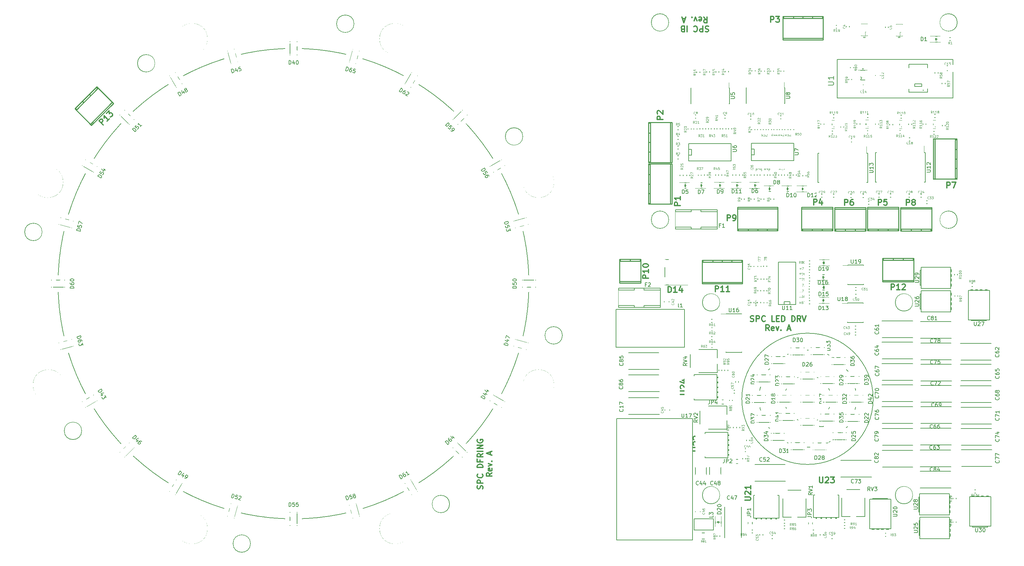
<source format=gbr>
G04 #@! TF.FileFunction,Legend,Top*
%FSLAX46Y46*%
G04 Gerber Fmt 4.6, Leading zero omitted, Abs format (unit mm)*
G04 Created by KiCad (PCBNEW 4.0.1-stable) date 2/3/2016 11:10:25 AM*
%MOMM*%
G01*
G04 APERTURE LIST*
%ADD10C,0.100000*%
%ADD11C,0.300000*%
%ADD12C,0.200000*%
%ADD13C,0.150000*%
%ADD14C,0.254000*%
%ADD15C,0.001000*%
%ADD16C,0.203200*%
%ADD17C,0.127000*%
%ADD18C,0.149860*%
%ADD19C,0.304800*%
%ADD20C,0.074930*%
%ADD21C,0.076200*%
%ADD22C,0.037500*%
%ADD23C,0.119380*%
%ADD24C,0.050000*%
%ADD25C,0.086064*%
%ADD26C,0.080165*%
%ADD27C,0.080000*%
%ADD28C,4.464000*%
%ADD29C,8.160000*%
%ADD30C,1.797000*%
%ADD31R,1.000000X2.350000*%
%ADD32R,4.591000X3.956000*%
%ADD33O,2.398980X2.398980*%
%ADD34R,2.398980X2.398980*%
%ADD35R,1.400760X1.101040*%
%ADD36C,1.050000*%
%ADD37R,1.000000X1.900000*%
%ADD38R,0.908000X1.543000*%
%ADD39R,1.100000X0.750000*%
%ADD40R,2.198320X1.197560*%
%ADD41R,1.598880X1.598880*%
%ADD42R,2.830000X2.770000*%
%ADD43R,2.770000X2.830000*%
%ADD44R,1.000000X0.800000*%
%ADD45R,0.800000X1.000000*%
%ADD46R,1.900000X1.600000*%
%ADD47R,2.000200X2.203400*%
%ADD48R,1.593800X3.702000*%
%ADD49R,3.702000X1.593800*%
%ADD50R,1.543000X0.908000*%
%ADD51R,1.900000X1.000000*%
%ADD52R,1.950000X1.000000*%
%ADD53R,1.575000X1.575000*%
%ADD54R,0.996900X2.398980*%
%ADD55R,5.998160X6.899860*%
%ADD56R,2.398980X0.996900*%
%ADD57R,6.899860X5.998160*%
%ADD58C,2.150000*%
%ADD59R,3.600400X2.000200*%
%ADD60R,7.400240X6.899860*%
%ADD61C,2.400000*%
%ADD62R,2.900000X1.400000*%
%ADD63C,1.136600*%
%ADD64R,1.300000X0.850000*%
%ADD65R,1.700000X4.850000*%
%ADD66R,3.450000X4.350000*%
%ADD67R,0.850000X1.300000*%
%ADD68R,4.850000X1.700000*%
%ADD69R,4.350000X3.450000*%
%ADD70R,1.700000X4.900000*%
%ADD71R,1.300000X4.900000*%
%ADD72R,4.900000X1.700000*%
%ADD73R,4.900000X1.300000*%
%ADD74R,1.000000X1.000000*%
%ADD75C,2.398980*%
%ADD76R,1.299160X1.400760*%
%ADD77R,1.400760X1.299160*%
%ADD78R,1.898600X1.700480*%
%ADD79R,1.700480X1.898600*%
G04 APERTURE END LIST*
D10*
D11*
X200707143Y-21892857D02*
X200492857Y-21821429D01*
X200135714Y-21821429D01*
X199992857Y-21892857D01*
X199921428Y-21964286D01*
X199850000Y-22107143D01*
X199850000Y-22250000D01*
X199921428Y-22392857D01*
X199992857Y-22464286D01*
X200135714Y-22535714D01*
X200421428Y-22607143D01*
X200564286Y-22678571D01*
X200635714Y-22750000D01*
X200707143Y-22892857D01*
X200707143Y-23035714D01*
X200635714Y-23178571D01*
X200564286Y-23250000D01*
X200421428Y-23321429D01*
X200064286Y-23321429D01*
X199850000Y-23250000D01*
X199207143Y-21821429D02*
X199207143Y-23321429D01*
X198635715Y-23321429D01*
X198492857Y-23250000D01*
X198421429Y-23178571D01*
X198350000Y-23035714D01*
X198350000Y-22821429D01*
X198421429Y-22678571D01*
X198492857Y-22607143D01*
X198635715Y-22535714D01*
X199207143Y-22535714D01*
X196850000Y-21964286D02*
X196921429Y-21892857D01*
X197135715Y-21821429D01*
X197278572Y-21821429D01*
X197492857Y-21892857D01*
X197635715Y-22035714D01*
X197707143Y-22178571D01*
X197778572Y-22464286D01*
X197778572Y-22678571D01*
X197707143Y-22964286D01*
X197635715Y-23107143D01*
X197492857Y-23250000D01*
X197278572Y-23321429D01*
X197135715Y-23321429D01*
X196921429Y-23250000D01*
X196850000Y-23178571D01*
X195064286Y-21821429D02*
X195064286Y-23321429D01*
X193850000Y-22607143D02*
X193635714Y-22535714D01*
X193564286Y-22464286D01*
X193492857Y-22321429D01*
X193492857Y-22107143D01*
X193564286Y-21964286D01*
X193635714Y-21892857D01*
X193778572Y-21821429D01*
X194350000Y-21821429D01*
X194350000Y-23321429D01*
X193850000Y-23321429D01*
X193707143Y-23250000D01*
X193635714Y-23178571D01*
X193564286Y-23035714D01*
X193564286Y-22892857D01*
X193635714Y-22750000D01*
X193707143Y-22678571D01*
X193850000Y-22607143D01*
X194350000Y-22607143D01*
X199421428Y-19421429D02*
X199921428Y-20135714D01*
X200278571Y-19421429D02*
X200278571Y-20921429D01*
X199707143Y-20921429D01*
X199564285Y-20850000D01*
X199492857Y-20778571D01*
X199421428Y-20635714D01*
X199421428Y-20421429D01*
X199492857Y-20278571D01*
X199564285Y-20207143D01*
X199707143Y-20135714D01*
X200278571Y-20135714D01*
X198207143Y-19492857D02*
X198350000Y-19421429D01*
X198635714Y-19421429D01*
X198778571Y-19492857D01*
X198850000Y-19635714D01*
X198850000Y-20207143D01*
X198778571Y-20350000D01*
X198635714Y-20421429D01*
X198350000Y-20421429D01*
X198207143Y-20350000D01*
X198135714Y-20207143D01*
X198135714Y-20064286D01*
X198850000Y-19921429D01*
X197635714Y-20421429D02*
X197278571Y-19421429D01*
X196921429Y-20421429D01*
X196350000Y-19564286D02*
X196278572Y-19492857D01*
X196350000Y-19421429D01*
X196421429Y-19492857D01*
X196350000Y-19564286D01*
X196350000Y-19421429D01*
X194564286Y-19850000D02*
X193850000Y-19850000D01*
X194707143Y-19421429D02*
X194207143Y-20921429D01*
X193707143Y-19421429D01*
X211750000Y-99607143D02*
X211964286Y-99678571D01*
X212321429Y-99678571D01*
X212464286Y-99607143D01*
X212535715Y-99535714D01*
X212607143Y-99392857D01*
X212607143Y-99250000D01*
X212535715Y-99107143D01*
X212464286Y-99035714D01*
X212321429Y-98964286D01*
X212035715Y-98892857D01*
X211892857Y-98821429D01*
X211821429Y-98750000D01*
X211750000Y-98607143D01*
X211750000Y-98464286D01*
X211821429Y-98321429D01*
X211892857Y-98250000D01*
X212035715Y-98178571D01*
X212392857Y-98178571D01*
X212607143Y-98250000D01*
X213250000Y-99678571D02*
X213250000Y-98178571D01*
X213821428Y-98178571D01*
X213964286Y-98250000D01*
X214035714Y-98321429D01*
X214107143Y-98464286D01*
X214107143Y-98678571D01*
X214035714Y-98821429D01*
X213964286Y-98892857D01*
X213821428Y-98964286D01*
X213250000Y-98964286D01*
X215607143Y-99535714D02*
X215535714Y-99607143D01*
X215321428Y-99678571D01*
X215178571Y-99678571D01*
X214964286Y-99607143D01*
X214821428Y-99464286D01*
X214750000Y-99321429D01*
X214678571Y-99035714D01*
X214678571Y-98821429D01*
X214750000Y-98535714D01*
X214821428Y-98392857D01*
X214964286Y-98250000D01*
X215178571Y-98178571D01*
X215321428Y-98178571D01*
X215535714Y-98250000D01*
X215607143Y-98321429D01*
X218107143Y-99678571D02*
X217392857Y-99678571D01*
X217392857Y-98178571D01*
X218607143Y-98892857D02*
X219107143Y-98892857D01*
X219321429Y-99678571D02*
X218607143Y-99678571D01*
X218607143Y-98178571D01*
X219321429Y-98178571D01*
X219964286Y-99678571D02*
X219964286Y-98178571D01*
X220321429Y-98178571D01*
X220535714Y-98250000D01*
X220678572Y-98392857D01*
X220750000Y-98535714D01*
X220821429Y-98821429D01*
X220821429Y-99035714D01*
X220750000Y-99321429D01*
X220678572Y-99464286D01*
X220535714Y-99607143D01*
X220321429Y-99678571D01*
X219964286Y-99678571D01*
X222607143Y-99678571D02*
X222607143Y-98178571D01*
X222964286Y-98178571D01*
X223178571Y-98250000D01*
X223321429Y-98392857D01*
X223392857Y-98535714D01*
X223464286Y-98821429D01*
X223464286Y-99035714D01*
X223392857Y-99321429D01*
X223321429Y-99464286D01*
X223178571Y-99607143D01*
X222964286Y-99678571D01*
X222607143Y-99678571D01*
X224964286Y-99678571D02*
X224464286Y-98964286D01*
X224107143Y-99678571D02*
X224107143Y-98178571D01*
X224678571Y-98178571D01*
X224821429Y-98250000D01*
X224892857Y-98321429D01*
X224964286Y-98464286D01*
X224964286Y-98678571D01*
X224892857Y-98821429D01*
X224821429Y-98892857D01*
X224678571Y-98964286D01*
X224107143Y-98964286D01*
X225392857Y-98178571D02*
X225892857Y-99678571D01*
X226392857Y-98178571D01*
X216678572Y-102078571D02*
X216178572Y-101364286D01*
X215821429Y-102078571D02*
X215821429Y-100578571D01*
X216392857Y-100578571D01*
X216535715Y-100650000D01*
X216607143Y-100721429D01*
X216678572Y-100864286D01*
X216678572Y-101078571D01*
X216607143Y-101221429D01*
X216535715Y-101292857D01*
X216392857Y-101364286D01*
X215821429Y-101364286D01*
X217892857Y-102007143D02*
X217750000Y-102078571D01*
X217464286Y-102078571D01*
X217321429Y-102007143D01*
X217250000Y-101864286D01*
X217250000Y-101292857D01*
X217321429Y-101150000D01*
X217464286Y-101078571D01*
X217750000Y-101078571D01*
X217892857Y-101150000D01*
X217964286Y-101292857D01*
X217964286Y-101435714D01*
X217250000Y-101578571D01*
X218464286Y-101078571D02*
X218821429Y-102078571D01*
X219178571Y-101078571D01*
X219750000Y-101935714D02*
X219821428Y-102007143D01*
X219750000Y-102078571D01*
X219678571Y-102007143D01*
X219750000Y-101935714D01*
X219750000Y-102078571D01*
X221535714Y-101650000D02*
X222250000Y-101650000D01*
X221392857Y-102078571D02*
X221892857Y-100578571D01*
X222392857Y-102078571D01*
X141207143Y-143807143D02*
X141278571Y-143592857D01*
X141278571Y-143235714D01*
X141207143Y-143092857D01*
X141135714Y-143021428D01*
X140992857Y-142950000D01*
X140850000Y-142950000D01*
X140707143Y-143021428D01*
X140635714Y-143092857D01*
X140564286Y-143235714D01*
X140492857Y-143521428D01*
X140421429Y-143664286D01*
X140350000Y-143735714D01*
X140207143Y-143807143D01*
X140064286Y-143807143D01*
X139921429Y-143735714D01*
X139850000Y-143664286D01*
X139778571Y-143521428D01*
X139778571Y-143164286D01*
X139850000Y-142950000D01*
X141278571Y-142307143D02*
X139778571Y-142307143D01*
X139778571Y-141735715D01*
X139850000Y-141592857D01*
X139921429Y-141521429D01*
X140064286Y-141450000D01*
X140278571Y-141450000D01*
X140421429Y-141521429D01*
X140492857Y-141592857D01*
X140564286Y-141735715D01*
X140564286Y-142307143D01*
X141135714Y-139950000D02*
X141207143Y-140021429D01*
X141278571Y-140235715D01*
X141278571Y-140378572D01*
X141207143Y-140592857D01*
X141064286Y-140735715D01*
X140921429Y-140807143D01*
X140635714Y-140878572D01*
X140421429Y-140878572D01*
X140135714Y-140807143D01*
X139992857Y-140735715D01*
X139850000Y-140592857D01*
X139778571Y-140378572D01*
X139778571Y-140235715D01*
X139850000Y-140021429D01*
X139921429Y-139950000D01*
X141278571Y-138164286D02*
X139778571Y-138164286D01*
X139778571Y-137807143D01*
X139850000Y-137592858D01*
X139992857Y-137450000D01*
X140135714Y-137378572D01*
X140421429Y-137307143D01*
X140635714Y-137307143D01*
X140921429Y-137378572D01*
X141064286Y-137450000D01*
X141207143Y-137592858D01*
X141278571Y-137807143D01*
X141278571Y-138164286D01*
X140492857Y-136164286D02*
X140492857Y-136664286D01*
X141278571Y-136664286D02*
X139778571Y-136664286D01*
X139778571Y-135950000D01*
X141278571Y-134521429D02*
X140564286Y-135021429D01*
X141278571Y-135378572D02*
X139778571Y-135378572D01*
X139778571Y-134807144D01*
X139850000Y-134664286D01*
X139921429Y-134592858D01*
X140064286Y-134521429D01*
X140278571Y-134521429D01*
X140421429Y-134592858D01*
X140492857Y-134664286D01*
X140564286Y-134807144D01*
X140564286Y-135378572D01*
X141278571Y-133878572D02*
X139778571Y-133878572D01*
X141278571Y-133164286D02*
X139778571Y-133164286D01*
X141278571Y-132307143D01*
X139778571Y-132307143D01*
X139850000Y-130807143D02*
X139778571Y-130950000D01*
X139778571Y-131164286D01*
X139850000Y-131378571D01*
X139992857Y-131521429D01*
X140135714Y-131592857D01*
X140421429Y-131664286D01*
X140635714Y-131664286D01*
X140921429Y-131592857D01*
X141064286Y-131521429D01*
X141207143Y-131378571D01*
X141278571Y-131164286D01*
X141278571Y-131021429D01*
X141207143Y-130807143D01*
X141135714Y-130735714D01*
X140635714Y-130735714D01*
X140635714Y-131021429D01*
X143678571Y-139592856D02*
X142964286Y-140092856D01*
X143678571Y-140449999D02*
X142178571Y-140449999D01*
X142178571Y-139878571D01*
X142250000Y-139735713D01*
X142321429Y-139664285D01*
X142464286Y-139592856D01*
X142678571Y-139592856D01*
X142821429Y-139664285D01*
X142892857Y-139735713D01*
X142964286Y-139878571D01*
X142964286Y-140449999D01*
X143607143Y-138378571D02*
X143678571Y-138521428D01*
X143678571Y-138807142D01*
X143607143Y-138949999D01*
X143464286Y-139021428D01*
X142892857Y-139021428D01*
X142750000Y-138949999D01*
X142678571Y-138807142D01*
X142678571Y-138521428D01*
X142750000Y-138378571D01*
X142892857Y-138307142D01*
X143035714Y-138307142D01*
X143178571Y-139021428D01*
X142678571Y-137807142D02*
X143678571Y-137449999D01*
X142678571Y-137092857D01*
X143535714Y-136521428D02*
X143607143Y-136450000D01*
X143678571Y-136521428D01*
X143607143Y-136592857D01*
X143535714Y-136521428D01*
X143678571Y-136521428D01*
X143250000Y-134735714D02*
X143250000Y-134021428D01*
X143678571Y-134878571D02*
X142178571Y-134378571D01*
X143678571Y-133878571D01*
D12*
X153400000Y-89700000D02*
G75*
G03X153400000Y-89700000I-62000000J0D01*
G01*
X244055943Y-120050805D02*
G75*
G03X244055943Y-120050805I-17297400J0D01*
G01*
X239622051Y-120000005D02*
G75*
G03X239622051Y-120000005I-12812708J0D01*
G01*
X232967611Y-120030485D02*
G75*
G03X232967611Y-120030485I-6168428J0D01*
G01*
D13*
X162196000Y-103330000D02*
G75*
G03X162196000Y-103330000I-2286000J0D01*
G01*
X80056000Y-158210000D02*
G75*
G03X80056000Y-158210000I-2286000J0D01*
G01*
X25176000Y-76070000D02*
G75*
G03X25176000Y-76070000I-2286000J0D01*
G01*
X54876000Y-31620000D02*
G75*
G03X54876000Y-31620000I-2286000J0D01*
G01*
X132496000Y-147780000D02*
G75*
G03X132496000Y-147780000I-2286000J0D01*
G01*
X35606000Y-128510000D02*
G75*
G03X35606000Y-128510000I-2286000J0D01*
G01*
X159930000Y-62970000D02*
G75*
G03X159930000Y-62970000I-4000000J0D01*
G01*
X68670000Y-154230000D02*
G75*
G03X68670000Y-154230000I-4000000J0D01*
G01*
X122130000Y-154230000D02*
G75*
G03X122130000Y-154230000I-4000000J0D01*
G01*
X122130000Y-25170000D02*
G75*
G03X122130000Y-25170000I-4000000J0D01*
G01*
X159930000Y-116430000D02*
G75*
G03X159930000Y-116430000I-4000000J0D01*
G01*
X68670000Y-25170000D02*
G75*
G03X68670000Y-25170000I-4000000J0D01*
G01*
X30670000Y-62970000D02*
G75*
G03X30670000Y-62970000I-4000000J0D01*
G01*
X107316000Y-21190000D02*
G75*
G03X107316000Y-21190000I-2286000J0D01*
G01*
X151766000Y-50890000D02*
G75*
G03X151766000Y-50890000I-2286000J0D01*
G01*
X265073800Y-40791300D02*
X234593800Y-40791300D01*
X234593800Y-40791300D02*
X234593800Y-30631300D01*
X234593800Y-30631300D02*
X265073800Y-30631300D01*
X265073800Y-30631300D02*
X265073800Y-40791300D01*
X242654700Y-55321140D02*
X242319700Y-55321140D01*
X242654700Y-63071140D02*
X242319700Y-63071140D01*
X229504700Y-63071140D02*
X229839700Y-63071140D01*
X229504700Y-55321140D02*
X229839700Y-55321140D01*
X242654700Y-55321140D02*
X242654700Y-63071140D01*
X229504700Y-55321140D02*
X229504700Y-63071140D01*
X242319700Y-55321140D02*
X242319700Y-53521140D01*
X203026680Y-74824760D02*
X198708680Y-74824760D01*
X198708680Y-74824760D02*
X198708680Y-75332760D01*
X203026680Y-70760760D02*
X198708680Y-70760760D01*
X198708680Y-70760760D02*
X198708680Y-70252760D01*
X191977680Y-70760760D02*
X196168680Y-70760760D01*
X196168680Y-70760760D02*
X196168680Y-70252760D01*
X191977680Y-74824760D02*
X196168680Y-74824760D01*
X196168680Y-74824760D02*
X196168680Y-75332760D01*
X191977680Y-75332760D02*
X203026680Y-75332760D01*
X203026680Y-70252760D02*
X191977680Y-70252760D01*
X203026680Y-70252760D02*
X203026680Y-75332760D01*
X191977680Y-75332760D02*
X191977680Y-70252760D01*
D14*
X191037880Y-68721140D02*
X191037880Y-58119180D01*
X190639100Y-58119180D02*
X190639100Y-68721140D01*
X185338120Y-58119180D02*
X185338120Y-68721140D01*
X184840280Y-68721140D02*
X184840280Y-58119180D01*
X185338120Y-65916980D02*
X184840280Y-65916980D01*
X185338120Y-63420160D02*
X184840280Y-63420160D01*
X184840280Y-58322380D02*
X185338120Y-58322380D01*
X185338120Y-68520480D02*
X184840280Y-68520480D01*
X184840280Y-60923340D02*
X185338120Y-60923340D01*
X184840280Y-68718600D02*
X191037880Y-68718600D01*
X191037880Y-58124260D02*
X184840280Y-58124260D01*
X220255500Y-25426840D02*
X230857460Y-25426840D01*
X230857460Y-25028060D02*
X220255500Y-25028060D01*
X230857460Y-19727080D02*
X220255500Y-19727080D01*
X220255500Y-19229240D02*
X230857460Y-19229240D01*
X223059660Y-19727080D02*
X223059660Y-19229240D01*
X225556480Y-19727080D02*
X225556480Y-19229240D01*
X230654260Y-19229240D02*
X230654260Y-19727080D01*
X220456160Y-19727080D02*
X220456160Y-19229240D01*
X228053300Y-19229240D02*
X228053300Y-19727080D01*
X220258040Y-19229240D02*
X220258040Y-25426840D01*
X230852380Y-25426840D02*
X230852380Y-19229240D01*
X233415240Y-69566960D02*
X225216120Y-69566960D01*
X233415240Y-69965740D02*
X225216120Y-69965740D01*
X233415240Y-75266720D02*
X225216120Y-75266720D01*
X225216120Y-75764560D02*
X233415240Y-75764560D01*
X230616160Y-75266720D02*
X230616160Y-75764560D01*
X225416780Y-75764560D02*
X225416780Y-75266720D01*
X233217120Y-75266720D02*
X233217120Y-75764560D01*
X228017740Y-75764560D02*
X228017740Y-75266720D01*
X233415240Y-75764560D02*
X233415240Y-69566960D01*
X225218660Y-69566960D02*
X225218660Y-75764560D01*
X250750740Y-69566960D02*
X242551620Y-69566960D01*
X250750740Y-69965740D02*
X242551620Y-69965740D01*
X250750740Y-75266720D02*
X242551620Y-75266720D01*
X242551620Y-75764560D02*
X250750740Y-75764560D01*
X247951660Y-75266720D02*
X247951660Y-75764560D01*
X242752280Y-75764560D02*
X242752280Y-75266720D01*
X250552620Y-75266720D02*
X250552620Y-75764560D01*
X245353240Y-75764560D02*
X245353240Y-75266720D01*
X250750740Y-75764560D02*
X250750740Y-69566960D01*
X242554160Y-69566960D02*
X242554160Y-75764560D01*
X242114740Y-69630460D02*
X233915620Y-69630460D01*
X242114740Y-70029240D02*
X233915620Y-70029240D01*
X242114740Y-75330220D02*
X233915620Y-75330220D01*
X233915620Y-75828060D02*
X242114740Y-75828060D01*
X239315660Y-75330220D02*
X239315660Y-75828060D01*
X234116280Y-75828060D02*
X234116280Y-75330220D01*
X241916620Y-75330220D02*
X241916620Y-75828060D01*
X236717240Y-75828060D02*
X236717240Y-75330220D01*
X242114740Y-75828060D02*
X242114740Y-69630460D01*
X233918160Y-69630460D02*
X233918160Y-75828060D01*
X259437540Y-69617760D02*
X251238420Y-69617760D01*
X259437540Y-70016540D02*
X251238420Y-70016540D01*
X259437540Y-75317520D02*
X251238420Y-75317520D01*
X251238420Y-75815360D02*
X259437540Y-75815360D01*
X256638460Y-75317520D02*
X256638460Y-75815360D01*
X251439080Y-75815360D02*
X251439080Y-75317520D01*
X259239420Y-75317520D02*
X259239420Y-75815360D01*
X254040040Y-75815360D02*
X254040040Y-75317520D01*
X259437540Y-75815360D02*
X259437540Y-69617760D01*
X251240960Y-69617760D02*
X251240960Y-75815360D01*
D15*
X241909000Y-24311780D02*
X241909000Y-23288160D01*
X241909000Y-23288160D02*
X242559240Y-23288160D01*
X240857440Y-24311780D02*
X240857440Y-21212980D01*
X240857440Y-21212980D02*
X242559240Y-21212980D01*
X242559240Y-21212980D02*
X242559240Y-24311780D01*
X242559240Y-24311780D02*
X240857440Y-24311780D01*
X251091100Y-24426080D02*
X251091100Y-23402460D01*
X251091100Y-23402460D02*
X251741340Y-23402460D01*
X250039540Y-24426080D02*
X250039540Y-21327280D01*
X250039540Y-21327280D02*
X251741340Y-21327280D01*
X251741340Y-21327280D02*
X251741340Y-24426080D01*
X251741340Y-24426080D02*
X250039540Y-24426080D01*
D13*
X206183980Y-38099060D02*
X206078980Y-38099060D01*
X206183980Y-42249060D02*
X206078980Y-42249060D01*
X196033980Y-42249060D02*
X196138980Y-42249060D01*
X196033980Y-38099060D02*
X196138980Y-38099060D01*
X206183980Y-38099060D02*
X206183980Y-42249060D01*
X196033980Y-38099060D02*
X196033980Y-42249060D01*
X206078980Y-38099060D02*
X206078980Y-36724060D01*
X195485954Y-54288232D02*
X196247954Y-54288232D01*
X196247954Y-54288232D02*
X196247954Y-55812232D01*
X196247954Y-55812232D02*
X195485954Y-55812232D01*
X206661954Y-52764232D02*
X206661954Y-57336232D01*
X206661954Y-57336232D02*
X195485954Y-57336232D01*
X195485954Y-57336232D02*
X195485954Y-52764232D01*
X195485954Y-52764232D02*
X206661954Y-52764232D01*
X211980180Y-54187260D02*
X212742180Y-54187260D01*
X212742180Y-54187260D02*
X212742180Y-55711260D01*
X212742180Y-55711260D02*
X211980180Y-55711260D01*
X223156180Y-52663260D02*
X223156180Y-57235260D01*
X223156180Y-57235260D02*
X211980180Y-57235260D01*
X211980180Y-57235260D02*
X211980180Y-52663260D01*
X211980180Y-52663260D02*
X223156180Y-52663260D01*
X220738180Y-38022860D02*
X220633180Y-38022860D01*
X220738180Y-42172860D02*
X220633180Y-42172860D01*
X210588180Y-42172860D02*
X210693180Y-42172860D01*
X210588180Y-38022860D02*
X210693180Y-38022860D01*
X220738180Y-38022860D02*
X220738180Y-42172860D01*
X210588180Y-38022860D02*
X210588180Y-42172860D01*
X220633180Y-38022860D02*
X220633180Y-36647860D01*
X241054700Y-35511700D02*
G75*
G03X241054700Y-35511700I-250000J0D01*
G01*
X242554700Y-36011700D02*
X240054700Y-36011700D01*
X240054700Y-36011700D02*
X240054700Y-33511700D01*
X240054700Y-33511700D02*
X242554700Y-33511700D01*
X242554700Y-33511700D02*
X242554700Y-36011700D01*
D16*
X258368200Y-38319880D02*
X258368200Y-39269840D01*
X258368200Y-39269840D02*
X253491400Y-39269840D01*
X253491400Y-39269840D02*
X253491400Y-38370680D01*
X253491400Y-32823320D02*
X253491400Y-31873360D01*
X253491400Y-31873360D02*
X258368200Y-31873360D01*
X258368200Y-31873360D02*
X258368200Y-32823320D01*
X256879760Y-37679800D02*
X254979840Y-37679800D01*
X254979840Y-37679800D02*
X254979840Y-37080360D01*
X254979840Y-37080360D02*
X256879760Y-37080360D01*
X256879760Y-37080360D02*
X256879760Y-37679800D01*
X257311560Y-38741520D02*
G75*
G03X257311560Y-38741520I-93980J0D01*
G01*
D13*
X257793100Y-55181440D02*
X257458100Y-55181440D01*
X257793100Y-62931440D02*
X257458100Y-62931440D01*
X244643100Y-62931440D02*
X244978100Y-62931440D01*
X244643100Y-55181440D02*
X244978100Y-55181440D01*
X257793100Y-55181440D02*
X257793100Y-62931440D01*
X244643100Y-55181440D02*
X244643100Y-62931440D01*
X257458100Y-55181440D02*
X257458100Y-53381440D01*
X266201680Y-72848760D02*
G75*
G03X266201680Y-72848760I-2286000J0D01*
G01*
X190201680Y-72848760D02*
G75*
G03X190201680Y-72848760I-2286000J0D01*
G01*
X190201680Y-20848760D02*
G75*
G03X190201680Y-20848760I-2286000J0D01*
G01*
X266201680Y-20848760D02*
G75*
G03X266201680Y-20848760I-2286000J0D01*
G01*
X259079600Y-26016820D02*
X261779600Y-26016820D01*
X259079600Y-24516820D02*
X261779600Y-24516820D01*
X260579600Y-25416820D02*
X260579600Y-25166820D01*
X260579600Y-25166820D02*
X260429600Y-25316820D01*
X260329600Y-24916820D02*
X260329600Y-25616820D01*
X260679600Y-25266820D02*
X261029600Y-25266820D01*
X260329600Y-25266820D02*
X260679600Y-24916820D01*
X260679600Y-24916820D02*
X260679600Y-25616820D01*
X260679600Y-25616820D02*
X260329600Y-25266820D01*
X193014734Y-64588632D02*
X195714734Y-64588632D01*
X193014734Y-63088632D02*
X195714734Y-63088632D01*
X194514734Y-63988632D02*
X194514734Y-63738632D01*
X194514734Y-63738632D02*
X194364734Y-63888632D01*
X194264734Y-63488632D02*
X194264734Y-64188632D01*
X194614734Y-63838632D02*
X194964734Y-63838632D01*
X194264734Y-63838632D02*
X194614734Y-63488632D01*
X194614734Y-63488632D02*
X194614734Y-64188632D01*
X194614734Y-64188632D02*
X194264734Y-63838632D01*
X211429200Y-64525760D02*
X214129200Y-64525760D01*
X211429200Y-63025760D02*
X214129200Y-63025760D01*
X212929200Y-63925760D02*
X212929200Y-63675760D01*
X212929200Y-63675760D02*
X212779200Y-63825760D01*
X212679200Y-63425760D02*
X212679200Y-64125760D01*
X213029200Y-63775760D02*
X213379200Y-63775760D01*
X212679200Y-63775760D02*
X213029200Y-63425760D01*
X213029200Y-63425760D02*
X213029200Y-64125760D01*
X213029200Y-64125760D02*
X212679200Y-63775760D01*
X197259073Y-64575932D02*
X199959073Y-64575932D01*
X197259073Y-63075932D02*
X199959073Y-63075932D01*
X198759073Y-63975932D02*
X198759073Y-63725932D01*
X198759073Y-63725932D02*
X198609073Y-63875932D01*
X198509073Y-63475932D02*
X198509073Y-64175932D01*
X198859073Y-63825932D02*
X199209073Y-63825932D01*
X198509073Y-63825932D02*
X198859073Y-63475932D01*
X198859073Y-63475932D02*
X198859073Y-64175932D01*
X198859073Y-64175932D02*
X198509073Y-63825932D01*
X215236660Y-65440160D02*
X217936660Y-65440160D01*
X215236660Y-63940160D02*
X217936660Y-63940160D01*
X216736660Y-64840160D02*
X216736660Y-64590160D01*
X216736660Y-64590160D02*
X216586660Y-64740160D01*
X216486660Y-64340160D02*
X216486660Y-65040160D01*
X216836660Y-64690160D02*
X217186660Y-64690160D01*
X216486660Y-64690160D02*
X216836660Y-64340160D01*
X216836660Y-64340160D02*
X216836660Y-65040160D01*
X216836660Y-65040160D02*
X216486660Y-64690160D01*
X202158200Y-64525760D02*
X204858200Y-64525760D01*
X202158200Y-63025760D02*
X204858200Y-63025760D01*
X203658200Y-63925760D02*
X203658200Y-63675760D01*
X203658200Y-63675760D02*
X203508200Y-63825760D01*
X203408200Y-63425760D02*
X203408200Y-64125760D01*
X203758200Y-63775760D02*
X204108200Y-63775760D01*
X203408200Y-63775760D02*
X203758200Y-63425760D01*
X203758200Y-63425760D02*
X203758200Y-64125760D01*
X203758200Y-64125760D02*
X203408200Y-63775760D01*
X219950900Y-65440160D02*
X222650900Y-65440160D01*
X219950900Y-63940160D02*
X222650900Y-63940160D01*
X221450900Y-64840160D02*
X221450900Y-64590160D01*
X221450900Y-64590160D02*
X221300900Y-64740160D01*
X221200900Y-64340160D02*
X221200900Y-65040160D01*
X221550900Y-64690160D02*
X221900900Y-64690160D01*
X221200900Y-64690160D02*
X221550900Y-64340160D01*
X221550900Y-64340160D02*
X221550900Y-65040160D01*
X221550900Y-65040160D02*
X221200900Y-64690160D01*
X206664160Y-64525760D02*
X209364160Y-64525760D01*
X206664160Y-63025760D02*
X209364160Y-63025760D01*
X208164160Y-63925760D02*
X208164160Y-63675760D01*
X208164160Y-63675760D02*
X208014160Y-63825760D01*
X207914160Y-63425760D02*
X207914160Y-64125760D01*
X208264160Y-63775760D02*
X208614160Y-63775760D01*
X207914160Y-63775760D02*
X208264160Y-63425760D01*
X208264160Y-63425760D02*
X208264160Y-64125760D01*
X208264160Y-64125760D02*
X207914160Y-63775760D01*
X223913300Y-65465560D02*
X226613300Y-65465560D01*
X223913300Y-63965560D02*
X226613300Y-63965560D01*
X225413300Y-64865560D02*
X225413300Y-64615560D01*
X225413300Y-64615560D02*
X225263300Y-64765560D01*
X225163300Y-64365560D02*
X225163300Y-65065560D01*
X225513300Y-64715560D02*
X225863300Y-64715560D01*
X225163300Y-64715560D02*
X225513300Y-64365560D01*
X225513300Y-64365560D02*
X225513300Y-65065560D01*
X225513300Y-65065560D02*
X225163300Y-64715560D01*
D14*
X191075980Y-57773739D02*
X191075980Y-47171779D01*
X190677200Y-47171779D02*
X190677200Y-57773739D01*
X185376220Y-47171779D02*
X185376220Y-57773739D01*
X184878380Y-57773739D02*
X184878380Y-47171779D01*
X185376220Y-54969579D02*
X184878380Y-54969579D01*
X185376220Y-52472759D02*
X184878380Y-52472759D01*
X184878380Y-47374979D02*
X185376220Y-47374979D01*
X185376220Y-57573079D02*
X184878380Y-57573079D01*
X184878380Y-49975939D02*
X185376220Y-49975939D01*
X184878380Y-57771199D02*
X191075980Y-57771199D01*
X191075980Y-47176859D02*
X184878380Y-47176859D01*
X218932159Y-69566960D02*
X208330199Y-69566960D01*
X208330199Y-69965740D02*
X218932159Y-69965740D01*
X208330199Y-75266720D02*
X218932159Y-75266720D01*
X218932159Y-75764560D02*
X208330199Y-75764560D01*
X216127999Y-75266720D02*
X216127999Y-75764560D01*
X213631179Y-75266720D02*
X213631179Y-75764560D01*
X208533399Y-75764560D02*
X208533399Y-75266720D01*
X218731499Y-75266720D02*
X218731499Y-75764560D01*
X211134359Y-75764560D02*
X211134359Y-75266720D01*
X218929619Y-75764560D02*
X218929619Y-69566960D01*
X208335279Y-69566960D02*
X208335279Y-75764560D01*
D13*
X209364983Y-156559605D02*
X209364983Y-148559605D01*
X204964983Y-148559605D02*
X204964983Y-156659605D01*
X220874743Y-137342765D02*
X212874743Y-137342765D01*
X212874743Y-141742765D02*
X220974743Y-141742765D01*
X246475183Y-103922165D02*
X254475183Y-103922165D01*
X254475183Y-99522165D02*
X246375183Y-99522165D01*
X267148243Y-109891165D02*
X275148243Y-109891165D01*
X275148243Y-105491165D02*
X267048243Y-105491165D01*
X264461143Y-133598805D02*
X256461143Y-133598805D01*
X256461143Y-137998805D02*
X264561143Y-137998805D01*
X246475183Y-109510165D02*
X254475183Y-109510165D01*
X254475183Y-105110165D02*
X246375183Y-105110165D01*
X267148243Y-115311525D02*
X275148243Y-115311525D01*
X275148243Y-110911525D02*
X267048243Y-110911525D01*
X264537343Y-127794905D02*
X256537343Y-127794905D01*
X256537343Y-132194905D02*
X264637343Y-132194905D01*
X246475183Y-115154045D02*
X254475183Y-115154045D01*
X254475183Y-110754045D02*
X246375183Y-110754045D01*
X267148243Y-121001125D02*
X275148243Y-121001125D01*
X275148243Y-116601125D02*
X267048243Y-116601125D01*
X264613543Y-122168805D02*
X256613543Y-122168805D01*
X256613543Y-126568805D02*
X264713543Y-126568805D01*
X246475183Y-120797925D02*
X254475183Y-120797925D01*
X254475183Y-116397925D02*
X246375183Y-116397925D01*
X267234603Y-126690725D02*
X275234603Y-126690725D01*
X275234603Y-122290725D02*
X267134603Y-122290725D01*
X264613543Y-116530005D02*
X256613543Y-116530005D01*
X256613543Y-120930005D02*
X264713543Y-120930005D01*
X243531543Y-136291205D02*
X235531543Y-136291205D01*
X235531543Y-140691205D02*
X243631543Y-140691205D01*
X267234603Y-132293965D02*
X275234603Y-132293965D01*
X275234603Y-127893965D02*
X267134603Y-127893965D01*
X264613543Y-110967405D02*
X256613543Y-110967405D01*
X256613543Y-115367405D02*
X264713543Y-115367405D01*
X246475183Y-126497685D02*
X254475183Y-126497685D01*
X254475183Y-122097685D02*
X246375183Y-122097685D01*
X267326043Y-137892125D02*
X275326043Y-137892125D01*
X275326043Y-133492125D02*
X267226043Y-133492125D01*
X264572903Y-105328605D02*
X256572903Y-105328605D01*
X256572903Y-109728605D02*
X264672903Y-109728605D01*
X246500583Y-132258405D02*
X254500583Y-132258405D01*
X254500583Y-127858405D02*
X246400583Y-127858405D01*
X264537343Y-99725365D02*
X256537343Y-99725365D01*
X256537343Y-104125365D02*
X264637343Y-104125365D01*
X246500583Y-138008965D02*
X254500583Y-138008965D01*
X254500583Y-133608965D02*
X246400583Y-133608965D01*
X264461143Y-139174105D02*
X256461143Y-139174105D01*
X256461143Y-143574105D02*
X264561143Y-143574105D01*
X232496203Y-93362325D02*
X229796203Y-93362325D01*
X232496203Y-94862325D02*
X229796203Y-94862325D01*
X230996203Y-93962325D02*
X230996203Y-94212325D01*
X230996203Y-94212325D02*
X231146203Y-94062325D01*
X231246203Y-94462325D02*
X231246203Y-93762325D01*
X230896203Y-94112325D02*
X230546203Y-94112325D01*
X231246203Y-94112325D02*
X230896203Y-94462325D01*
X230896203Y-94462325D02*
X230896203Y-93762325D01*
X230896203Y-93762325D02*
X231246203Y-94112325D01*
X232559703Y-89933325D02*
X229859703Y-89933325D01*
X232559703Y-91433325D02*
X229859703Y-91433325D01*
X231059703Y-90533325D02*
X231059703Y-90783325D01*
X231059703Y-90783325D02*
X231209703Y-90633325D01*
X231309703Y-91033325D02*
X231309703Y-90333325D01*
X230959703Y-90683325D02*
X230609703Y-90683325D01*
X231309703Y-90683325D02*
X230959703Y-91033325D01*
X230959703Y-91033325D02*
X230959703Y-90333325D01*
X230959703Y-90333325D02*
X231309703Y-90683325D01*
X229362243Y-88796805D02*
X232062243Y-88796805D01*
X229362243Y-87296805D02*
X232062243Y-87296805D01*
X230862243Y-88196805D02*
X230862243Y-87946805D01*
X230862243Y-87946805D02*
X230712243Y-88096805D01*
X230612243Y-87696805D02*
X230612243Y-88396805D01*
X230962243Y-88046805D02*
X231312243Y-88046805D01*
X230612243Y-88046805D02*
X230962243Y-87696805D01*
X230962243Y-87696805D02*
X230962243Y-88396805D01*
X230962243Y-88396805D02*
X230612243Y-88046805D01*
X232559703Y-83430925D02*
X229859703Y-83430925D01*
X232559703Y-84930925D02*
X229859703Y-84930925D01*
X231059703Y-84030925D02*
X231059703Y-84280925D01*
X231059703Y-84280925D02*
X231209703Y-84130925D01*
X231309703Y-84530925D02*
X231309703Y-83830925D01*
X230959703Y-84180925D02*
X230609703Y-84180925D01*
X231309703Y-84180925D02*
X230959703Y-84530925D01*
X230959703Y-84530925D02*
X230959703Y-83830925D01*
X230959703Y-83830925D02*
X231309703Y-84180925D01*
X202513543Y-151028845D02*
X202513543Y-153728845D01*
X204013543Y-151028845D02*
X204013543Y-153728845D01*
X203113543Y-152528845D02*
X203363543Y-152528845D01*
X203363543Y-152528845D02*
X203213543Y-152378845D01*
X203613543Y-152278845D02*
X202913543Y-152278845D01*
X203263543Y-152628845D02*
X203263543Y-152978845D01*
X203263543Y-152278845D02*
X203613543Y-152628845D01*
X203613543Y-152628845D02*
X202913543Y-152628845D01*
X202913543Y-152628845D02*
X203263543Y-152278845D01*
X188033703Y-95483925D02*
X183715703Y-95483925D01*
X183715703Y-95483925D02*
X183715703Y-95991925D01*
X188033703Y-91419925D02*
X183715703Y-91419925D01*
X183715703Y-91419925D02*
X183715703Y-90911925D01*
X176984703Y-91419925D02*
X181175703Y-91419925D01*
X181175703Y-91419925D02*
X181175703Y-90911925D01*
X176984703Y-95483925D02*
X181175703Y-95483925D01*
X181175703Y-95483925D02*
X181175703Y-95991925D01*
X176984703Y-95991925D02*
X188033703Y-95991925D01*
X188033703Y-90911925D02*
X176984703Y-90911925D01*
X188033703Y-90911925D02*
X188033703Y-95991925D01*
X176984703Y-95991925D02*
X176984703Y-90911925D01*
X212198483Y-153018545D02*
X212198483Y-152518545D01*
X211148483Y-152518545D02*
X211148483Y-153018545D01*
X208456383Y-136045965D02*
X207956383Y-136045965D01*
X207956383Y-137095965D02*
X208456383Y-137095965D01*
X228063323Y-153120145D02*
X228063323Y-152620145D01*
X227013323Y-152620145D02*
X227013323Y-153120145D01*
X204697183Y-120369085D02*
X204197183Y-120369085D01*
X204197183Y-121419085D02*
X204697183Y-121419085D01*
X196890683Y-151719525D02*
X201996083Y-151694125D01*
X201996083Y-151694125D02*
X201970683Y-154665925D01*
X201970683Y-154665925D02*
X196941483Y-154665925D01*
X196941483Y-154665925D02*
X196941483Y-151744925D01*
D14*
X177248863Y-83794845D02*
X182847023Y-83794845D01*
X182648903Y-83297005D02*
X182648903Y-83794845D01*
X177446983Y-83794845D02*
X177446983Y-83297005D01*
X180047943Y-83297005D02*
X180047943Y-83794845D01*
X182847023Y-89095825D02*
X177248863Y-89095825D01*
X182847023Y-83297005D02*
X177248863Y-83297005D01*
X177248863Y-83297005D02*
X177248863Y-89494605D01*
X177248863Y-89494605D02*
X182847023Y-89494605D01*
X182847023Y-89494605D02*
X182847023Y-83297005D01*
X199003963Y-89723205D02*
X209605923Y-89723205D01*
X209605923Y-89324425D02*
X199003963Y-89324425D01*
X209605923Y-84023445D02*
X199003963Y-84023445D01*
X199003963Y-83525605D02*
X209605923Y-83525605D01*
X201808123Y-84023445D02*
X201808123Y-83525605D01*
X204304943Y-84023445D02*
X204304943Y-83525605D01*
X209402723Y-83525605D02*
X209402723Y-84023445D01*
X199204623Y-84023445D02*
X199204623Y-83525605D01*
X206801763Y-83525605D02*
X206801763Y-84023445D01*
X199006503Y-83525605D02*
X199006503Y-89723205D01*
X209600843Y-89723205D02*
X209600843Y-83525605D01*
D17*
X198178463Y-155392365D02*
X198178463Y-157017965D01*
X200464463Y-157017965D02*
X200464463Y-155392365D01*
X200921663Y-157017965D02*
X200921663Y-155392365D01*
X200921663Y-155392365D02*
X197721263Y-155392365D01*
X197721263Y-155392365D02*
X197721263Y-157017965D01*
X197721263Y-157017965D02*
X200921663Y-157017965D01*
D13*
X220271383Y-151231845D02*
X220271383Y-144119845D01*
X226392783Y-151231845D02*
X220271383Y-151231845D01*
X220296783Y-144119845D02*
X226367383Y-144119845D01*
X226367383Y-144119845D02*
X226392783Y-151231845D01*
X226392783Y-151231845D02*
X226367383Y-151231845D01*
X205544463Y-128077205D02*
X198432463Y-128077205D01*
X205544463Y-121955805D02*
X205544463Y-128077205D01*
X198432463Y-128051805D02*
X198432463Y-121981205D01*
X198432463Y-121981205D02*
X205544463Y-121955805D01*
X205544463Y-121955805D02*
X205544463Y-121981205D01*
X235767923Y-151056585D02*
X235767923Y-143944585D01*
X241889323Y-151056585D02*
X235767923Y-151056585D01*
X235793323Y-143944585D02*
X241863923Y-143944585D01*
X241863923Y-143944585D02*
X241889323Y-151056585D01*
X241889323Y-151056585D02*
X241863923Y-151056585D01*
X202979063Y-113177565D02*
X195867063Y-113177565D01*
X202979063Y-107056165D02*
X202979063Y-113177565D01*
X195867063Y-113152165D02*
X195867063Y-107081565D01*
X195867063Y-107081565D02*
X202979063Y-107056165D01*
X202979063Y-107056165D02*
X202979063Y-107081565D01*
X220621903Y-95166425D02*
X220621903Y-94404425D01*
X220621903Y-94404425D02*
X222145903Y-94404425D01*
X222145903Y-94404425D02*
X222145903Y-95166425D01*
X219097903Y-83990425D02*
X223669903Y-83990425D01*
X223669903Y-83990425D02*
X223669903Y-95166425D01*
X223669903Y-95166425D02*
X219097903Y-95166425D01*
X219097903Y-95166425D02*
X219097903Y-83990425D01*
X205272863Y-97642845D02*
X205272863Y-97747845D01*
X209422863Y-97642845D02*
X209422863Y-97747845D01*
X209422863Y-107792845D02*
X209422863Y-107687845D01*
X205272863Y-107792845D02*
X205272863Y-107687845D01*
X205272863Y-97642845D02*
X209422863Y-97642845D01*
X205272863Y-107792845D02*
X209422863Y-107792845D01*
X205272863Y-97747845D02*
X203897863Y-97747845D01*
X237251463Y-94773285D02*
X237251463Y-94918285D01*
X241401463Y-94773285D02*
X241401463Y-94918285D01*
X241401463Y-99923285D02*
X241401463Y-99778285D01*
X237251463Y-99923285D02*
X237251463Y-99778285D01*
X237251463Y-94773285D02*
X241401463Y-94773285D01*
X237251463Y-99923285D02*
X241401463Y-99923285D01*
X237251463Y-94918285D02*
X235851463Y-94918285D01*
X237411483Y-84813945D02*
X237411483Y-84958945D01*
X241561483Y-84813945D02*
X241561483Y-84958945D01*
X241561483Y-89963945D02*
X241561483Y-89818945D01*
X237411483Y-89963945D02*
X237411483Y-89818945D01*
X237411483Y-84813945D02*
X241561483Y-84813945D01*
X237411483Y-89963945D02*
X241561483Y-89963945D01*
X237411483Y-84958945D02*
X236011483Y-84958945D01*
D18*
X218389243Y-151511245D02*
X218389243Y-153510225D01*
X218389243Y-153510225D02*
X218589903Y-153510225D01*
X218589903Y-153510225D02*
X218589903Y-151511245D01*
X218589903Y-151511245D02*
X218490843Y-151511245D01*
X218490843Y-151511245D02*
X218490843Y-153411165D01*
X217088763Y-151511245D02*
X217088763Y-153510225D01*
X217088763Y-153510225D02*
X217289423Y-153510225D01*
X217289423Y-153510225D02*
X217289423Y-151511245D01*
X217289423Y-151511245D02*
X217190363Y-151511245D01*
X217190363Y-151511245D02*
X217190363Y-153411165D01*
X213288923Y-153510225D02*
X213189863Y-153510225D01*
X213189863Y-153510225D02*
X213189863Y-151511245D01*
X214589403Y-153510225D02*
X214589403Y-151511245D01*
X214691003Y-153510225D02*
X214490343Y-153510225D01*
X214490343Y-153510225D02*
X214490343Y-151511245D01*
X215790823Y-151511245D02*
X215790823Y-153510225D01*
X215790823Y-153510225D02*
X215988943Y-153510225D01*
X215988943Y-153510225D02*
X215988943Y-151511245D01*
X215988943Y-151511245D02*
X215889883Y-151511245D01*
X215889883Y-151511245D02*
X215889883Y-153411165D01*
X214691003Y-153510225D02*
X214691003Y-151511245D01*
X213288923Y-153510225D02*
X213390523Y-153510225D01*
X213390523Y-153510225D02*
X213390523Y-151511245D01*
X213288923Y-151511245D02*
X213288923Y-153510225D01*
D17*
X213184783Y-145478745D02*
X213184783Y-144284945D01*
X213184783Y-144284945D02*
X218594983Y-144284945D01*
X218594983Y-144284945D02*
X218594983Y-145491445D01*
X219242683Y-151485845D02*
X219242683Y-145491445D01*
X219242683Y-145491445D02*
X212537083Y-145491445D01*
X212537083Y-145491445D02*
X212537083Y-151485845D01*
X219242683Y-151485845D02*
X212537083Y-151485845D01*
D18*
X205813703Y-129753605D02*
X207812683Y-129753605D01*
X207812683Y-129753605D02*
X207812683Y-129552945D01*
X207812683Y-129552945D02*
X205813703Y-129552945D01*
X205813703Y-129552945D02*
X205813703Y-129652005D01*
X205813703Y-129652005D02*
X207713623Y-129652005D01*
X205813703Y-131054085D02*
X207812683Y-131054085D01*
X207812683Y-131054085D02*
X207812683Y-130853425D01*
X207812683Y-130853425D02*
X205813703Y-130853425D01*
X205813703Y-130853425D02*
X205813703Y-130952485D01*
X205813703Y-130952485D02*
X207713623Y-130952485D01*
X207812683Y-134853925D02*
X207812683Y-134952985D01*
X207812683Y-134952985D02*
X205813703Y-134952985D01*
X207812683Y-133553445D02*
X205813703Y-133553445D01*
X207812683Y-133451845D02*
X207812683Y-133652505D01*
X207812683Y-133652505D02*
X205813703Y-133652505D01*
X205813703Y-132352025D02*
X207812683Y-132352025D01*
X207812683Y-132352025D02*
X207812683Y-132153905D01*
X207812683Y-132153905D02*
X205813703Y-132153905D01*
X205813703Y-132153905D02*
X205813703Y-132252965D01*
X205813703Y-132252965D02*
X207713623Y-132252965D01*
X207812683Y-133451845D02*
X205813703Y-133451845D01*
X207812683Y-134853925D02*
X207812683Y-134752325D01*
X207812683Y-134752325D02*
X205813703Y-134752325D01*
X205813703Y-134853925D02*
X207812683Y-134853925D01*
D17*
X199781203Y-134958065D02*
X198587403Y-134958065D01*
X198587403Y-134958065D02*
X198587403Y-129547865D01*
X198587403Y-129547865D02*
X199793903Y-129547865D01*
X205788303Y-128900165D02*
X199793903Y-128900165D01*
X199793903Y-128900165D02*
X199793903Y-135605765D01*
X199793903Y-135605765D02*
X205788303Y-135605765D01*
X205788303Y-128900165D02*
X205788303Y-135605765D01*
D18*
X234177883Y-151396945D02*
X234177883Y-153395925D01*
X234177883Y-153395925D02*
X234378543Y-153395925D01*
X234378543Y-153395925D02*
X234378543Y-151396945D01*
X234378543Y-151396945D02*
X234279483Y-151396945D01*
X234279483Y-151396945D02*
X234279483Y-153296865D01*
X232877403Y-151396945D02*
X232877403Y-153395925D01*
X232877403Y-153395925D02*
X233078063Y-153395925D01*
X233078063Y-153395925D02*
X233078063Y-151396945D01*
X233078063Y-151396945D02*
X232979003Y-151396945D01*
X232979003Y-151396945D02*
X232979003Y-153296865D01*
X229077563Y-153395925D02*
X228978503Y-153395925D01*
X228978503Y-153395925D02*
X228978503Y-151396945D01*
X230378043Y-153395925D02*
X230378043Y-151396945D01*
X230479643Y-153395925D02*
X230278983Y-153395925D01*
X230278983Y-153395925D02*
X230278983Y-151396945D01*
X231579463Y-151396945D02*
X231579463Y-153395925D01*
X231579463Y-153395925D02*
X231777583Y-153395925D01*
X231777583Y-153395925D02*
X231777583Y-151396945D01*
X231777583Y-151396945D02*
X231678523Y-151396945D01*
X231678523Y-151396945D02*
X231678523Y-153296865D01*
X230479643Y-153395925D02*
X230479643Y-151396945D01*
X229077563Y-153395925D02*
X229179163Y-153395925D01*
X229179163Y-153395925D02*
X229179163Y-151396945D01*
X229077563Y-151396945D02*
X229077563Y-153395925D01*
D17*
X228973423Y-145364445D02*
X228973423Y-144170645D01*
X228973423Y-144170645D02*
X234383623Y-144170645D01*
X234383623Y-144170645D02*
X234383623Y-145377145D01*
X235031323Y-151371545D02*
X235031323Y-145377145D01*
X235031323Y-145377145D02*
X228325723Y-145377145D01*
X228325723Y-145377145D02*
X228325723Y-151371545D01*
X235031323Y-151371545D02*
X228325723Y-151371545D01*
D18*
X202958743Y-114531385D02*
X204957723Y-114531385D01*
X204957723Y-114531385D02*
X204957723Y-114330725D01*
X204957723Y-114330725D02*
X202958743Y-114330725D01*
X202958743Y-114330725D02*
X202958743Y-114429785D01*
X202958743Y-114429785D02*
X204858663Y-114429785D01*
X202958743Y-115831865D02*
X204957723Y-115831865D01*
X204957723Y-115831865D02*
X204957723Y-115631205D01*
X204957723Y-115631205D02*
X202958743Y-115631205D01*
X202958743Y-115631205D02*
X202958743Y-115730265D01*
X202958743Y-115730265D02*
X204858663Y-115730265D01*
X204957723Y-119631705D02*
X204957723Y-119730765D01*
X204957723Y-119730765D02*
X202958743Y-119730765D01*
X204957723Y-118331225D02*
X202958743Y-118331225D01*
X204957723Y-118229625D02*
X204957723Y-118430285D01*
X204957723Y-118430285D02*
X202958743Y-118430285D01*
X202958743Y-117129805D02*
X204957723Y-117129805D01*
X204957723Y-117129805D02*
X204957723Y-116931685D01*
X204957723Y-116931685D02*
X202958743Y-116931685D01*
X202958743Y-116931685D02*
X202958743Y-117030745D01*
X202958743Y-117030745D02*
X204858663Y-117030745D01*
X204957723Y-118229625D02*
X202958743Y-118229625D01*
X204957723Y-119631705D02*
X204957723Y-119530105D01*
X204957723Y-119530105D02*
X202958743Y-119530105D01*
X202958743Y-119631705D02*
X204957723Y-119631705D01*
D17*
X196926243Y-119735845D02*
X195732443Y-119735845D01*
X195732443Y-119735845D02*
X195732443Y-114325645D01*
X195732443Y-114325645D02*
X196938943Y-114325645D01*
X202933343Y-113677945D02*
X196938943Y-113677945D01*
X196938943Y-113677945D02*
X196938943Y-120383545D01*
X196938943Y-120383545D02*
X202933343Y-120383545D01*
X202933343Y-113677945D02*
X202933343Y-120383545D01*
D13*
X187626143Y-119755805D02*
X179626143Y-119755805D01*
X179626143Y-124155805D02*
X187726143Y-124155805D01*
X176351463Y-96498645D02*
X194351463Y-96498645D01*
X194351463Y-96498645D02*
X194351463Y-106498645D01*
X194351463Y-106498645D02*
X176351463Y-106498645D01*
X176351463Y-106498645D02*
X176351463Y-96498645D01*
D17*
X195204123Y-83985345D02*
X196397923Y-83985345D01*
X196397923Y-83985345D02*
X196397923Y-89395545D01*
X196397923Y-89395545D02*
X195191423Y-89395545D01*
X189197023Y-88417645D02*
X186288723Y-88417645D01*
X186288723Y-89560645D02*
X189197023Y-89560645D01*
X186288723Y-88417645D02*
X186288723Y-89560645D01*
X186288723Y-83820245D02*
X186288723Y-84963245D01*
X186288723Y-84963245D02*
X189197023Y-84963245D01*
X189197023Y-83820245D02*
X186288723Y-83820245D01*
X189197023Y-90043245D02*
X195191423Y-90043245D01*
X195191423Y-90043245D02*
X195191423Y-83337645D01*
X195191423Y-83337645D02*
X189197023Y-83337645D01*
X189197023Y-90043245D02*
X189197023Y-83337645D01*
D13*
X196458903Y-125285205D02*
X196458903Y-157285205D01*
X196458903Y-157285205D02*
X176458903Y-157285205D01*
X176458903Y-157285205D02*
X176458903Y-125285205D01*
X176458903Y-125285205D02*
X196458903Y-125285205D01*
X203644543Y-145450805D02*
G75*
G03X203644543Y-145450805I-2286000J0D01*
G01*
X203644543Y-94650805D02*
G75*
G03X203644543Y-94650805I-2286000J0D01*
G01*
X254444543Y-94650805D02*
G75*
G03X254444543Y-94650805I-2286000J0D01*
G01*
X254444543Y-145450805D02*
G75*
G03X254444543Y-145450805I-2286000J0D01*
G01*
X187595663Y-107904165D02*
X179595663Y-107904165D01*
X179595663Y-112304165D02*
X187695663Y-112304165D01*
X187626143Y-113710605D02*
X179626143Y-113710605D01*
X179626143Y-118110605D02*
X187726143Y-118110605D01*
X200156383Y-140075405D02*
X200156383Y-138075405D01*
X197206383Y-138075405D02*
X197206383Y-140075405D01*
X203925743Y-140019525D02*
X203925743Y-138019525D01*
X200975743Y-138019525D02*
X200975743Y-140019525D01*
D14*
X246524823Y-89225365D02*
X254723943Y-89225365D01*
X246524823Y-88826585D02*
X254723943Y-88826585D01*
X246524823Y-83525605D02*
X254723943Y-83525605D01*
X254723943Y-83027765D02*
X246524823Y-83027765D01*
X249323903Y-83525605D02*
X249323903Y-83027765D01*
X254523283Y-83027765D02*
X254523283Y-83525605D01*
X246722943Y-83525605D02*
X246722943Y-83027765D01*
X251922323Y-83027765D02*
X251922323Y-83525605D01*
X246524823Y-83027765D02*
X246524823Y-89225365D01*
X254721403Y-89225365D02*
X254721403Y-83027765D01*
D13*
X256295103Y-149879045D02*
X256095103Y-149879045D01*
X256095103Y-149879045D02*
X256095103Y-145879045D01*
X256095103Y-145879045D02*
X256295103Y-145879045D01*
X264095103Y-146279045D02*
X264295103Y-146279045D01*
X264295103Y-146279045D02*
X264295103Y-145679045D01*
X264295103Y-145679045D02*
X264095103Y-145679045D01*
X264095103Y-147579045D02*
X264295103Y-147579045D01*
X264295103Y-147579045D02*
X264295103Y-146979045D01*
X264295103Y-146979045D02*
X264095103Y-146979045D01*
X264095103Y-148779045D02*
X264295103Y-148779045D01*
X264295103Y-148779045D02*
X264295103Y-148179045D01*
X264295103Y-148179045D02*
X264095103Y-148179045D01*
X264095103Y-150079045D02*
X264295103Y-150079045D01*
X264295103Y-150079045D02*
X264295103Y-149479045D01*
X264295103Y-149479045D02*
X264095103Y-149479045D01*
X256295103Y-150679045D02*
X256295103Y-145079045D01*
X256295103Y-145079045D02*
X264095103Y-145079045D01*
X264095103Y-145079045D02*
X264095103Y-150679045D01*
X264095103Y-150679045D02*
X256295103Y-150679045D01*
X256361143Y-156086805D02*
X256161143Y-156086805D01*
X256161143Y-156086805D02*
X256161143Y-152086805D01*
X256161143Y-152086805D02*
X256361143Y-152086805D01*
X264161143Y-152486805D02*
X264361143Y-152486805D01*
X264361143Y-152486805D02*
X264361143Y-151886805D01*
X264361143Y-151886805D02*
X264161143Y-151886805D01*
X264161143Y-153786805D02*
X264361143Y-153786805D01*
X264361143Y-153786805D02*
X264361143Y-153186805D01*
X264361143Y-153186805D02*
X264161143Y-153186805D01*
X264161143Y-154986805D02*
X264361143Y-154986805D01*
X264361143Y-154986805D02*
X264361143Y-154386805D01*
X264361143Y-154386805D02*
X264161143Y-154386805D01*
X264161143Y-156286805D02*
X264361143Y-156286805D01*
X264361143Y-156286805D02*
X264361143Y-155686805D01*
X264361143Y-155686805D02*
X264161143Y-155686805D01*
X256361143Y-156886805D02*
X256361143Y-151286805D01*
X256361143Y-151286805D02*
X264161143Y-151286805D01*
X264161143Y-151286805D02*
X264161143Y-156886805D01*
X264161143Y-156886805D02*
X256361143Y-156886805D01*
X274237243Y-153643405D02*
X274237243Y-153843405D01*
X274237243Y-153843405D02*
X270237243Y-153843405D01*
X270237243Y-153843405D02*
X270237243Y-153643405D01*
X270637243Y-145843405D02*
X270637243Y-145643405D01*
X270637243Y-145643405D02*
X270037243Y-145643405D01*
X270037243Y-145643405D02*
X270037243Y-145843405D01*
X271937243Y-145843405D02*
X271937243Y-145643405D01*
X271937243Y-145643405D02*
X271337243Y-145643405D01*
X271337243Y-145643405D02*
X271337243Y-145843405D01*
X273137243Y-145843405D02*
X273137243Y-145643405D01*
X273137243Y-145643405D02*
X272537243Y-145643405D01*
X272537243Y-145643405D02*
X272537243Y-145843405D01*
X274437243Y-145843405D02*
X274437243Y-145643405D01*
X274437243Y-145643405D02*
X273837243Y-145643405D01*
X273837243Y-145643405D02*
X273837243Y-145843405D01*
X275037243Y-153643405D02*
X269437243Y-153643405D01*
X269437243Y-153643405D02*
X269437243Y-145843405D01*
X269437243Y-145843405D02*
X275037243Y-145843405D01*
X275037243Y-145843405D02*
X275037243Y-153643405D01*
X243899983Y-146513965D02*
X243899983Y-146313965D01*
X243899983Y-146313965D02*
X247899983Y-146313965D01*
X247899983Y-146313965D02*
X247899983Y-146513965D01*
X247499983Y-154313965D02*
X247499983Y-154513965D01*
X247499983Y-154513965D02*
X248099983Y-154513965D01*
X248099983Y-154513965D02*
X248099983Y-154313965D01*
X246199983Y-154313965D02*
X246199983Y-154513965D01*
X246199983Y-154513965D02*
X246799983Y-154513965D01*
X246799983Y-154513965D02*
X246799983Y-154313965D01*
X244999983Y-154313965D02*
X244999983Y-154513965D01*
X244999983Y-154513965D02*
X245599983Y-154513965D01*
X245599983Y-154513965D02*
X245599983Y-154313965D01*
X243699983Y-154313965D02*
X243699983Y-154513965D01*
X243699983Y-154513965D02*
X244299983Y-154513965D01*
X244299983Y-154513965D02*
X244299983Y-154313965D01*
X243099983Y-146513965D02*
X248699983Y-146513965D01*
X248699983Y-146513965D02*
X248699983Y-154313965D01*
X248699983Y-154313965D02*
X243099983Y-154313965D01*
X243099983Y-154313965D02*
X243099983Y-146513965D01*
X273904503Y-99274705D02*
X273904503Y-99474705D01*
X273904503Y-99474705D02*
X269904503Y-99474705D01*
X269904503Y-99474705D02*
X269904503Y-99274705D01*
X270304503Y-91474705D02*
X270304503Y-91274705D01*
X270304503Y-91274705D02*
X269704503Y-91274705D01*
X269704503Y-91274705D02*
X269704503Y-91474705D01*
X271604503Y-91474705D02*
X271604503Y-91274705D01*
X271604503Y-91274705D02*
X271004503Y-91274705D01*
X271004503Y-91274705D02*
X271004503Y-91474705D01*
X272804503Y-91474705D02*
X272804503Y-91274705D01*
X272804503Y-91274705D02*
X272204503Y-91274705D01*
X272204503Y-91274705D02*
X272204503Y-91474705D01*
X274104503Y-91474705D02*
X274104503Y-91274705D01*
X274104503Y-91274705D02*
X273504503Y-91274705D01*
X273504503Y-91274705D02*
X273504503Y-91474705D01*
X274704503Y-99274705D02*
X269104503Y-99274705D01*
X269104503Y-99274705D02*
X269104503Y-91474705D01*
X269104503Y-91474705D02*
X274704503Y-91474705D01*
X274704503Y-91474705D02*
X274704503Y-99274705D01*
X256638003Y-96386645D02*
X256438003Y-96386645D01*
X256438003Y-96386645D02*
X256438003Y-92386645D01*
X256438003Y-92386645D02*
X256638003Y-92386645D01*
X264438003Y-92786645D02*
X264638003Y-92786645D01*
X264638003Y-92786645D02*
X264638003Y-92186645D01*
X264638003Y-92186645D02*
X264438003Y-92186645D01*
X264438003Y-94086645D02*
X264638003Y-94086645D01*
X264638003Y-94086645D02*
X264638003Y-93486645D01*
X264638003Y-93486645D02*
X264438003Y-93486645D01*
X264438003Y-95286645D02*
X264638003Y-95286645D01*
X264638003Y-95286645D02*
X264638003Y-94686645D01*
X264638003Y-94686645D02*
X264438003Y-94686645D01*
X264438003Y-96586645D02*
X264638003Y-96586645D01*
X264638003Y-96586645D02*
X264638003Y-95986645D01*
X264638003Y-95986645D02*
X264438003Y-95986645D01*
X256638003Y-97186645D02*
X256638003Y-91586645D01*
X256638003Y-91586645D02*
X264438003Y-91586645D01*
X264438003Y-91586645D02*
X264438003Y-97186645D01*
X264438003Y-97186645D02*
X256638003Y-97186645D01*
X256643083Y-90166185D02*
X256443083Y-90166185D01*
X256443083Y-90166185D02*
X256443083Y-86166185D01*
X256443083Y-86166185D02*
X256643083Y-86166185D01*
X264443083Y-86566185D02*
X264643083Y-86566185D01*
X264643083Y-86566185D02*
X264643083Y-85966185D01*
X264643083Y-85966185D02*
X264443083Y-85966185D01*
X264443083Y-87866185D02*
X264643083Y-87866185D01*
X264643083Y-87866185D02*
X264643083Y-87266185D01*
X264643083Y-87266185D02*
X264443083Y-87266185D01*
X264443083Y-89066185D02*
X264643083Y-89066185D01*
X264643083Y-89066185D02*
X264643083Y-88466185D01*
X264643083Y-88466185D02*
X264443083Y-88466185D01*
X264443083Y-90366185D02*
X264643083Y-90366185D01*
X264643083Y-90366185D02*
X264643083Y-89766185D01*
X264643083Y-89766185D02*
X264443083Y-89766185D01*
X256643083Y-90966185D02*
X256643083Y-85366185D01*
X256643083Y-85366185D02*
X264443083Y-85366185D01*
X264443083Y-85366185D02*
X264443083Y-90966185D01*
X264443083Y-90966185D02*
X256643083Y-90966185D01*
X92479500Y-27065000D02*
X92098500Y-27700000D01*
X92098500Y-27700000D02*
X92479500Y-28335000D01*
X92479500Y-28335000D02*
X92479500Y-27128500D01*
X92479500Y-27128500D02*
X92352500Y-27509500D01*
X92352500Y-27509500D02*
X92416000Y-28081000D01*
X92416000Y-28081000D02*
X92225500Y-27700000D01*
X92225500Y-27700000D02*
X92289000Y-27573000D01*
X92289000Y-27573000D02*
X92289000Y-27509500D01*
X90384000Y-26430000D02*
X90384000Y-29097000D01*
X90384000Y-29097000D02*
X90638000Y-29097000D01*
X90638000Y-29097000D02*
X90638000Y-26430000D01*
X90638000Y-26430000D02*
X90447500Y-26430000D01*
X90447500Y-26430000D02*
X90511000Y-26493500D01*
X90511000Y-26493500D02*
X90511000Y-28970000D01*
X89672800Y-25972800D02*
X93127200Y-25972800D01*
X93127200Y-25972800D02*
X93127200Y-29427200D01*
X93127200Y-29427200D02*
X89672800Y-29427200D01*
X89672800Y-29427200D02*
X89672800Y-25972800D01*
X36620324Y-120082626D02*
X37360750Y-120095081D01*
X37360750Y-120095081D02*
X37720176Y-119447626D01*
X37720176Y-119447626D02*
X36675316Y-120050876D01*
X36675316Y-120050876D02*
X37068772Y-119970361D01*
X37068772Y-119970361D02*
X37531956Y-119629618D01*
X37531956Y-119629618D02*
X37297250Y-119985096D01*
X37297250Y-119985096D02*
X37155515Y-119993603D01*
X37155515Y-119993603D02*
X37100522Y-120025353D01*
X37118148Y-122214882D02*
X39427837Y-120881382D01*
X39427837Y-120881382D02*
X39300837Y-120661411D01*
X39300837Y-120661411D02*
X36991148Y-121994911D01*
X36991148Y-121994911D02*
X37086398Y-122159889D01*
X37086398Y-122159889D02*
X37109640Y-122073147D01*
X37109640Y-122073147D02*
X39254352Y-120834897D01*
X37077801Y-123059399D02*
X35350601Y-120067801D01*
X35350601Y-120067801D02*
X38342199Y-118340601D01*
X38342199Y-118340601D02*
X40069399Y-121332199D01*
X40069399Y-121332199D02*
X37077801Y-123059399D01*
X145100176Y-121952374D02*
X144740750Y-121304919D01*
X144740750Y-121304919D02*
X144000324Y-121317374D01*
X144000324Y-121317374D02*
X145045184Y-121920624D01*
X145045184Y-121920624D02*
X144778728Y-121620139D01*
X144778728Y-121620139D02*
X144252044Y-121389382D01*
X144252044Y-121389382D02*
X144677250Y-121414904D01*
X144677250Y-121414904D02*
X144755485Y-121533397D01*
X144755485Y-121533397D02*
X144810478Y-121565147D01*
X146697852Y-120455118D02*
X144388163Y-119121618D01*
X144388163Y-119121618D02*
X144261163Y-119341589D01*
X144261163Y-119341589D02*
X146570852Y-120675089D01*
X146570852Y-120675089D02*
X146666102Y-120510111D01*
X146666102Y-120510111D02*
X146579360Y-120533353D01*
X146579360Y-120533353D02*
X144434648Y-119295103D01*
X147449399Y-120067801D02*
X145722199Y-123059399D01*
X145722199Y-123059399D02*
X142730601Y-121332199D01*
X142730601Y-121332199D02*
X144457801Y-118340601D01*
X144457801Y-118340601D02*
X147449399Y-120067801D01*
X76238367Y-28927242D02*
X76034699Y-29639215D01*
X76034699Y-29639215D02*
X76567067Y-30153968D01*
X76567067Y-30153968D02*
X76254802Y-28988578D01*
X76254802Y-28988578D02*
X76230739Y-29389466D01*
X76230739Y-29389466D02*
X76439991Y-29925058D01*
X76439991Y-29925058D02*
X76157372Y-29606345D01*
X76157372Y-29606345D02*
X76185838Y-29467237D01*
X76185838Y-29467237D02*
X76169403Y-29405901D01*
X74049919Y-28856234D02*
X74740190Y-31432359D01*
X74740190Y-31432359D02*
X74985535Y-31366618D01*
X74985535Y-31366618D02*
X74295264Y-28790494D01*
X74295264Y-28790494D02*
X74111255Y-28839799D01*
X74111255Y-28839799D02*
X74189027Y-28884701D01*
X74189027Y-28884701D02*
X74829992Y-31276816D01*
X73244621Y-28598685D02*
X76581315Y-27704621D01*
X76581315Y-27704621D02*
X77475379Y-31041315D01*
X77475379Y-31041315D02*
X74138685Y-31935379D01*
X74138685Y-31935379D02*
X73244621Y-28598685D01*
X46347665Y-133225691D02*
X47066086Y-133046086D01*
X47066086Y-133046086D02*
X47245691Y-132327665D01*
X47245691Y-132327665D02*
X46392567Y-133180790D01*
X46392567Y-133180790D02*
X46751777Y-133001185D01*
X46751777Y-133001185D02*
X47110987Y-132552172D01*
X47110987Y-132552172D02*
X46976283Y-132956283D01*
X46976283Y-132956283D02*
X46841580Y-133001185D01*
X46841580Y-133001185D02*
X46796678Y-133046086D01*
X47380395Y-135156446D02*
X49266249Y-133270592D01*
X49266249Y-133270592D02*
X49086644Y-133090987D01*
X49086644Y-133090987D02*
X47200790Y-134976841D01*
X47200790Y-134976841D02*
X47335494Y-135111545D01*
X47335494Y-135111545D02*
X47335494Y-135021742D01*
X47335494Y-135021742D02*
X49086644Y-133270592D01*
X47560000Y-135982630D02*
X45117370Y-133540000D01*
X45117370Y-133540000D02*
X47560000Y-131097370D01*
X47560000Y-131097370D02*
X50002630Y-133540000D01*
X50002630Y-133540000D02*
X47560000Y-135982630D01*
X151613968Y-106947067D02*
X151099215Y-106414699D01*
X151099215Y-106414699D02*
X150387242Y-106618367D01*
X150387242Y-106618367D02*
X151552631Y-106930632D01*
X151552631Y-106930632D02*
X151217484Y-106709349D01*
X151217484Y-106709349D02*
X150649022Y-106622771D01*
X150649022Y-106622771D02*
X151066345Y-106537372D01*
X151066345Y-106537372D02*
X151172582Y-106631578D01*
X151172582Y-106631578D02*
X151233919Y-106648013D01*
X152769686Y-105087320D02*
X150193562Y-104397049D01*
X150193562Y-104397049D02*
X150127822Y-104642394D01*
X150127822Y-104642394D02*
X152703946Y-105332665D01*
X152703946Y-105332665D02*
X152753251Y-105148656D01*
X152753251Y-105148656D02*
X152675480Y-105193557D01*
X152675480Y-105193557D02*
X150283364Y-104552592D01*
X153395379Y-104518685D02*
X152501315Y-107855379D01*
X152501315Y-107855379D02*
X149164621Y-106961315D01*
X149164621Y-106961315D02*
X150058685Y-103624621D01*
X150058685Y-103624621D02*
X153395379Y-104518685D01*
X61017374Y-34920324D02*
X61004919Y-35660750D01*
X61004919Y-35660750D02*
X61652374Y-36020176D01*
X61652374Y-36020176D02*
X61049124Y-34975316D01*
X61049124Y-34975316D02*
X61129639Y-35368772D01*
X61129639Y-35368772D02*
X61470382Y-35831956D01*
X61470382Y-35831956D02*
X61114904Y-35597250D01*
X61114904Y-35597250D02*
X61106397Y-35455515D01*
X61106397Y-35455515D02*
X61074647Y-35400522D01*
X58885118Y-35418148D02*
X60218618Y-37727837D01*
X60218618Y-37727837D02*
X60438589Y-37600837D01*
X60438589Y-37600837D02*
X59105089Y-35291148D01*
X59105089Y-35291148D02*
X58940111Y-35386398D01*
X58940111Y-35386398D02*
X59026853Y-35409640D01*
X59026853Y-35409640D02*
X60265103Y-37554352D01*
X58040601Y-35377801D02*
X61032199Y-33650601D01*
X61032199Y-33650601D02*
X62759399Y-36642199D01*
X62759399Y-36642199D02*
X59767801Y-38369399D01*
X59767801Y-38369399D02*
X58040601Y-35377801D01*
X59147626Y-143400176D02*
X59795081Y-143040750D01*
X59795081Y-143040750D02*
X59782626Y-142300324D01*
X59782626Y-142300324D02*
X59179376Y-143345184D01*
X59179376Y-143345184D02*
X59479861Y-143078728D01*
X59479861Y-143078728D02*
X59710618Y-142552044D01*
X59710618Y-142552044D02*
X59685096Y-142977250D01*
X59685096Y-142977250D02*
X59566603Y-143055485D01*
X59566603Y-143055485D02*
X59534853Y-143110478D01*
X60644882Y-144997852D02*
X61978382Y-142688163D01*
X61978382Y-142688163D02*
X61758411Y-142561163D01*
X61758411Y-142561163D02*
X60424911Y-144870852D01*
X60424911Y-144870852D02*
X60589889Y-144966102D01*
X60589889Y-144966102D02*
X60566647Y-144879360D01*
X60566647Y-144879360D02*
X61804897Y-142734648D01*
X61032199Y-145749399D02*
X58040601Y-144022199D01*
X58040601Y-144022199D02*
X59767801Y-141030601D01*
X59767801Y-141030601D02*
X62759399Y-142757801D01*
X62759399Y-142757801D02*
X61032199Y-145749399D01*
X154035000Y-90779500D02*
X153400000Y-90398500D01*
X153400000Y-90398500D02*
X152765000Y-90779500D01*
X152765000Y-90779500D02*
X153971500Y-90779500D01*
X153971500Y-90779500D02*
X153590500Y-90652500D01*
X153590500Y-90652500D02*
X153019000Y-90716000D01*
X153019000Y-90716000D02*
X153400000Y-90525500D01*
X153400000Y-90525500D02*
X153527000Y-90589000D01*
X153527000Y-90589000D02*
X153590500Y-90589000D01*
X154670000Y-88684000D02*
X152003000Y-88684000D01*
X152003000Y-88684000D02*
X152003000Y-88938000D01*
X152003000Y-88938000D02*
X154670000Y-88938000D01*
X154670000Y-88938000D02*
X154670000Y-88747500D01*
X154670000Y-88747500D02*
X154606500Y-88811000D01*
X154606500Y-88811000D02*
X152130000Y-88811000D01*
X155127200Y-87972800D02*
X155127200Y-91427200D01*
X155127200Y-91427200D02*
X151672800Y-91427200D01*
X151672800Y-91427200D02*
X151672800Y-87972800D01*
X151672800Y-87972800D02*
X155127200Y-87972800D01*
X47874309Y-44647665D02*
X48053914Y-45366086D01*
X48053914Y-45366086D02*
X48772335Y-45545691D01*
X48772335Y-45545691D02*
X47919210Y-44692567D01*
X47919210Y-44692567D02*
X48098815Y-45051777D01*
X48098815Y-45051777D02*
X48547828Y-45410987D01*
X48547828Y-45410987D02*
X48143717Y-45276283D01*
X48143717Y-45276283D02*
X48098815Y-45141580D01*
X48098815Y-45141580D02*
X48053914Y-45096678D01*
X45943554Y-45680395D02*
X47829408Y-47566249D01*
X47829408Y-47566249D02*
X48009013Y-47386644D01*
X48009013Y-47386644D02*
X46123159Y-45500790D01*
X46123159Y-45500790D02*
X45988455Y-45635494D01*
X45988455Y-45635494D02*
X46078258Y-45635494D01*
X46078258Y-45635494D02*
X47829408Y-47386644D01*
X45117370Y-45860000D02*
X47560000Y-43417370D01*
X47560000Y-43417370D02*
X50002630Y-45860000D01*
X50002630Y-45860000D02*
X47560000Y-48302630D01*
X47560000Y-48302630D02*
X45117370Y-45860000D01*
X74152933Y-149913968D02*
X74685301Y-149399215D01*
X74685301Y-149399215D02*
X74481633Y-148687242D01*
X74481633Y-148687242D02*
X74169368Y-149852631D01*
X74169368Y-149852631D02*
X74390651Y-149517484D01*
X74390651Y-149517484D02*
X74477229Y-148949022D01*
X74477229Y-148949022D02*
X74562628Y-149366345D01*
X74562628Y-149366345D02*
X74468422Y-149472582D01*
X74468422Y-149472582D02*
X74451987Y-149533919D01*
X76012680Y-151069686D02*
X76702951Y-148493562D01*
X76702951Y-148493562D02*
X76457606Y-148427822D01*
X76457606Y-148427822D02*
X75767335Y-151003946D01*
X75767335Y-151003946D02*
X75951344Y-151053251D01*
X75951344Y-151053251D02*
X75906443Y-150975480D01*
X75906443Y-150975480D02*
X76547408Y-148583364D01*
X76581315Y-151695379D02*
X73244621Y-150801315D01*
X73244621Y-150801315D02*
X74138685Y-147464621D01*
X74138685Y-147464621D02*
X77475379Y-148358685D01*
X77475379Y-148358685D02*
X76581315Y-151695379D01*
X152172758Y-74538367D02*
X151460785Y-74334699D01*
X151460785Y-74334699D02*
X150946032Y-74867067D01*
X150946032Y-74867067D02*
X152111422Y-74554802D01*
X152111422Y-74554802D02*
X151710534Y-74530739D01*
X151710534Y-74530739D02*
X151174942Y-74739991D01*
X151174942Y-74739991D02*
X151493655Y-74457372D01*
X151493655Y-74457372D02*
X151632763Y-74485838D01*
X151632763Y-74485838D02*
X151694099Y-74469403D01*
X152243766Y-72349919D02*
X149667641Y-73040190D01*
X149667641Y-73040190D02*
X149733382Y-73285535D01*
X149733382Y-73285535D02*
X152309506Y-72595264D01*
X152309506Y-72595264D02*
X152260201Y-72411255D01*
X152260201Y-72411255D02*
X152215299Y-72489027D01*
X152215299Y-72489027D02*
X149823184Y-73129992D01*
X152501315Y-71544621D02*
X153395379Y-74881315D01*
X153395379Y-74881315D02*
X150058685Y-75775379D01*
X150058685Y-75775379D02*
X149164621Y-72438685D01*
X149164621Y-72438685D02*
X152501315Y-71544621D01*
X37699824Y-57447626D02*
X38059250Y-58095081D01*
X38059250Y-58095081D02*
X38799676Y-58082626D01*
X38799676Y-58082626D02*
X37754816Y-57479376D01*
X37754816Y-57479376D02*
X38021272Y-57779861D01*
X38021272Y-57779861D02*
X38547956Y-58010618D01*
X38547956Y-58010618D02*
X38122750Y-57985096D01*
X38122750Y-57985096D02*
X38044515Y-57866603D01*
X38044515Y-57866603D02*
X37989522Y-57834853D01*
X36102148Y-58944882D02*
X38411837Y-60278382D01*
X38411837Y-60278382D02*
X38538837Y-60058411D01*
X38538837Y-60058411D02*
X36229148Y-58724911D01*
X36229148Y-58724911D02*
X36133898Y-58889889D01*
X36133898Y-58889889D02*
X36220640Y-58866647D01*
X36220640Y-58866647D02*
X38365352Y-60104897D01*
X35350601Y-59332199D02*
X37077801Y-56340601D01*
X37077801Y-56340601D02*
X40069399Y-58067801D01*
X40069399Y-58067801D02*
X38342199Y-61059399D01*
X38342199Y-61059399D02*
X35350601Y-59332199D01*
X90320500Y-152335000D02*
X90701500Y-151700000D01*
X90701500Y-151700000D02*
X90320500Y-151065000D01*
X90320500Y-151065000D02*
X90320500Y-152271500D01*
X90320500Y-152271500D02*
X90447500Y-151890500D01*
X90447500Y-151890500D02*
X90384000Y-151319000D01*
X90384000Y-151319000D02*
X90574500Y-151700000D01*
X90574500Y-151700000D02*
X90511000Y-151827000D01*
X90511000Y-151827000D02*
X90511000Y-151890500D01*
X92416000Y-152970000D02*
X92416000Y-150303000D01*
X92416000Y-150303000D02*
X92162000Y-150303000D01*
X92162000Y-150303000D02*
X92162000Y-152970000D01*
X92162000Y-152970000D02*
X92352500Y-152970000D01*
X92352500Y-152970000D02*
X92289000Y-152906500D01*
X92289000Y-152906500D02*
X92289000Y-150430000D01*
X93127200Y-153427200D02*
X89672800Y-153427200D01*
X89672800Y-153427200D02*
X89672800Y-149972800D01*
X89672800Y-149972800D02*
X93127200Y-149972800D01*
X93127200Y-149972800D02*
X93127200Y-153427200D01*
X146179676Y-59317374D02*
X145439250Y-59304919D01*
X145439250Y-59304919D02*
X145079824Y-59952374D01*
X145079824Y-59952374D02*
X146124684Y-59349124D01*
X146124684Y-59349124D02*
X145731228Y-59429639D01*
X145731228Y-59429639D02*
X145268044Y-59770382D01*
X145268044Y-59770382D02*
X145502750Y-59414904D01*
X145502750Y-59414904D02*
X145644485Y-59406397D01*
X145644485Y-59406397D02*
X145699478Y-59374647D01*
X145681852Y-57185118D02*
X143372163Y-58518618D01*
X143372163Y-58518618D02*
X143499163Y-58738589D01*
X143499163Y-58738589D02*
X145808852Y-57405089D01*
X145808852Y-57405089D02*
X145713602Y-57240111D01*
X145713602Y-57240111D02*
X145690360Y-57326853D01*
X145690360Y-57326853D02*
X143545648Y-58565103D01*
X145722199Y-56340601D02*
X147449399Y-59332199D01*
X147449399Y-59332199D02*
X144457801Y-61059399D01*
X144457801Y-61059399D02*
X142730601Y-58067801D01*
X142730601Y-58067801D02*
X145722199Y-56340601D01*
X31186032Y-72452933D02*
X31700785Y-72985301D01*
X31700785Y-72985301D02*
X32412758Y-72781633D01*
X32412758Y-72781633D02*
X31247369Y-72469368D01*
X31247369Y-72469368D02*
X31582516Y-72690651D01*
X31582516Y-72690651D02*
X32150978Y-72777229D01*
X32150978Y-72777229D02*
X31733655Y-72862628D01*
X31733655Y-72862628D02*
X31627418Y-72768422D01*
X31627418Y-72768422D02*
X31566081Y-72751987D01*
X30030314Y-74312680D02*
X32606438Y-75002951D01*
X32606438Y-75002951D02*
X32672178Y-74757606D01*
X32672178Y-74757606D02*
X30096054Y-74067335D01*
X30096054Y-74067335D02*
X30046749Y-74251344D01*
X30046749Y-74251344D02*
X30124520Y-74206443D01*
X30124520Y-74206443D02*
X32516636Y-74847408D01*
X29404621Y-74881315D02*
X30298685Y-71544621D01*
X30298685Y-71544621D02*
X33635379Y-72438685D01*
X33635379Y-72438685D02*
X32741315Y-75775379D01*
X32741315Y-75775379D02*
X29404621Y-74881315D01*
X106561633Y-150472758D02*
X106765301Y-149760785D01*
X106765301Y-149760785D02*
X106232933Y-149246032D01*
X106232933Y-149246032D02*
X106545198Y-150411422D01*
X106545198Y-150411422D02*
X106569261Y-150010534D01*
X106569261Y-150010534D02*
X106360009Y-149474942D01*
X106360009Y-149474942D02*
X106642628Y-149793655D01*
X106642628Y-149793655D02*
X106614162Y-149932763D01*
X106614162Y-149932763D02*
X106630597Y-149994099D01*
X108750081Y-150543766D02*
X108059810Y-147967641D01*
X108059810Y-147967641D02*
X107814465Y-148033382D01*
X107814465Y-148033382D02*
X108504736Y-150609506D01*
X108504736Y-150609506D02*
X108688745Y-150560201D01*
X108688745Y-150560201D02*
X108610973Y-150515299D01*
X108610973Y-150515299D02*
X107970008Y-148123184D01*
X109555379Y-150801315D02*
X106218685Y-151695379D01*
X106218685Y-151695379D02*
X105324621Y-148358685D01*
X105324621Y-148358685D02*
X108661315Y-147464621D01*
X108661315Y-147464621D02*
X109555379Y-150801315D01*
X136452335Y-46174309D02*
X135733914Y-46353914D01*
X135733914Y-46353914D02*
X135554309Y-47072335D01*
X135554309Y-47072335D02*
X136407433Y-46219210D01*
X136407433Y-46219210D02*
X136048223Y-46398815D01*
X136048223Y-46398815D02*
X135689013Y-46847828D01*
X135689013Y-46847828D02*
X135823717Y-46443717D01*
X135823717Y-46443717D02*
X135958420Y-46398815D01*
X135958420Y-46398815D02*
X136003322Y-46353914D01*
X135419605Y-44243554D02*
X133533751Y-46129408D01*
X133533751Y-46129408D02*
X133713356Y-46309013D01*
X133713356Y-46309013D02*
X135599210Y-44423159D01*
X135599210Y-44423159D02*
X135464506Y-44288455D01*
X135464506Y-44288455D02*
X135464506Y-44378258D01*
X135464506Y-44378258D02*
X133713356Y-46129408D01*
X135240000Y-43417370D02*
X137682630Y-45860000D01*
X137682630Y-45860000D02*
X135240000Y-48302630D01*
X135240000Y-48302630D02*
X132797370Y-45860000D01*
X132797370Y-45860000D02*
X135240000Y-43417370D01*
X28765000Y-88620500D02*
X29400000Y-89001500D01*
X29400000Y-89001500D02*
X30035000Y-88620500D01*
X30035000Y-88620500D02*
X28828500Y-88620500D01*
X28828500Y-88620500D02*
X29209500Y-88747500D01*
X29209500Y-88747500D02*
X29781000Y-88684000D01*
X29781000Y-88684000D02*
X29400000Y-88874500D01*
X29400000Y-88874500D02*
X29273000Y-88811000D01*
X29273000Y-88811000D02*
X29209500Y-88811000D01*
X28130000Y-90716000D02*
X30797000Y-90716000D01*
X30797000Y-90716000D02*
X30797000Y-90462000D01*
X30797000Y-90462000D02*
X28130000Y-90462000D01*
X28130000Y-90462000D02*
X28130000Y-90652500D01*
X28130000Y-90652500D02*
X28193500Y-90589000D01*
X28193500Y-90589000D02*
X30670000Y-90589000D01*
X27672800Y-91427200D02*
X27672800Y-87972800D01*
X27672800Y-87972800D02*
X31127200Y-87972800D01*
X31127200Y-87972800D02*
X31127200Y-91427200D01*
X31127200Y-91427200D02*
X27672800Y-91427200D01*
X121782626Y-144479676D02*
X121795081Y-143739250D01*
X121795081Y-143739250D02*
X121147626Y-143379824D01*
X121147626Y-143379824D02*
X121750876Y-144424684D01*
X121750876Y-144424684D02*
X121670361Y-144031228D01*
X121670361Y-144031228D02*
X121329618Y-143568044D01*
X121329618Y-143568044D02*
X121685096Y-143802750D01*
X121685096Y-143802750D02*
X121693603Y-143944485D01*
X121693603Y-143944485D02*
X121725353Y-143999478D01*
X123914882Y-143981852D02*
X122581382Y-141672163D01*
X122581382Y-141672163D02*
X122361411Y-141799163D01*
X122361411Y-141799163D02*
X123694911Y-144108852D01*
X123694911Y-144108852D02*
X123859889Y-144013602D01*
X123859889Y-144013602D02*
X123773147Y-143990360D01*
X123773147Y-143990360D02*
X122534897Y-141845648D01*
X124759399Y-144022199D02*
X121767801Y-145749399D01*
X121767801Y-145749399D02*
X120040601Y-142757801D01*
X120040601Y-142757801D02*
X123032199Y-141030601D01*
X123032199Y-141030601D02*
X124759399Y-144022199D01*
X123652374Y-35999824D02*
X123004919Y-36359250D01*
X123004919Y-36359250D02*
X123017374Y-37099676D01*
X123017374Y-37099676D02*
X123620624Y-36054816D01*
X123620624Y-36054816D02*
X123320139Y-36321272D01*
X123320139Y-36321272D02*
X123089382Y-36847956D01*
X123089382Y-36847956D02*
X123114904Y-36422750D01*
X123114904Y-36422750D02*
X123233397Y-36344515D01*
X123233397Y-36344515D02*
X123265147Y-36289522D01*
X122155118Y-34402148D02*
X120821618Y-36711837D01*
X120821618Y-36711837D02*
X121041589Y-36838837D01*
X121041589Y-36838837D02*
X122375089Y-34529148D01*
X122375089Y-34529148D02*
X122210111Y-34433898D01*
X122210111Y-34433898D02*
X122233353Y-34520640D01*
X122233353Y-34520640D02*
X120995103Y-36665352D01*
X121767801Y-33650601D02*
X124759399Y-35377801D01*
X124759399Y-35377801D02*
X123032199Y-38369399D01*
X123032199Y-38369399D02*
X120040601Y-36642199D01*
X120040601Y-36642199D02*
X121767801Y-33650601D01*
X30627242Y-104861633D02*
X31339215Y-105065301D01*
X31339215Y-105065301D02*
X31853968Y-104532933D01*
X31853968Y-104532933D02*
X30688578Y-104845198D01*
X30688578Y-104845198D02*
X31089466Y-104869261D01*
X31089466Y-104869261D02*
X31625058Y-104660009D01*
X31625058Y-104660009D02*
X31306345Y-104942628D01*
X31306345Y-104942628D02*
X31167237Y-104914162D01*
X31167237Y-104914162D02*
X31105901Y-104930597D01*
X30556234Y-107050081D02*
X33132359Y-106359810D01*
X33132359Y-106359810D02*
X33066618Y-106114465D01*
X33066618Y-106114465D02*
X30490494Y-106804736D01*
X30490494Y-106804736D02*
X30539799Y-106988745D01*
X30539799Y-106988745D02*
X30584701Y-106910973D01*
X30584701Y-106910973D02*
X32976816Y-106270008D01*
X30298685Y-107855379D02*
X29404621Y-104518685D01*
X29404621Y-104518685D02*
X32741315Y-103624621D01*
X32741315Y-103624621D02*
X33635379Y-106961315D01*
X33635379Y-106961315D02*
X30298685Y-107855379D01*
X134925691Y-134752335D02*
X134746086Y-134033914D01*
X134746086Y-134033914D02*
X134027665Y-133854309D01*
X134027665Y-133854309D02*
X134880790Y-134707433D01*
X134880790Y-134707433D02*
X134701185Y-134348223D01*
X134701185Y-134348223D02*
X134252172Y-133989013D01*
X134252172Y-133989013D02*
X134656283Y-134123717D01*
X134656283Y-134123717D02*
X134701185Y-134258420D01*
X134701185Y-134258420D02*
X134746086Y-134303322D01*
X136856446Y-133719605D02*
X134970592Y-131833751D01*
X134970592Y-131833751D02*
X134790987Y-132013356D01*
X134790987Y-132013356D02*
X136676841Y-133899210D01*
X136676841Y-133899210D02*
X136811545Y-133764506D01*
X136811545Y-133764506D02*
X136721742Y-133764506D01*
X136721742Y-133764506D02*
X134970592Y-132013356D01*
X137682630Y-133540000D02*
X135240000Y-135982630D01*
X135240000Y-135982630D02*
X132797370Y-133540000D01*
X132797370Y-133540000D02*
X135240000Y-131097370D01*
X135240000Y-131097370D02*
X137682630Y-133540000D01*
X108607067Y-29486032D02*
X108074699Y-30000785D01*
X108074699Y-30000785D02*
X108278367Y-30712758D01*
X108278367Y-30712758D02*
X108590632Y-29547369D01*
X108590632Y-29547369D02*
X108369349Y-29882516D01*
X108369349Y-29882516D02*
X108282771Y-30450978D01*
X108282771Y-30450978D02*
X108197372Y-30033655D01*
X108197372Y-30033655D02*
X108291578Y-29927418D01*
X108291578Y-29927418D02*
X108308013Y-29866081D01*
X106747320Y-28330314D02*
X106057049Y-30906438D01*
X106057049Y-30906438D02*
X106302394Y-30972178D01*
X106302394Y-30972178D02*
X106992665Y-28396054D01*
X106992665Y-28396054D02*
X106808656Y-28346749D01*
X106808656Y-28346749D02*
X106853557Y-28424520D01*
X106853557Y-28424520D02*
X106212592Y-30816636D01*
X106178685Y-27704621D02*
X109515379Y-28598685D01*
X109515379Y-28598685D02*
X108621315Y-31935379D01*
X108621315Y-31935379D02*
X105284621Y-31041315D01*
X105284621Y-31041315D02*
X106178685Y-27704621D01*
X226123543Y-118971305D02*
X226758543Y-119352305D01*
X226758543Y-119352305D02*
X227393543Y-118971305D01*
X227393543Y-118971305D02*
X226187043Y-118971305D01*
X226187043Y-118971305D02*
X226568043Y-119098305D01*
X226568043Y-119098305D02*
X227139543Y-119034805D01*
X227139543Y-119034805D02*
X226758543Y-119225305D01*
X226758543Y-119225305D02*
X226631543Y-119161805D01*
X226631543Y-119161805D02*
X226568043Y-119161805D01*
X225488543Y-121066805D02*
X228155543Y-121066805D01*
X228155543Y-121066805D02*
X228155543Y-120812805D01*
X228155543Y-120812805D02*
X225488543Y-120812805D01*
X225488543Y-120812805D02*
X225488543Y-121003305D01*
X225488543Y-121003305D02*
X225552043Y-120939805D01*
X225552043Y-120939805D02*
X228028543Y-120939805D01*
X225031343Y-121778005D02*
X225031343Y-118323605D01*
X225031343Y-118323605D02*
X228485743Y-118323605D01*
X228485743Y-118323605D02*
X228485743Y-121778005D01*
X228485743Y-121778005D02*
X225031343Y-121778005D01*
X220027543Y-118971305D02*
X220662543Y-119352305D01*
X220662543Y-119352305D02*
X221297543Y-118971305D01*
X221297543Y-118971305D02*
X220091043Y-118971305D01*
X220091043Y-118971305D02*
X220472043Y-119098305D01*
X220472043Y-119098305D02*
X221043543Y-119034805D01*
X221043543Y-119034805D02*
X220662543Y-119225305D01*
X220662543Y-119225305D02*
X220535543Y-119161805D01*
X220535543Y-119161805D02*
X220472043Y-119161805D01*
X219392543Y-121066805D02*
X222059543Y-121066805D01*
X222059543Y-121066805D02*
X222059543Y-120812805D01*
X222059543Y-120812805D02*
X219392543Y-120812805D01*
X219392543Y-120812805D02*
X219392543Y-121003305D01*
X219392543Y-121003305D02*
X219456043Y-120939805D01*
X219456043Y-120939805D02*
X221932543Y-120939805D01*
X218935343Y-121778005D02*
X218935343Y-118323605D01*
X218935343Y-118323605D02*
X222389743Y-118323605D01*
X222389743Y-118323605D02*
X222389743Y-121778005D01*
X222389743Y-121778005D02*
X218935343Y-121778005D01*
X213337183Y-119032265D02*
X213972183Y-119413265D01*
X213972183Y-119413265D02*
X214607183Y-119032265D01*
X214607183Y-119032265D02*
X213400683Y-119032265D01*
X213400683Y-119032265D02*
X213781683Y-119159265D01*
X213781683Y-119159265D02*
X214353183Y-119095765D01*
X214353183Y-119095765D02*
X213972183Y-119286265D01*
X213972183Y-119286265D02*
X213845183Y-119222765D01*
X213845183Y-119222765D02*
X213781683Y-119222765D01*
X212702183Y-121127765D02*
X215369183Y-121127765D01*
X215369183Y-121127765D02*
X215369183Y-120873765D01*
X215369183Y-120873765D02*
X212702183Y-120873765D01*
X212702183Y-120873765D02*
X212702183Y-121064265D01*
X212702183Y-121064265D02*
X212765683Y-121000765D01*
X212765683Y-121000765D02*
X215242183Y-121000765D01*
X212244983Y-121838965D02*
X212244983Y-118384565D01*
X212244983Y-118384565D02*
X215699383Y-118384565D01*
X215699383Y-118384565D02*
X215699383Y-121838965D01*
X215699383Y-121838965D02*
X212244983Y-121838965D01*
X237970103Y-124000505D02*
X238605103Y-124381505D01*
X238605103Y-124381505D02*
X239240103Y-124000505D01*
X239240103Y-124000505D02*
X238033603Y-124000505D01*
X238033603Y-124000505D02*
X238414603Y-124127505D01*
X238414603Y-124127505D02*
X238986103Y-124064005D01*
X238986103Y-124064005D02*
X238605103Y-124254505D01*
X238605103Y-124254505D02*
X238478103Y-124191005D01*
X238478103Y-124191005D02*
X238414603Y-124191005D01*
X237335103Y-126096005D02*
X240002103Y-126096005D01*
X240002103Y-126096005D02*
X240002103Y-125842005D01*
X240002103Y-125842005D02*
X237335103Y-125842005D01*
X237335103Y-125842005D02*
X237335103Y-126032505D01*
X237335103Y-126032505D02*
X237398603Y-125969005D01*
X237398603Y-125969005D02*
X239875103Y-125969005D01*
X236877903Y-126807205D02*
X236877903Y-123352805D01*
X236877903Y-123352805D02*
X240332303Y-123352805D01*
X240332303Y-123352805D02*
X240332303Y-126807205D01*
X240332303Y-126807205D02*
X236877903Y-126807205D01*
X220992743Y-114119905D02*
X221627743Y-114500905D01*
X221627743Y-114500905D02*
X222262743Y-114119905D01*
X222262743Y-114119905D02*
X221056243Y-114119905D01*
X221056243Y-114119905D02*
X221437243Y-114246905D01*
X221437243Y-114246905D02*
X222008743Y-114183405D01*
X222008743Y-114183405D02*
X221627743Y-114373905D01*
X221627743Y-114373905D02*
X221500743Y-114310405D01*
X221500743Y-114310405D02*
X221437243Y-114310405D01*
X220357743Y-116215405D02*
X223024743Y-116215405D01*
X223024743Y-116215405D02*
X223024743Y-115961405D01*
X223024743Y-115961405D02*
X220357743Y-115961405D01*
X220357743Y-115961405D02*
X220357743Y-116151905D01*
X220357743Y-116151905D02*
X220421243Y-116088405D01*
X220421243Y-116088405D02*
X222897743Y-116088405D01*
X219900543Y-116926605D02*
X219900543Y-113472205D01*
X219900543Y-113472205D02*
X223354943Y-113472205D01*
X223354943Y-113472205D02*
X223354943Y-116926605D01*
X223354943Y-116926605D02*
X219900543Y-116926605D01*
X214556383Y-113622065D02*
X215191383Y-114003065D01*
X215191383Y-114003065D02*
X215826383Y-113622065D01*
X215826383Y-113622065D02*
X214619883Y-113622065D01*
X214619883Y-113622065D02*
X215000883Y-113749065D01*
X215000883Y-113749065D02*
X215572383Y-113685565D01*
X215572383Y-113685565D02*
X215191383Y-113876065D01*
X215191383Y-113876065D02*
X215064383Y-113812565D01*
X215064383Y-113812565D02*
X215000883Y-113812565D01*
X213921383Y-115717565D02*
X216588383Y-115717565D01*
X216588383Y-115717565D02*
X216588383Y-115463565D01*
X216588383Y-115463565D02*
X213921383Y-115463565D01*
X213921383Y-115463565D02*
X213921383Y-115654065D01*
X213921383Y-115654065D02*
X213984883Y-115590565D01*
X213984883Y-115590565D02*
X216461383Y-115590565D01*
X213464183Y-116428765D02*
X213464183Y-112974365D01*
X213464183Y-112974365D02*
X216918583Y-112974365D01*
X216918583Y-112974365D02*
X216918583Y-116428765D01*
X216918583Y-116428765D02*
X213464183Y-116428765D01*
X234591903Y-128806185D02*
X235226903Y-129187185D01*
X235226903Y-129187185D02*
X235861903Y-128806185D01*
X235861903Y-128806185D02*
X234655403Y-128806185D01*
X234655403Y-128806185D02*
X235036403Y-128933185D01*
X235036403Y-128933185D02*
X235607903Y-128869685D01*
X235607903Y-128869685D02*
X235226903Y-129060185D01*
X235226903Y-129060185D02*
X235099903Y-128996685D01*
X235099903Y-128996685D02*
X235036403Y-128996685D01*
X233956903Y-130901685D02*
X236623903Y-130901685D01*
X236623903Y-130901685D02*
X236623903Y-130647685D01*
X236623903Y-130647685D02*
X233956903Y-130647685D01*
X233956903Y-130647685D02*
X233956903Y-130838185D01*
X233956903Y-130838185D02*
X234020403Y-130774685D01*
X234020403Y-130774685D02*
X236496903Y-130774685D01*
X233499703Y-131612885D02*
X233499703Y-128158485D01*
X233499703Y-128158485D02*
X236954103Y-128158485D01*
X236954103Y-128158485D02*
X236954103Y-131612885D01*
X236954103Y-131612885D02*
X233499703Y-131612885D01*
X226123543Y-112875305D02*
X226758543Y-113256305D01*
X226758543Y-113256305D02*
X227393543Y-112875305D01*
X227393543Y-112875305D02*
X226187043Y-112875305D01*
X226187043Y-112875305D02*
X226568043Y-113002305D01*
X226568043Y-113002305D02*
X227139543Y-112938805D01*
X227139543Y-112938805D02*
X226758543Y-113129305D01*
X226758543Y-113129305D02*
X226631543Y-113065805D01*
X226631543Y-113065805D02*
X226568043Y-113065805D01*
X225488543Y-114970805D02*
X228155543Y-114970805D01*
X228155543Y-114970805D02*
X228155543Y-114716805D01*
X228155543Y-114716805D02*
X225488543Y-114716805D01*
X225488543Y-114716805D02*
X225488543Y-114907305D01*
X225488543Y-114907305D02*
X225552043Y-114843805D01*
X225552043Y-114843805D02*
X228028543Y-114843805D01*
X225031343Y-115682005D02*
X225031343Y-112227605D01*
X225031343Y-112227605D02*
X228485743Y-112227605D01*
X228485743Y-112227605D02*
X228485743Y-115682005D01*
X228485743Y-115682005D02*
X225031343Y-115682005D01*
X218386703Y-108801145D02*
X219021703Y-109182145D01*
X219021703Y-109182145D02*
X219656703Y-108801145D01*
X219656703Y-108801145D02*
X218450203Y-108801145D01*
X218450203Y-108801145D02*
X218831203Y-108928145D01*
X218831203Y-108928145D02*
X219402703Y-108864645D01*
X219402703Y-108864645D02*
X219021703Y-109055145D01*
X219021703Y-109055145D02*
X218894703Y-108991645D01*
X218894703Y-108991645D02*
X218831203Y-108991645D01*
X217751703Y-110896645D02*
X220418703Y-110896645D01*
X220418703Y-110896645D02*
X220418703Y-110642645D01*
X220418703Y-110642645D02*
X217751703Y-110642645D01*
X217751703Y-110642645D02*
X217751703Y-110833145D01*
X217751703Y-110833145D02*
X217815203Y-110769645D01*
X217815203Y-110769645D02*
X220291703Y-110769645D01*
X217294503Y-111607845D02*
X217294503Y-108153445D01*
X217294503Y-108153445D02*
X220748903Y-108153445D01*
X220748903Y-108153445D02*
X220748903Y-111607845D01*
X220748903Y-111607845D02*
X217294503Y-111607845D01*
X229308703Y-131513825D02*
X229943703Y-131894825D01*
X229943703Y-131894825D02*
X230578703Y-131513825D01*
X230578703Y-131513825D02*
X229372203Y-131513825D01*
X229372203Y-131513825D02*
X229753203Y-131640825D01*
X229753203Y-131640825D02*
X230324703Y-131577325D01*
X230324703Y-131577325D02*
X229943703Y-131767825D01*
X229943703Y-131767825D02*
X229816703Y-131704325D01*
X229816703Y-131704325D02*
X229753203Y-131704325D01*
X228673703Y-133609325D02*
X231340703Y-133609325D01*
X231340703Y-133609325D02*
X231340703Y-133355325D01*
X231340703Y-133355325D02*
X228673703Y-133355325D01*
X228673703Y-133355325D02*
X228673703Y-133545825D01*
X228673703Y-133545825D02*
X228737203Y-133482325D01*
X228737203Y-133482325D02*
X231213703Y-133482325D01*
X228216503Y-134320525D02*
X228216503Y-130866125D01*
X228216503Y-130866125D02*
X231670903Y-130866125D01*
X231670903Y-130866125D02*
X231670903Y-134320525D01*
X231670903Y-134320525D02*
X228216503Y-134320525D01*
X231381343Y-114056405D02*
X232016343Y-114437405D01*
X232016343Y-114437405D02*
X232651343Y-114056405D01*
X232651343Y-114056405D02*
X231444843Y-114056405D01*
X231444843Y-114056405D02*
X231825843Y-114183405D01*
X231825843Y-114183405D02*
X232397343Y-114119905D01*
X232397343Y-114119905D02*
X232016343Y-114310405D01*
X232016343Y-114310405D02*
X231889343Y-114246905D01*
X231889343Y-114246905D02*
X231825843Y-114246905D01*
X230746343Y-116151905D02*
X233413343Y-116151905D01*
X233413343Y-116151905D02*
X233413343Y-115897905D01*
X233413343Y-115897905D02*
X230746343Y-115897905D01*
X230746343Y-115897905D02*
X230746343Y-116088405D01*
X230746343Y-116088405D02*
X230809843Y-116024905D01*
X230809843Y-116024905D02*
X233286343Y-116024905D01*
X230289143Y-116863105D02*
X230289143Y-113408705D01*
X230289143Y-113408705D02*
X233743543Y-113408705D01*
X233743543Y-113408705D02*
X233743543Y-116863105D01*
X233743543Y-116863105D02*
X230289143Y-116863105D01*
X223497183Y-106454185D02*
X224132183Y-106835185D01*
X224132183Y-106835185D02*
X224767183Y-106454185D01*
X224767183Y-106454185D02*
X223560683Y-106454185D01*
X223560683Y-106454185D02*
X223941683Y-106581185D01*
X223941683Y-106581185D02*
X224513183Y-106517685D01*
X224513183Y-106517685D02*
X224132183Y-106708185D01*
X224132183Y-106708185D02*
X224005183Y-106644685D01*
X224005183Y-106644685D02*
X223941683Y-106644685D01*
X222862183Y-108549685D02*
X225529183Y-108549685D01*
X225529183Y-108549685D02*
X225529183Y-108295685D01*
X225529183Y-108295685D02*
X222862183Y-108295685D01*
X222862183Y-108295685D02*
X222862183Y-108486185D01*
X222862183Y-108486185D02*
X222925683Y-108422685D01*
X222925683Y-108422685D02*
X225402183Y-108422685D01*
X222404983Y-109260885D02*
X222404983Y-105806485D01*
X222404983Y-105806485D02*
X225859383Y-105806485D01*
X225859383Y-105806485D02*
X225859383Y-109260885D01*
X225859383Y-109260885D02*
X222404983Y-109260885D01*
X223527663Y-131488425D02*
X224162663Y-131869425D01*
X224162663Y-131869425D02*
X224797663Y-131488425D01*
X224797663Y-131488425D02*
X223591163Y-131488425D01*
X223591163Y-131488425D02*
X223972163Y-131615425D01*
X223972163Y-131615425D02*
X224543663Y-131551925D01*
X224543663Y-131551925D02*
X224162663Y-131742425D01*
X224162663Y-131742425D02*
X224035663Y-131678925D01*
X224035663Y-131678925D02*
X223972163Y-131678925D01*
X222892663Y-133583925D02*
X225559663Y-133583925D01*
X225559663Y-133583925D02*
X225559663Y-133329925D01*
X225559663Y-133329925D02*
X222892663Y-133329925D01*
X222892663Y-133329925D02*
X222892663Y-133520425D01*
X222892663Y-133520425D02*
X222956163Y-133456925D01*
X222956163Y-133456925D02*
X225432663Y-133456925D01*
X222435463Y-134295125D02*
X222435463Y-130840725D01*
X222435463Y-130840725D02*
X225889863Y-130840725D01*
X225889863Y-130840725D02*
X225889863Y-134295125D01*
X225889863Y-134295125D02*
X222435463Y-134295125D01*
X232219543Y-118971305D02*
X232854543Y-119352305D01*
X232854543Y-119352305D02*
X233489543Y-118971305D01*
X233489543Y-118971305D02*
X232283043Y-118971305D01*
X232283043Y-118971305D02*
X232664043Y-119098305D01*
X232664043Y-119098305D02*
X233235543Y-119034805D01*
X233235543Y-119034805D02*
X232854543Y-119225305D01*
X232854543Y-119225305D02*
X232727543Y-119161805D01*
X232727543Y-119161805D02*
X232664043Y-119161805D01*
X231584543Y-121066805D02*
X234251543Y-121066805D01*
X234251543Y-121066805D02*
X234251543Y-120812805D01*
X234251543Y-120812805D02*
X231584543Y-120812805D01*
X231584543Y-120812805D02*
X231584543Y-121003305D01*
X231584543Y-121003305D02*
X231648043Y-120939805D01*
X231648043Y-120939805D02*
X234124543Y-120939805D01*
X231127343Y-121778005D02*
X231127343Y-118323605D01*
X231127343Y-118323605D02*
X234581743Y-118323605D01*
X234581743Y-118323605D02*
X234581743Y-121778005D01*
X234581743Y-121778005D02*
X231127343Y-121778005D01*
X228836263Y-106398305D02*
X229471263Y-106779305D01*
X229471263Y-106779305D02*
X230106263Y-106398305D01*
X230106263Y-106398305D02*
X228899763Y-106398305D01*
X228899763Y-106398305D02*
X229280763Y-106525305D01*
X229280763Y-106525305D02*
X229852263Y-106461805D01*
X229852263Y-106461805D02*
X229471263Y-106652305D01*
X229471263Y-106652305D02*
X229344263Y-106588805D01*
X229344263Y-106588805D02*
X229280763Y-106588805D01*
X228201263Y-108493805D02*
X230868263Y-108493805D01*
X230868263Y-108493805D02*
X230868263Y-108239805D01*
X230868263Y-108239805D02*
X228201263Y-108239805D01*
X228201263Y-108239805D02*
X228201263Y-108430305D01*
X228201263Y-108430305D02*
X228264763Y-108366805D01*
X228264763Y-108366805D02*
X230741263Y-108366805D01*
X227744063Y-109205005D02*
X227744063Y-105750605D01*
X227744063Y-105750605D02*
X231198463Y-105750605D01*
X231198463Y-105750605D02*
X231198463Y-109205005D01*
X231198463Y-109205005D02*
X227744063Y-109205005D01*
X218280023Y-129029705D02*
X218915023Y-129410705D01*
X218915023Y-129410705D02*
X219550023Y-129029705D01*
X219550023Y-129029705D02*
X218343523Y-129029705D01*
X218343523Y-129029705D02*
X218724523Y-129156705D01*
X218724523Y-129156705D02*
X219296023Y-129093205D01*
X219296023Y-129093205D02*
X218915023Y-129283705D01*
X218915023Y-129283705D02*
X218788023Y-129220205D01*
X218788023Y-129220205D02*
X218724523Y-129220205D01*
X217645023Y-131125205D02*
X220312023Y-131125205D01*
X220312023Y-131125205D02*
X220312023Y-130871205D01*
X220312023Y-130871205D02*
X217645023Y-130871205D01*
X217645023Y-130871205D02*
X217645023Y-131061705D01*
X217645023Y-131061705D02*
X217708523Y-130998205D01*
X217708523Y-130998205D02*
X220185023Y-130998205D01*
X217187823Y-131836405D02*
X217187823Y-128382005D01*
X217187823Y-128382005D02*
X220642223Y-128382005D01*
X220642223Y-128382005D02*
X220642223Y-131836405D01*
X220642223Y-131836405D02*
X217187823Y-131836405D01*
X231343243Y-123911605D02*
X231978243Y-124292605D01*
X231978243Y-124292605D02*
X232613243Y-123911605D01*
X232613243Y-123911605D02*
X231406743Y-123911605D01*
X231406743Y-123911605D02*
X231787743Y-124038605D01*
X231787743Y-124038605D02*
X232359243Y-123975105D01*
X232359243Y-123975105D02*
X231978243Y-124165605D01*
X231978243Y-124165605D02*
X231851243Y-124102105D01*
X231851243Y-124102105D02*
X231787743Y-124102105D01*
X230708243Y-126007105D02*
X233375243Y-126007105D01*
X233375243Y-126007105D02*
X233375243Y-125753105D01*
X233375243Y-125753105D02*
X230708243Y-125753105D01*
X230708243Y-125753105D02*
X230708243Y-125943605D01*
X230708243Y-125943605D02*
X230771743Y-125880105D01*
X230771743Y-125880105D02*
X233248243Y-125880105D01*
X230251043Y-126718305D02*
X230251043Y-123263905D01*
X230251043Y-123263905D02*
X233705443Y-123263905D01*
X233705443Y-123263905D02*
X233705443Y-126718305D01*
X233705443Y-126718305D02*
X230251043Y-126718305D01*
X234282023Y-109024665D02*
X234917023Y-109405665D01*
X234917023Y-109405665D02*
X235552023Y-109024665D01*
X235552023Y-109024665D02*
X234345523Y-109024665D01*
X234345523Y-109024665D02*
X234726523Y-109151665D01*
X234726523Y-109151665D02*
X235298023Y-109088165D01*
X235298023Y-109088165D02*
X234917023Y-109278665D01*
X234917023Y-109278665D02*
X234790023Y-109215165D01*
X234790023Y-109215165D02*
X234726523Y-109215165D01*
X233647023Y-111120165D02*
X236314023Y-111120165D01*
X236314023Y-111120165D02*
X236314023Y-110866165D01*
X236314023Y-110866165D02*
X233647023Y-110866165D01*
X233647023Y-110866165D02*
X233647023Y-111056665D01*
X233647023Y-111056665D02*
X233710523Y-110993165D01*
X233710523Y-110993165D02*
X236187023Y-110993165D01*
X233189823Y-111831365D02*
X233189823Y-108376965D01*
X233189823Y-108376965D02*
X236644223Y-108376965D01*
X236644223Y-108376965D02*
X236644223Y-111831365D01*
X236644223Y-111831365D02*
X233189823Y-111831365D01*
X214591943Y-124254505D02*
X215226943Y-124635505D01*
X215226943Y-124635505D02*
X215861943Y-124254505D01*
X215861943Y-124254505D02*
X214655443Y-124254505D01*
X214655443Y-124254505D02*
X215036443Y-124381505D01*
X215036443Y-124381505D02*
X215607943Y-124318005D01*
X215607943Y-124318005D02*
X215226943Y-124508505D01*
X215226943Y-124508505D02*
X215099943Y-124445005D01*
X215099943Y-124445005D02*
X215036443Y-124445005D01*
X213956943Y-126350005D02*
X216623943Y-126350005D01*
X216623943Y-126350005D02*
X216623943Y-126096005D01*
X216623943Y-126096005D02*
X213956943Y-126096005D01*
X213956943Y-126096005D02*
X213956943Y-126286505D01*
X213956943Y-126286505D02*
X214020443Y-126223005D01*
X214020443Y-126223005D02*
X216496943Y-126223005D01*
X213499743Y-127061205D02*
X213499743Y-123606805D01*
X213499743Y-123606805D02*
X216954143Y-123606805D01*
X216954143Y-123606805D02*
X216954143Y-127061205D01*
X216954143Y-127061205D02*
X213499743Y-127061205D01*
X226123543Y-125067305D02*
X226758543Y-125448305D01*
X226758543Y-125448305D02*
X227393543Y-125067305D01*
X227393543Y-125067305D02*
X226187043Y-125067305D01*
X226187043Y-125067305D02*
X226568043Y-125194305D01*
X226568043Y-125194305D02*
X227139543Y-125130805D01*
X227139543Y-125130805D02*
X226758543Y-125321305D01*
X226758543Y-125321305D02*
X226631543Y-125257805D01*
X226631543Y-125257805D02*
X226568043Y-125257805D01*
X225488543Y-127162805D02*
X228155543Y-127162805D01*
X228155543Y-127162805D02*
X228155543Y-126908805D01*
X228155543Y-126908805D02*
X225488543Y-126908805D01*
X225488543Y-126908805D02*
X225488543Y-127099305D01*
X225488543Y-127099305D02*
X225552043Y-127035805D01*
X225552043Y-127035805D02*
X228028543Y-127035805D01*
X225031343Y-127874005D02*
X225031343Y-124419605D01*
X225031343Y-124419605D02*
X228485743Y-124419605D01*
X228485743Y-124419605D02*
X228485743Y-127874005D01*
X228485743Y-127874005D02*
X225031343Y-127874005D01*
X237970103Y-113997985D02*
X238605103Y-114378985D01*
X238605103Y-114378985D02*
X239240103Y-113997985D01*
X239240103Y-113997985D02*
X238033603Y-113997985D01*
X238033603Y-113997985D02*
X238414603Y-114124985D01*
X238414603Y-114124985D02*
X238986103Y-114061485D01*
X238986103Y-114061485D02*
X238605103Y-114251985D01*
X238605103Y-114251985D02*
X238478103Y-114188485D01*
X238478103Y-114188485D02*
X238414603Y-114188485D01*
X237335103Y-116093485D02*
X240002103Y-116093485D01*
X240002103Y-116093485D02*
X240002103Y-115839485D01*
X240002103Y-115839485D02*
X237335103Y-115839485D01*
X237335103Y-115839485D02*
X237335103Y-116029985D01*
X237335103Y-116029985D02*
X237398603Y-115966485D01*
X237398603Y-115966485D02*
X239875103Y-115966485D01*
X236877903Y-116804685D02*
X236877903Y-113350285D01*
X236877903Y-113350285D02*
X240332303Y-113350285D01*
X240332303Y-113350285D02*
X240332303Y-116804685D01*
X240332303Y-116804685D02*
X236877903Y-116804685D01*
X220878443Y-123746505D02*
X221513443Y-124127505D01*
X221513443Y-124127505D02*
X222148443Y-123746505D01*
X222148443Y-123746505D02*
X220941943Y-123746505D01*
X220941943Y-123746505D02*
X221322943Y-123873505D01*
X221322943Y-123873505D02*
X221894443Y-123810005D01*
X221894443Y-123810005D02*
X221513443Y-124000505D01*
X221513443Y-124000505D02*
X221386443Y-123937005D01*
X221386443Y-123937005D02*
X221322943Y-123937005D01*
X220243443Y-125842005D02*
X222910443Y-125842005D01*
X222910443Y-125842005D02*
X222910443Y-125588005D01*
X222910443Y-125588005D02*
X220243443Y-125588005D01*
X220243443Y-125588005D02*
X220243443Y-125778505D01*
X220243443Y-125778505D02*
X220306943Y-125715005D01*
X220306943Y-125715005D02*
X222783443Y-125715005D01*
X219786243Y-126553205D02*
X219786243Y-123098805D01*
X219786243Y-123098805D02*
X223240643Y-123098805D01*
X223240643Y-123098805D02*
X223240643Y-126553205D01*
X223240643Y-126553205D02*
X219786243Y-126553205D01*
X238975943Y-118971305D02*
X239610943Y-119352305D01*
X239610943Y-119352305D02*
X240245943Y-118971305D01*
X240245943Y-118971305D02*
X239039443Y-118971305D01*
X239039443Y-118971305D02*
X239420443Y-119098305D01*
X239420443Y-119098305D02*
X239991943Y-119034805D01*
X239991943Y-119034805D02*
X239610943Y-119225305D01*
X239610943Y-119225305D02*
X239483943Y-119161805D01*
X239483943Y-119161805D02*
X239420443Y-119161805D01*
X238340943Y-121066805D02*
X241007943Y-121066805D01*
X241007943Y-121066805D02*
X241007943Y-120812805D01*
X241007943Y-120812805D02*
X238340943Y-120812805D01*
X238340943Y-120812805D02*
X238340943Y-121003305D01*
X238340943Y-121003305D02*
X238404443Y-120939805D01*
X238404443Y-120939805D02*
X240880943Y-120939805D01*
X237883743Y-121778005D02*
X237883743Y-118323605D01*
X237883743Y-118323605D02*
X241338143Y-118323605D01*
X241338143Y-118323605D02*
X241338143Y-121778005D01*
X241338143Y-121778005D02*
X237883743Y-121778005D01*
D14*
X259917600Y-51545660D02*
X259917600Y-62147620D01*
X260316380Y-62147620D02*
X260316380Y-51545660D01*
X265617360Y-62147620D02*
X265617360Y-51545660D01*
X266115200Y-51545660D02*
X266115200Y-62147620D01*
X265617360Y-54349820D02*
X266115200Y-54349820D01*
X265617360Y-56846640D02*
X266115200Y-56846640D01*
X266115200Y-61944420D02*
X265617360Y-61944420D01*
X265617360Y-51746320D02*
X266115200Y-51746320D01*
X266115200Y-59343460D02*
X265617360Y-59343460D01*
X266115200Y-51548200D02*
X259917600Y-51548200D01*
X259917600Y-62142540D02*
X266115200Y-62142540D01*
D15*
X251597231Y-48397338D02*
G75*
G03X251597231Y-48397338I-70711J0D01*
G01*
X251926520Y-48797338D02*
X250626520Y-48797338D01*
X250626520Y-48797338D02*
X250626520Y-46597338D01*
X250626520Y-46597338D02*
X251926520Y-46597338D01*
X251926520Y-46597338D02*
X251926520Y-48797338D01*
X242773271Y-48347808D02*
G75*
G03X242773271Y-48347808I-70711J0D01*
G01*
X243102560Y-48747808D02*
X241802560Y-48747808D01*
X241802560Y-48747808D02*
X241802560Y-46547808D01*
X241802560Y-46547808D02*
X243102560Y-46547808D01*
X243102560Y-46547808D02*
X243102560Y-48747808D01*
X233817231Y-48385972D02*
G75*
G03X233817231Y-48385972I-70711J0D01*
G01*
X234146520Y-48785972D02*
X232846520Y-48785972D01*
X232846520Y-48785972D02*
X232846520Y-46585972D01*
X232846520Y-46585972D02*
X234146520Y-46585972D01*
X234146520Y-46585972D02*
X234146520Y-48785972D01*
X260487231Y-48374642D02*
G75*
G03X260487231Y-48374642I-70711J0D01*
G01*
X260816520Y-48774642D02*
X259516520Y-48774642D01*
X259516520Y-48774642D02*
X259516520Y-46574642D01*
X259516520Y-46574642D02*
X260816520Y-46574642D01*
X260816520Y-46574642D02*
X260816520Y-48774642D01*
D13*
X30870000Y-116430000D02*
G75*
G03X30870000Y-116430000I-4000000J0D01*
G01*
D14*
X38180396Y-47982889D02*
X43978049Y-42185236D01*
X37898416Y-47700909D02*
X43696069Y-41903256D01*
X34150057Y-43952550D02*
X39947710Y-38154897D01*
X39595684Y-37802871D02*
X33798031Y-43600524D01*
X36129305Y-41973302D02*
X35777279Y-41621276D01*
X39453796Y-37944759D02*
X39805822Y-38296785D01*
X34290149Y-43812458D02*
X33938123Y-43460432D01*
X37614640Y-39783915D02*
X37966666Y-40135941D01*
X33798031Y-43600524D02*
X38180396Y-47982889D01*
X43976253Y-42187032D02*
X39593888Y-37804667D01*
D17*
X263714900Y-24835020D02*
X263714900Y-25647820D01*
X264832500Y-25622420D02*
X264832500Y-24835020D01*
X265086500Y-25647820D02*
X263460900Y-25647820D01*
X263460900Y-25647820D02*
X263460900Y-24835020D01*
X263460900Y-24835020D02*
X265086500Y-24835020D01*
X265086500Y-24835020D02*
X265086500Y-25647820D01*
X193204264Y-56838640D02*
X193204264Y-56025840D01*
X192086664Y-56051240D02*
X192086664Y-56838640D01*
X191832664Y-56025840D02*
X193458264Y-56025840D01*
X193458264Y-56025840D02*
X193458264Y-56838640D01*
X193458264Y-56838640D02*
X191832664Y-56838640D01*
X191832664Y-56838640D02*
X191832664Y-56025840D01*
X193204264Y-54262356D02*
X193204264Y-53449556D01*
X192086664Y-53474956D02*
X192086664Y-54262356D01*
X191832664Y-53449556D02*
X193458264Y-53449556D01*
X193458264Y-53449556D02*
X193458264Y-54262356D01*
X193458264Y-54262356D02*
X191832664Y-54262356D01*
X191832664Y-54262356D02*
X191832664Y-53449556D01*
X193204265Y-51686070D02*
X193204265Y-50873270D01*
X192086665Y-50898670D02*
X192086665Y-51686070D01*
X191832665Y-50873270D02*
X193458265Y-50873270D01*
X193458265Y-50873270D02*
X193458265Y-51686070D01*
X193458265Y-51686070D02*
X191832665Y-51686070D01*
X191832665Y-51686070D02*
X191832665Y-50873270D01*
X193204264Y-49109784D02*
X193204264Y-48296984D01*
X192086664Y-48322384D02*
X192086664Y-49109784D01*
X191832664Y-48296984D02*
X193458264Y-48296984D01*
X193458264Y-48296984D02*
X193458264Y-49109784D01*
X193458264Y-49109784D02*
X191832664Y-49109784D01*
X191832664Y-49109784D02*
X191832664Y-48296984D01*
X217880240Y-66897420D02*
X217067440Y-66897420D01*
X217092840Y-68015020D02*
X217880240Y-68015020D01*
X217067440Y-68269020D02*
X217067440Y-66643420D01*
X217067440Y-66643420D02*
X217880240Y-66643420D01*
X217880240Y-66643420D02*
X217880240Y-68269020D01*
X217880240Y-68269020D02*
X217067440Y-68269020D01*
X215303955Y-66897420D02*
X214491155Y-66897420D01*
X214516555Y-68015020D02*
X215303955Y-68015020D01*
X214491155Y-68269020D02*
X214491155Y-66643420D01*
X214491155Y-66643420D02*
X215303955Y-66643420D01*
X215303955Y-66643420D02*
X215303955Y-68269020D01*
X215303955Y-68269020D02*
X214491155Y-68269020D01*
X212727671Y-66897420D02*
X211914871Y-66897420D01*
X211940271Y-68015020D02*
X212727671Y-68015020D01*
X211914871Y-68269020D02*
X211914871Y-66643420D01*
X211914871Y-66643420D02*
X212727671Y-66643420D01*
X212727671Y-66643420D02*
X212727671Y-68269020D01*
X212727671Y-68269020D02*
X211914871Y-68269020D01*
X210151385Y-66897420D02*
X209338585Y-66897420D01*
X209363985Y-68015020D02*
X210151385Y-68015020D01*
X209338585Y-68269020D02*
X209338585Y-66643420D01*
X209338585Y-66643420D02*
X210151385Y-66643420D01*
X210151385Y-66643420D02*
X210151385Y-68269020D01*
X210151385Y-68269020D02*
X209338585Y-68269020D01*
X205922280Y-33280520D02*
X205109480Y-33280520D01*
X205134880Y-34398120D02*
X205922280Y-34398120D01*
X205109480Y-34652120D02*
X205109480Y-33026520D01*
X205109480Y-33026520D02*
X205922280Y-33026520D01*
X205922280Y-33026520D02*
X205922280Y-34652120D01*
X205922280Y-34652120D02*
X205109480Y-34652120D01*
X203445780Y-33331320D02*
X202632980Y-33331320D01*
X202658380Y-34448920D02*
X203445780Y-34448920D01*
X202632980Y-34702920D02*
X202632980Y-33077320D01*
X202632980Y-33077320D02*
X203445780Y-33077320D01*
X203445780Y-33077320D02*
X203445780Y-34702920D01*
X203445780Y-34702920D02*
X202632980Y-34702920D01*
X198416580Y-33420220D02*
X197603780Y-33420220D01*
X197629180Y-34537820D02*
X198416580Y-34537820D01*
X197603780Y-34791820D02*
X197603780Y-33166220D01*
X197603780Y-33166220D02*
X198416580Y-33166220D01*
X198416580Y-33166220D02*
X198416580Y-34791820D01*
X198416580Y-34791820D02*
X197603780Y-34791820D01*
X200994680Y-33356720D02*
X200181880Y-33356720D01*
X200207280Y-34474320D02*
X200994680Y-34474320D01*
X200181880Y-34728320D02*
X200181880Y-33102720D01*
X200181880Y-33102720D02*
X200994680Y-33102720D01*
X200994680Y-33102720D02*
X200994680Y-34728320D01*
X200994680Y-34728320D02*
X200181880Y-34728320D01*
X233814020Y-21591440D02*
X233814020Y-22404240D01*
X234931620Y-22378840D02*
X234931620Y-21591440D01*
X235185620Y-22404240D02*
X233560020Y-22404240D01*
X233560020Y-22404240D02*
X233560020Y-21591440D01*
X233560020Y-21591440D02*
X235185620Y-21591440D01*
X235185620Y-21591440D02*
X235185620Y-22404240D01*
X197670354Y-48367492D02*
X196857554Y-48367492D01*
X196882954Y-49485092D02*
X197670354Y-49485092D01*
X196857554Y-49739092D02*
X196857554Y-48113492D01*
X196857554Y-48113492D02*
X197670354Y-48113492D01*
X197670354Y-48113492D02*
X197670354Y-49739092D01*
X197670354Y-49739092D02*
X196857554Y-49739092D01*
X214418580Y-48548460D02*
X213605780Y-48548460D01*
X213631180Y-49666060D02*
X214418580Y-49666060D01*
X213605780Y-49920060D02*
X213605780Y-48294460D01*
X213605780Y-48294460D02*
X214418580Y-48294460D01*
X214418580Y-48294460D02*
X214418580Y-49920060D01*
X214418580Y-49920060D02*
X213605780Y-49920060D01*
X195333554Y-49490172D02*
X196146354Y-49490172D01*
X196120954Y-48372572D02*
X195333554Y-48372572D01*
X196146354Y-48118572D02*
X196146354Y-49744172D01*
X196146354Y-49744172D02*
X195333554Y-49744172D01*
X195333554Y-49744172D02*
X195333554Y-48118572D01*
X195333554Y-48118572D02*
X196146354Y-48118572D01*
X212081780Y-49666060D02*
X212894580Y-49666060D01*
X212869180Y-48548460D02*
X212081780Y-48548460D01*
X212894580Y-48294460D02*
X212894580Y-49920060D01*
X212894580Y-49920060D02*
X212081780Y-49920060D01*
X212081780Y-49920060D02*
X212081780Y-48294460D01*
X212081780Y-48294460D02*
X212894580Y-48294460D01*
X193212654Y-61705032D02*
X194025454Y-61705032D01*
X194000054Y-60587432D02*
X193212654Y-60587432D01*
X194025454Y-60333432D02*
X194025454Y-61959032D01*
X194025454Y-61959032D02*
X193212654Y-61959032D01*
X193212654Y-61959032D02*
X193212654Y-60333432D01*
X193212654Y-60333432D02*
X194025454Y-60333432D01*
X211891280Y-61667560D02*
X212704080Y-61667560D01*
X212678680Y-60549960D02*
X211891280Y-60549960D01*
X212704080Y-60295960D02*
X212704080Y-61921560D01*
X212704080Y-61921560D02*
X211891280Y-61921560D01*
X211891280Y-61921560D02*
X211891280Y-60295960D01*
X211891280Y-60295960D02*
X212704080Y-60295960D01*
X194927154Y-61732972D02*
X195739954Y-61732972D01*
X195714554Y-60615372D02*
X194927154Y-60615372D01*
X195739954Y-60361372D02*
X195739954Y-61986972D01*
X195739954Y-61986972D02*
X194927154Y-61986972D01*
X194927154Y-61986972D02*
X194927154Y-60361372D01*
X194927154Y-60361372D02*
X195739954Y-60361372D01*
X213478780Y-61667560D02*
X214291580Y-61667560D01*
X214266180Y-60549960D02*
X213478780Y-60549960D01*
X214291580Y-60295960D02*
X214291580Y-61921560D01*
X214291580Y-61921560D02*
X213478780Y-61921560D01*
X213478780Y-61921560D02*
X213478780Y-60295960D01*
X213478780Y-60295960D02*
X214291580Y-60295960D01*
X200731054Y-48342092D02*
X199918254Y-48342092D01*
X199943654Y-49459692D02*
X200731054Y-49459692D01*
X199918254Y-49713692D02*
X199918254Y-48088092D01*
X199918254Y-48088092D02*
X200731054Y-48088092D01*
X200731054Y-48088092D02*
X200731054Y-49713692D01*
X200731054Y-49713692D02*
X199918254Y-49713692D01*
X217276080Y-48548460D02*
X216463280Y-48548460D01*
X216488680Y-49666060D02*
X217276080Y-49666060D01*
X216463280Y-49920060D02*
X216463280Y-48294460D01*
X216463280Y-48294460D02*
X217276080Y-48294460D01*
X217276080Y-48294460D02*
X217276080Y-49920060D01*
X217276080Y-49920060D02*
X216463280Y-49920060D01*
X198394254Y-49472392D02*
X199207054Y-49472392D01*
X199181654Y-48354792D02*
X198394254Y-48354792D01*
X199207054Y-48100792D02*
X199207054Y-49726392D01*
X199207054Y-49726392D02*
X198394254Y-49726392D01*
X198394254Y-49726392D02*
X198394254Y-48100792D01*
X198394254Y-48100792D02*
X199207054Y-48100792D01*
X215066280Y-49666060D02*
X215879080Y-49666060D01*
X215853680Y-48548460D02*
X215066280Y-48548460D01*
X215879080Y-48294460D02*
X215879080Y-49920060D01*
X215879080Y-49920060D02*
X215066280Y-49920060D01*
X215066280Y-49920060D02*
X215066280Y-48294460D01*
X215066280Y-48294460D02*
X215879080Y-48294460D01*
X217847580Y-33128120D02*
X217034780Y-33128120D01*
X217060180Y-34245720D02*
X217847580Y-34245720D01*
X217034780Y-34499720D02*
X217034780Y-32874120D01*
X217034780Y-32874120D02*
X217847580Y-32874120D01*
X217847580Y-32874120D02*
X217847580Y-34499720D01*
X217847580Y-34499720D02*
X217034780Y-34499720D01*
X212970780Y-33051920D02*
X212157980Y-33051920D01*
X212183380Y-34169520D02*
X212970780Y-34169520D01*
X212157980Y-34423520D02*
X212157980Y-32797920D01*
X212157980Y-32797920D02*
X212970780Y-32797920D01*
X212970780Y-32797920D02*
X212970780Y-34423520D01*
X212970780Y-34423520D02*
X212157980Y-34423520D01*
X220539980Y-33128120D02*
X219727180Y-33128120D01*
X219752580Y-34245720D02*
X220539980Y-34245720D01*
X219727180Y-34499720D02*
X219727180Y-32874120D01*
X219727180Y-32874120D02*
X220539980Y-32874120D01*
X220539980Y-32874120D02*
X220539980Y-34499720D01*
X220539980Y-34499720D02*
X219727180Y-34499720D01*
X215447281Y-33128120D02*
X214634481Y-33128120D01*
X214659881Y-34245720D02*
X215447281Y-34245720D01*
X214634481Y-34499720D02*
X214634481Y-32874120D01*
X214634481Y-32874120D02*
X215447281Y-32874120D01*
X215447281Y-32874120D02*
X215447281Y-34499720D01*
X215447281Y-34499720D02*
X214634481Y-34499720D01*
X197975154Y-61682172D02*
X198787954Y-61682172D01*
X198762554Y-60564572D02*
X197975154Y-60564572D01*
X198787954Y-60310572D02*
X198787954Y-61936172D01*
X198787954Y-61936172D02*
X197975154Y-61936172D01*
X197975154Y-61936172D02*
X197975154Y-60310572D01*
X197975154Y-60310572D02*
X198787954Y-60310572D01*
X215383780Y-61667560D02*
X216196580Y-61667560D01*
X216171180Y-60549960D02*
X215383780Y-60549960D01*
X216196580Y-60295960D02*
X216196580Y-61921560D01*
X216196580Y-61921560D02*
X215383780Y-61921560D01*
X215383780Y-61921560D02*
X215383780Y-60295960D01*
X215383780Y-60295960D02*
X216196580Y-60295960D01*
X199588054Y-61669472D02*
X200400854Y-61669472D01*
X200375454Y-60551872D02*
X199588054Y-60551872D01*
X200400854Y-60297872D02*
X200400854Y-61923472D01*
X200400854Y-61923472D02*
X199588054Y-61923472D01*
X199588054Y-61923472D02*
X199588054Y-60297872D01*
X199588054Y-60297872D02*
X200400854Y-60297872D01*
X216907780Y-61667560D02*
X217720580Y-61667560D01*
X217695180Y-60549960D02*
X216907780Y-60549960D01*
X217720580Y-60295960D02*
X217720580Y-61921560D01*
X217720580Y-61921560D02*
X216907780Y-61921560D01*
X216907780Y-61921560D02*
X216907780Y-60295960D01*
X216907780Y-60295960D02*
X217720580Y-60295960D01*
X203766354Y-48329392D02*
X202953554Y-48329392D01*
X202978954Y-49446992D02*
X203766354Y-49446992D01*
X202953554Y-49700992D02*
X202953554Y-48075392D01*
X202953554Y-48075392D02*
X203766354Y-48075392D01*
X203766354Y-48075392D02*
X203766354Y-49700992D01*
X203766354Y-49700992D02*
X202953554Y-49700992D01*
X220133580Y-48548460D02*
X219320780Y-48548460D01*
X219346180Y-49666060D02*
X220133580Y-49666060D01*
X219320780Y-49920060D02*
X219320780Y-48294460D01*
X219320780Y-48294460D02*
X220133580Y-48294460D01*
X220133580Y-48294460D02*
X220133580Y-49920060D01*
X220133580Y-49920060D02*
X219320780Y-49920060D01*
X201429554Y-49459693D02*
X202242354Y-49459693D01*
X202216954Y-48342093D02*
X201429554Y-48342093D01*
X202242354Y-48088093D02*
X202242354Y-49713693D01*
X202242354Y-49713693D02*
X201429554Y-49713693D01*
X201429554Y-49713693D02*
X201429554Y-48088093D01*
X201429554Y-48088093D02*
X202242354Y-48088093D01*
X217923780Y-49666060D02*
X218736580Y-49666060D01*
X218711180Y-48548460D02*
X217923780Y-48548460D01*
X218736580Y-48294460D02*
X218736580Y-49920060D01*
X218736580Y-49920060D02*
X217923780Y-49920060D01*
X217923780Y-49920060D02*
X217923780Y-48294460D01*
X217923780Y-48294460D02*
X218736580Y-48294460D01*
X202556780Y-61657400D02*
X203369580Y-61657400D01*
X203344180Y-60539800D02*
X202556780Y-60539800D01*
X203369580Y-60285800D02*
X203369580Y-61911400D01*
X203369580Y-61911400D02*
X202556780Y-61911400D01*
X202556780Y-61911400D02*
X202556780Y-60285800D01*
X202556780Y-60285800D02*
X203369580Y-60285800D01*
X219130280Y-61667560D02*
X219943080Y-61667560D01*
X219917680Y-60549960D02*
X219130280Y-60549960D01*
X219943080Y-60295960D02*
X219943080Y-61921560D01*
X219943080Y-61921560D02*
X219130280Y-61921560D01*
X219130280Y-61921560D02*
X219130280Y-60295960D01*
X219130280Y-60295960D02*
X219943080Y-60295960D01*
X204207780Y-61657400D02*
X205020580Y-61657400D01*
X204995180Y-60539800D02*
X204207780Y-60539800D01*
X205020580Y-60285800D02*
X205020580Y-61911400D01*
X205020580Y-61911400D02*
X204207780Y-61911400D01*
X204207780Y-61911400D02*
X204207780Y-60285800D01*
X204207780Y-60285800D02*
X205020580Y-60285800D01*
X220717780Y-61667560D02*
X221530580Y-61667560D01*
X221505180Y-60549960D02*
X220717780Y-60549960D01*
X221530580Y-60295960D02*
X221530580Y-61921560D01*
X221530580Y-61921560D02*
X220717780Y-61921560D01*
X220717780Y-61921560D02*
X220717780Y-60295960D01*
X220717780Y-60295960D02*
X221530580Y-60295960D01*
X206788955Y-48316692D02*
X205976155Y-48316692D01*
X206001555Y-49434292D02*
X206788955Y-49434292D01*
X205976155Y-49688292D02*
X205976155Y-48062692D01*
X205976155Y-48062692D02*
X206788955Y-48062692D01*
X206788955Y-48062692D02*
X206788955Y-49688292D01*
X206788955Y-49688292D02*
X205976155Y-49688292D01*
X223118080Y-48548460D02*
X222305280Y-48548460D01*
X222330680Y-49666060D02*
X223118080Y-49666060D01*
X222305280Y-49920060D02*
X222305280Y-48294460D01*
X222305280Y-48294460D02*
X223118080Y-48294460D01*
X223118080Y-48294460D02*
X223118080Y-49920060D01*
X223118080Y-49920060D02*
X222305280Y-49920060D01*
X204439454Y-49446992D02*
X205252254Y-49446992D01*
X205226854Y-48329392D02*
X204439454Y-48329392D01*
X205252254Y-48075392D02*
X205252254Y-49700992D01*
X205252254Y-49700992D02*
X204439454Y-49700992D01*
X204439454Y-49700992D02*
X204439454Y-48075392D01*
X204439454Y-48075392D02*
X205252254Y-48075392D01*
X220781280Y-49666060D02*
X221594080Y-49666060D01*
X221568680Y-48548460D02*
X220781280Y-48548460D01*
X221594080Y-48294460D02*
X221594080Y-49920060D01*
X221594080Y-49920060D02*
X220781280Y-49920060D01*
X220781280Y-49920060D02*
X220781280Y-48294460D01*
X220781280Y-48294460D02*
X221594080Y-48294460D01*
X207065280Y-61657400D02*
X207878080Y-61657400D01*
X207852680Y-60539800D02*
X207065280Y-60539800D01*
X207878080Y-60285800D02*
X207878080Y-61911400D01*
X207878080Y-61911400D02*
X207065280Y-61911400D01*
X207065280Y-61911400D02*
X207065280Y-60285800D01*
X207065280Y-60285800D02*
X207878080Y-60285800D01*
X223003780Y-61667560D02*
X223816580Y-61667560D01*
X223791180Y-60549960D02*
X223003780Y-60549960D01*
X223816580Y-60295960D02*
X223816580Y-61921560D01*
X223816580Y-61921560D02*
X223003780Y-61921560D01*
X223003780Y-61921560D02*
X223003780Y-60295960D01*
X223003780Y-60295960D02*
X223816580Y-60295960D01*
X208843280Y-61657400D02*
X209656080Y-61657400D01*
X209630680Y-60539800D02*
X208843280Y-60539800D01*
X209656080Y-60285800D02*
X209656080Y-61911400D01*
X209656080Y-61911400D02*
X208843280Y-61911400D01*
X208843280Y-61911400D02*
X208843280Y-60285800D01*
X208843280Y-60285800D02*
X209656080Y-60285800D01*
X225543780Y-61794560D02*
X226356580Y-61794560D01*
X226331180Y-60676960D02*
X225543780Y-60676960D01*
X226356580Y-60422960D02*
X226356580Y-62048560D01*
X226356580Y-62048560D02*
X225543780Y-62048560D01*
X225543780Y-62048560D02*
X225543780Y-60422960D01*
X225543780Y-60422960D02*
X226356580Y-60422960D01*
X263016400Y-36397100D02*
X262203600Y-36397100D01*
X262229000Y-37514700D02*
X263016400Y-37514700D01*
X262203600Y-37768700D02*
X262203600Y-36143100D01*
X262203600Y-36143100D02*
X263016400Y-36143100D01*
X263016400Y-36143100D02*
X263016400Y-37768700D01*
X263016400Y-37768700D02*
X262203600Y-37768700D01*
X261162200Y-33600560D02*
X260349400Y-33600560D01*
X260374800Y-34718160D02*
X261162200Y-34718160D01*
X260349400Y-34972160D02*
X260349400Y-33346560D01*
X260349400Y-33346560D02*
X261162200Y-33346560D01*
X261162200Y-33346560D02*
X261162200Y-34972160D01*
X261162200Y-34972160D02*
X260349400Y-34972160D01*
X238429200Y-35343000D02*
X237616400Y-35343000D01*
X237641800Y-36460600D02*
X238429200Y-36460600D01*
X237616400Y-36714600D02*
X237616400Y-35089000D01*
X237616400Y-35089000D02*
X238429200Y-35089000D01*
X238429200Y-35089000D02*
X238429200Y-36714600D01*
X238429200Y-36714600D02*
X237616400Y-36714600D01*
X238060900Y-33321160D02*
X238873700Y-33321160D01*
X238848300Y-32203560D02*
X238060900Y-32203560D01*
X238873700Y-31949560D02*
X238873700Y-33575160D01*
X238873700Y-33575160D02*
X238060900Y-33575160D01*
X238060900Y-33575160D02*
X238060900Y-31949560D01*
X238060900Y-31949560D02*
X238873700Y-31949560D01*
X201023263Y-99121205D02*
X201023263Y-99934005D01*
X202140863Y-99908605D02*
X202140863Y-99121205D01*
X202394863Y-99934005D02*
X200769263Y-99934005D01*
X200769263Y-99934005D02*
X200769263Y-99121205D01*
X200769263Y-99121205D02*
X202394863Y-99121205D01*
X202394863Y-99121205D02*
X202394863Y-99934005D01*
X201043583Y-101336085D02*
X201043583Y-102148885D01*
X202161183Y-102123485D02*
X202161183Y-101336085D01*
X202415183Y-102148885D02*
X200789583Y-102148885D01*
X200789583Y-102148885D02*
X200789583Y-101336085D01*
X200789583Y-101336085D02*
X202415183Y-101336085D01*
X202415183Y-101336085D02*
X202415183Y-102148885D01*
X201043583Y-105704885D02*
X201043583Y-106517685D01*
X202161183Y-106492285D02*
X202161183Y-105704885D01*
X202415183Y-106517685D02*
X200789583Y-106517685D01*
X200789583Y-106517685D02*
X200789583Y-105704885D01*
X200789583Y-105704885D02*
X202415183Y-105704885D01*
X202415183Y-105704885D02*
X202415183Y-106517685D01*
X201023263Y-103632245D02*
X201023263Y-104445045D01*
X202140863Y-104419645D02*
X202140863Y-103632245D01*
X202394863Y-104445045D02*
X200769263Y-104445045D01*
X200769263Y-104445045D02*
X200769263Y-103632245D01*
X200769263Y-103632245D02*
X202394863Y-103632245D01*
X202394863Y-103632245D02*
X202394863Y-104445045D01*
X213611503Y-95285805D02*
X214424303Y-95285805D01*
X214398903Y-94168205D02*
X213611503Y-94168205D01*
X214424303Y-93914205D02*
X214424303Y-95539805D01*
X214424303Y-95539805D02*
X213611503Y-95539805D01*
X213611503Y-95539805D02*
X213611503Y-93914205D01*
X213611503Y-93914205D02*
X214424303Y-93914205D01*
X216100703Y-94180905D02*
X215287903Y-94180905D01*
X215313303Y-95298505D02*
X216100703Y-95298505D01*
X215287903Y-95552505D02*
X215287903Y-93926905D01*
X215287903Y-93926905D02*
X216100703Y-93926905D01*
X216100703Y-93926905D02*
X216100703Y-95552505D01*
X216100703Y-95552505D02*
X215287903Y-95552505D01*
X227835503Y-95026725D02*
X227835503Y-94213925D01*
X226717903Y-94239325D02*
X226717903Y-95026725D01*
X226463903Y-94213925D02*
X228089503Y-94213925D01*
X228089503Y-94213925D02*
X228089503Y-95026725D01*
X228089503Y-95026725D02*
X226463903Y-95026725D01*
X226463903Y-95026725D02*
X226463903Y-94213925D01*
X227810103Y-93528125D02*
X227810103Y-92715325D01*
X226692503Y-92740725D02*
X226692503Y-93528125D01*
X226438503Y-92715325D02*
X228064103Y-92715325D01*
X228064103Y-92715325D02*
X228064103Y-93528125D01*
X228064103Y-93528125D02*
X226438503Y-93528125D01*
X226438503Y-93528125D02*
X226438503Y-92715325D01*
X213652143Y-92098105D02*
X214464943Y-92098105D01*
X214439543Y-90980505D02*
X213652143Y-90980505D01*
X214464943Y-90726505D02*
X214464943Y-92352105D01*
X214464943Y-92352105D02*
X213652143Y-92352105D01*
X213652143Y-92352105D02*
X213652143Y-90726505D01*
X213652143Y-90726505D02*
X214464943Y-90726505D01*
X216049903Y-90980505D02*
X215237103Y-90980505D01*
X215262503Y-92098105D02*
X216049903Y-92098105D01*
X215237103Y-92352105D02*
X215237103Y-90726505D01*
X215237103Y-90726505D02*
X216049903Y-90726505D01*
X216049903Y-90726505D02*
X216049903Y-92352105D01*
X216049903Y-92352105D02*
X215237103Y-92352105D01*
X227797403Y-91915225D02*
X227797403Y-91102425D01*
X226679803Y-91127825D02*
X226679803Y-91915225D01*
X226425803Y-91102425D02*
X228051403Y-91102425D01*
X228051403Y-91102425D02*
X228051403Y-91915225D01*
X228051403Y-91915225D02*
X226425803Y-91915225D01*
X226425803Y-91915225D02*
X226425803Y-91102425D01*
X227822803Y-90480125D02*
X227822803Y-89667325D01*
X226705203Y-89692725D02*
X226705203Y-90480125D01*
X226451203Y-89667325D02*
X228076803Y-89667325D01*
X228076803Y-89667325D02*
X228076803Y-90480125D01*
X228076803Y-90480125D02*
X226451203Y-90480125D01*
X226451203Y-90480125D02*
X226451203Y-89667325D01*
X213662303Y-89050105D02*
X214475103Y-89050105D01*
X214449703Y-87932505D02*
X213662303Y-87932505D01*
X214475103Y-87678505D02*
X214475103Y-89304105D01*
X214475103Y-89304105D02*
X213662303Y-89304105D01*
X213662303Y-89304105D02*
X213662303Y-87678505D01*
X213662303Y-87678505D02*
X214475103Y-87678505D01*
X216049903Y-87932505D02*
X215237103Y-87932505D01*
X215262503Y-89050105D02*
X216049903Y-89050105D01*
X215237103Y-89304105D02*
X215237103Y-87678505D01*
X215237103Y-87678505D02*
X216049903Y-87678505D01*
X216049903Y-87678505D02*
X216049903Y-89304105D01*
X216049903Y-89304105D02*
X215237103Y-89304105D01*
X227835503Y-88994225D02*
X227835503Y-88181425D01*
X226717903Y-88206825D02*
X226717903Y-88994225D01*
X226463903Y-88181425D02*
X228089503Y-88181425D01*
X228089503Y-88181425D02*
X228089503Y-88994225D01*
X228089503Y-88994225D02*
X226463903Y-88994225D01*
X226463903Y-88994225D02*
X226463903Y-88181425D01*
X227822803Y-87546425D02*
X227822803Y-86733625D01*
X226705203Y-86759025D02*
X226705203Y-87546425D01*
X226451203Y-86733625D02*
X228076803Y-86733625D01*
X228076803Y-86733625D02*
X228076803Y-87546425D01*
X228076803Y-87546425D02*
X226451203Y-87546425D01*
X226451203Y-87546425D02*
X226451203Y-86733625D01*
X213675003Y-85735405D02*
X214487803Y-85735405D01*
X214462403Y-84617805D02*
X213675003Y-84617805D01*
X214487803Y-84363805D02*
X214487803Y-85989405D01*
X214487803Y-85989405D02*
X213675003Y-85989405D01*
X213675003Y-85989405D02*
X213675003Y-84363805D01*
X213675003Y-84363805D02*
X214487803Y-84363805D01*
X216037203Y-84592405D02*
X215224403Y-84592405D01*
X215249803Y-85710005D02*
X216037203Y-85710005D01*
X215224403Y-85964005D02*
X215224403Y-84338405D01*
X215224403Y-84338405D02*
X216037203Y-84338405D01*
X216037203Y-84338405D02*
X216037203Y-85964005D01*
X216037203Y-85964005D02*
X215224403Y-85964005D01*
X227835503Y-86047825D02*
X227835503Y-85235025D01*
X226717903Y-85260425D02*
X226717903Y-86047825D01*
X226463903Y-85235025D02*
X228089503Y-85235025D01*
X228089503Y-85235025D02*
X228089503Y-86047825D01*
X228089503Y-86047825D02*
X226463903Y-86047825D01*
X226463903Y-86047825D02*
X226463903Y-85235025D01*
X227835503Y-84498425D02*
X227835503Y-83685625D01*
X226717903Y-83711025D02*
X226717903Y-84498425D01*
X226463903Y-83685625D02*
X228089503Y-83685625D01*
X228089503Y-83685625D02*
X228089503Y-84498425D01*
X228089503Y-84498425D02*
X226463903Y-84498425D01*
X226463903Y-84498425D02*
X226463903Y-83685625D01*
X203695343Y-155702245D02*
X202882543Y-155702245D01*
X202907943Y-156819845D02*
X203695343Y-156819845D01*
X202882543Y-157073845D02*
X202882543Y-155448245D01*
X202882543Y-155448245D02*
X203695343Y-155448245D01*
X203695343Y-155448245D02*
X203695343Y-157073845D01*
X203695343Y-157073845D02*
X202882543Y-157073845D01*
X247881183Y-156332165D02*
X247881183Y-155519365D01*
X246763583Y-155544765D02*
X246763583Y-156332165D01*
X246509583Y-155519365D02*
X248135183Y-155519365D01*
X248135183Y-155519365D02*
X248135183Y-156332165D01*
X248135183Y-156332165D02*
X246509583Y-156332165D01*
X246509583Y-156332165D02*
X246509583Y-155519365D01*
X211673483Y-154622745D02*
X211673483Y-155435545D01*
X212791083Y-155410145D02*
X212791083Y-154622745D01*
X213045083Y-155435545D02*
X211419483Y-155435545D01*
X211419483Y-155435545D02*
X211419483Y-154622745D01*
X211419483Y-154622745D02*
X213045083Y-154622745D01*
X213045083Y-154622745D02*
X213045083Y-155435545D01*
X221249283Y-152832045D02*
X221249283Y-152019245D01*
X220131683Y-152044645D02*
X220131683Y-152832045D01*
X219877683Y-152019245D02*
X221503283Y-152019245D01*
X221503283Y-152019245D02*
X221503283Y-152832045D01*
X221503283Y-152832045D02*
X219877683Y-152832045D01*
X219877683Y-152832045D02*
X219877683Y-152019245D01*
X221249283Y-154317945D02*
X221249283Y-153505145D01*
X220131683Y-153530545D02*
X220131683Y-154317945D01*
X219877683Y-153505145D02*
X221503283Y-153505145D01*
X221503283Y-153505145D02*
X221503283Y-154317945D01*
X221503283Y-154317945D02*
X219877683Y-154317945D01*
X219877683Y-154317945D02*
X219877683Y-153505145D01*
X209674503Y-136405865D02*
X210487303Y-136405865D01*
X210461903Y-135288265D02*
X209674503Y-135288265D01*
X210487303Y-135034265D02*
X210487303Y-136659865D01*
X210487303Y-136659865D02*
X209674503Y-136659865D01*
X209674503Y-136659865D02*
X209674503Y-135034265D01*
X209674503Y-135034265D02*
X210487303Y-135034265D01*
X227766923Y-154648145D02*
X227766923Y-155460945D01*
X228884523Y-155435545D02*
X228884523Y-154648145D01*
X229138523Y-155460945D02*
X227512923Y-155460945D01*
X227512923Y-155460945D02*
X227512923Y-154648145D01*
X227512923Y-154648145D02*
X229138523Y-154648145D01*
X229138523Y-154648145D02*
X229138523Y-155460945D01*
X206174383Y-121036325D02*
X206987183Y-121036325D01*
X206961783Y-119918725D02*
X206174383Y-119918725D01*
X206987183Y-119664725D02*
X206987183Y-121290325D01*
X206987183Y-121290325D02*
X206174383Y-121290325D01*
X206174383Y-121290325D02*
X206174383Y-119664725D01*
X206174383Y-119664725D02*
X206987183Y-119664725D01*
X207198003Y-127084065D02*
X206385203Y-127084065D01*
X206410603Y-128201665D02*
X207198003Y-128201665D01*
X206385203Y-128455665D02*
X206385203Y-126830065D01*
X206385203Y-126830065D02*
X207198003Y-126830065D01*
X207198003Y-126830065D02*
X207198003Y-128455665D01*
X207198003Y-128455665D02*
X206385203Y-128455665D01*
X237088723Y-152717745D02*
X237088723Y-151904945D01*
X235971123Y-151930345D02*
X235971123Y-152717745D01*
X235717123Y-151904945D02*
X237342723Y-151904945D01*
X237342723Y-151904945D02*
X237342723Y-152717745D01*
X237342723Y-152717745D02*
X235717123Y-152717745D01*
X235717123Y-152717745D02*
X235717123Y-151904945D01*
X204218583Y-111973605D02*
X203405783Y-111973605D01*
X203431183Y-113091205D02*
X204218583Y-113091205D01*
X203405783Y-113345205D02*
X203405783Y-111719605D01*
X203405783Y-111719605D02*
X204218583Y-111719605D01*
X204218583Y-111719605D02*
X204218583Y-113345205D01*
X204218583Y-113345205D02*
X203405783Y-113345205D01*
X208899803Y-127084065D02*
X208087003Y-127084065D01*
X208112403Y-128201665D02*
X208899803Y-128201665D01*
X208087003Y-128455665D02*
X208087003Y-126830065D01*
X208087003Y-126830065D02*
X208899803Y-126830065D01*
X208899803Y-126830065D02*
X208899803Y-128455665D01*
X208899803Y-128455665D02*
X208087003Y-128455665D01*
X237088723Y-154229045D02*
X237088723Y-153416245D01*
X235971123Y-153441645D02*
X235971123Y-154229045D01*
X235717123Y-153416245D02*
X237342723Y-153416245D01*
X237342723Y-153416245D02*
X237342723Y-154229045D01*
X237342723Y-154229045D02*
X235717123Y-154229045D01*
X235717123Y-154229045D02*
X235717123Y-153416245D01*
X205752743Y-111999005D02*
X204939943Y-111999005D01*
X204965343Y-113116605D02*
X205752743Y-113116605D01*
X204939943Y-113370605D02*
X204939943Y-111745005D01*
X204939943Y-111745005D02*
X205752743Y-111745005D01*
X205752743Y-111745005D02*
X205752743Y-113370605D01*
X205752743Y-113370605D02*
X204939943Y-113370605D01*
X265874543Y-152016705D02*
X265061743Y-152016705D01*
X265087143Y-153134305D02*
X265874543Y-153134305D01*
X265061743Y-153388305D02*
X265061743Y-151762705D01*
X265061743Y-151762705D02*
X265874543Y-151762705D01*
X265874543Y-151762705D02*
X265874543Y-153388305D01*
X265874543Y-153388305D02*
X265061743Y-153388305D01*
X266364763Y-92405445D02*
X265551963Y-92405445D01*
X265577363Y-93523045D02*
X266364763Y-93523045D01*
X265551963Y-93777045D02*
X265551963Y-92151445D01*
X265551963Y-92151445D02*
X266364763Y-92151445D01*
X266364763Y-92151445D02*
X266364763Y-93777045D01*
X266364763Y-93777045D02*
X265551963Y-93777045D01*
X269567703Y-89634305D02*
X269567703Y-90447105D01*
X270685303Y-90421705D02*
X270685303Y-89634305D01*
X270939303Y-90447105D02*
X269313703Y-90447105D01*
X269313703Y-90447105D02*
X269313703Y-89634305D01*
X269313703Y-89634305D02*
X270939303Y-89634305D01*
X270939303Y-89634305D02*
X270939303Y-90447105D01*
X265884703Y-145781005D02*
X265071903Y-145781005D01*
X265097303Y-146898605D02*
X265884703Y-146898605D01*
X265071903Y-147152605D02*
X265071903Y-145527005D01*
X265071903Y-145527005D02*
X265884703Y-145527005D01*
X265884703Y-145527005D02*
X265884703Y-147152605D01*
X265884703Y-147152605D02*
X265071903Y-147152605D01*
X266258083Y-86774265D02*
X265445283Y-86774265D01*
X265470683Y-87891865D02*
X266258083Y-87891865D01*
X265445283Y-88145865D02*
X265445283Y-86520265D01*
X265445283Y-86520265D02*
X266258083Y-86520265D01*
X266258083Y-86520265D02*
X266258083Y-88145865D01*
X266258083Y-88145865D02*
X265445283Y-88145865D01*
X270344943Y-144079205D02*
X270344943Y-144892005D01*
X271462543Y-144866605D02*
X271462543Y-144079205D01*
X271716543Y-144892005D02*
X270090943Y-144892005D01*
X270090943Y-144892005D02*
X270090943Y-144079205D01*
X270090943Y-144079205D02*
X271716543Y-144079205D01*
X271716543Y-144079205D02*
X271716543Y-144892005D01*
X249229280Y-47224898D02*
X248416480Y-47224898D01*
X248441880Y-48342498D02*
X249229280Y-48342498D01*
X248416480Y-48596498D02*
X248416480Y-46970898D01*
X248416480Y-46970898D02*
X249229280Y-46970898D01*
X249229280Y-46970898D02*
X249229280Y-48596498D01*
X249229280Y-48596498D02*
X248416480Y-48596498D01*
X240588200Y-47067640D02*
X239775400Y-47067640D01*
X239800800Y-48185240D02*
X240588200Y-48185240D01*
X239775400Y-48439240D02*
X239775400Y-46813640D01*
X239775400Y-46813640D02*
X240588200Y-46813640D01*
X240588200Y-46813640D02*
X240588200Y-48439240D01*
X240588200Y-48439240D02*
X239775400Y-48439240D01*
X251987720Y-46117458D02*
X251987720Y-45304658D01*
X250870120Y-45330058D02*
X250870120Y-46117458D01*
X250616120Y-45304658D02*
X252241720Y-45304658D01*
X252241720Y-45304658D02*
X252241720Y-46117458D01*
X252241720Y-46117458D02*
X250616120Y-46117458D01*
X250616120Y-46117458D02*
X250616120Y-45304658D01*
X243168840Y-45915528D02*
X243168840Y-45102728D01*
X242051240Y-45128128D02*
X242051240Y-45915528D01*
X241797240Y-45102728D02*
X243422840Y-45102728D01*
X243422840Y-45102728D02*
X243422840Y-45915528D01*
X243422840Y-45915528D02*
X241797240Y-45915528D01*
X241797240Y-45915528D02*
X241797240Y-45102728D01*
X253369480Y-48266298D02*
X254182280Y-48266298D01*
X254156880Y-47148698D02*
X253369480Y-47148698D01*
X254182280Y-46894698D02*
X254182280Y-48520298D01*
X254182280Y-48520298D02*
X253369480Y-48520298D01*
X253369480Y-48520298D02*
X253369480Y-46894698D01*
X253369480Y-46894698D02*
X254182280Y-46894698D01*
X244687760Y-48216768D02*
X245500560Y-48216768D01*
X245475160Y-47099168D02*
X244687760Y-47099168D01*
X245500560Y-46845168D02*
X245500560Y-48470768D01*
X245500560Y-48470768D02*
X244687760Y-48470768D01*
X244687760Y-48470768D02*
X244687760Y-46845168D01*
X244687760Y-46845168D02*
X245500560Y-46845168D01*
X250565320Y-49343258D02*
X250565320Y-50156058D01*
X251682920Y-50130658D02*
X251682920Y-49343258D01*
X251936920Y-50156058D02*
X250311320Y-50156058D01*
X250311320Y-50156058D02*
X250311320Y-49343258D01*
X250311320Y-49343258D02*
X251936920Y-49343258D01*
X251936920Y-49343258D02*
X251936920Y-50156058D01*
X242020760Y-49430888D02*
X242020760Y-50243688D01*
X243138360Y-50218288D02*
X243138360Y-49430888D01*
X243392360Y-50243688D02*
X241766760Y-50243688D01*
X241766760Y-50243688D02*
X241766760Y-49430888D01*
X241766760Y-49430888D02*
X243392360Y-49430888D01*
X243392360Y-49430888D02*
X243392360Y-50243688D01*
X257982120Y-47100602D02*
X257169320Y-47100602D01*
X257194720Y-48218202D02*
X257982120Y-48218202D01*
X257169320Y-48472202D02*
X257169320Y-46846602D01*
X257169320Y-46846602D02*
X257982120Y-46846602D01*
X257982120Y-46846602D02*
X257982120Y-48472202D01*
X257982120Y-48472202D02*
X257169320Y-48472202D01*
X231108920Y-47106852D02*
X230296120Y-47106852D01*
X230321520Y-48224452D02*
X231108920Y-48224452D01*
X230296120Y-48478452D02*
X230296120Y-46852852D01*
X230296120Y-46852852D02*
X231108920Y-46852852D01*
X231108920Y-46852852D02*
X231108920Y-48478452D01*
X231108920Y-48478452D02*
X230296120Y-48478452D01*
X260877720Y-45911882D02*
X260877720Y-45099082D01*
X259760120Y-45124482D02*
X259760120Y-45911882D01*
X259506120Y-45099082D02*
X261131720Y-45099082D01*
X261131720Y-45099082D02*
X261131720Y-45911882D01*
X261131720Y-45911882D02*
X259506120Y-45911882D01*
X259506120Y-45911882D02*
X259506120Y-45099082D01*
X234202640Y-46014652D02*
X234202640Y-45201852D01*
X233085040Y-45227252D02*
X233085040Y-46014652D01*
X232831040Y-45201852D02*
X234456640Y-45201852D01*
X234456640Y-45201852D02*
X234456640Y-46014652D01*
X234456640Y-46014652D02*
X232831040Y-46014652D01*
X232831040Y-46014652D02*
X232831040Y-45201852D01*
X262229000Y-48624602D02*
X263041800Y-48624602D01*
X263016400Y-47507002D02*
X262229000Y-47507002D01*
X263041800Y-47253002D02*
X263041800Y-48878602D01*
X263041800Y-48878602D02*
X262229000Y-48878602D01*
X262229000Y-48878602D02*
X262229000Y-47253002D01*
X262229000Y-47253002D02*
X263041800Y-47253002D01*
X235492960Y-48986452D02*
X236305760Y-48986452D01*
X236280360Y-47868852D02*
X235492960Y-47868852D01*
X236305760Y-47614852D02*
X236305760Y-49240452D01*
X236305760Y-49240452D02*
X235492960Y-49240452D01*
X235492960Y-49240452D02*
X235492960Y-47614852D01*
X235492960Y-47614852D02*
X236305760Y-47614852D01*
X259495960Y-49528842D02*
X259495960Y-50341642D01*
X260613560Y-50316242D02*
X260613560Y-49528842D01*
X260867560Y-50341642D02*
X259241960Y-50341642D01*
X259241960Y-50341642D02*
X259241960Y-49528842D01*
X259241960Y-49528842D02*
X260867560Y-49528842D01*
X260867560Y-49528842D02*
X260867560Y-50341642D01*
X232780240Y-49469052D02*
X232780240Y-50281852D01*
X233897840Y-50256452D02*
X233897840Y-49469052D01*
X234151840Y-50281852D02*
X232526240Y-50281852D01*
X232526240Y-50281852D02*
X232526240Y-49469052D01*
X232526240Y-49469052D02*
X234151840Y-49469052D01*
X234151840Y-49469052D02*
X234151840Y-50281852D01*
X237789120Y-21398400D02*
X236976320Y-21398400D01*
X237001720Y-22516000D02*
X237789120Y-22516000D01*
X236976320Y-22770000D02*
X236976320Y-21144400D01*
X236976320Y-21144400D02*
X237789120Y-21144400D01*
X237789120Y-21144400D02*
X237789120Y-22770000D01*
X237789120Y-22770000D02*
X236976320Y-22770000D01*
X247268400Y-22703960D02*
X248081200Y-22703960D01*
X248055800Y-21586360D02*
X247268400Y-21586360D01*
X248081200Y-21332360D02*
X248081200Y-22957960D01*
X248081200Y-22957960D02*
X247268400Y-22957960D01*
X247268400Y-22957960D02*
X247268400Y-21332360D01*
X247268400Y-21332360D02*
X248081200Y-21332360D01*
X197834920Y-46097360D02*
X197834920Y-45284560D01*
X196717320Y-45309960D02*
X196717320Y-46097360D01*
X196463320Y-45284560D02*
X198088920Y-45284560D01*
X198088920Y-45284560D02*
X198088920Y-46097360D01*
X198088920Y-46097360D02*
X196463320Y-46097360D01*
X196463320Y-46097360D02*
X196463320Y-45284560D01*
X205569220Y-46135460D02*
X205569220Y-45322660D01*
X204451620Y-45348060D02*
X204451620Y-46135460D01*
X204197620Y-45322660D02*
X205823220Y-45322660D01*
X205823220Y-45322660D02*
X205823220Y-46135460D01*
X205823220Y-46135460D02*
X204197620Y-46135460D01*
X204197620Y-46135460D02*
X204197620Y-45322660D01*
X212389120Y-46364060D02*
X212389120Y-45551260D01*
X211271520Y-45576660D02*
X211271520Y-46364060D01*
X211017520Y-45551260D02*
X212643120Y-45551260D01*
X212643120Y-45551260D02*
X212643120Y-46364060D01*
X212643120Y-46364060D02*
X211017520Y-46364060D01*
X211017520Y-46364060D02*
X211017520Y-45551260D01*
X220273280Y-46300560D02*
X220273280Y-45487760D01*
X219155680Y-45513160D02*
X219155680Y-46300560D01*
X218901680Y-45487760D02*
X220527280Y-45487760D01*
X220527280Y-45487760D02*
X220527280Y-46300560D01*
X220527280Y-46300560D02*
X218901680Y-46300560D01*
X218901680Y-46300560D02*
X218901680Y-45487760D01*
X212686943Y-94112325D02*
X211874143Y-94112325D01*
X211899543Y-95229925D02*
X212686943Y-95229925D01*
X211874143Y-95483925D02*
X211874143Y-93858325D01*
X211874143Y-93858325D02*
X212686943Y-93858325D01*
X212686943Y-93858325D02*
X212686943Y-95483925D01*
X212686943Y-95483925D02*
X211874143Y-95483925D01*
X212686943Y-84612725D02*
X211874143Y-84612725D01*
X211899543Y-85730325D02*
X212686943Y-85730325D01*
X211874143Y-85984325D02*
X211874143Y-84358725D01*
X211874143Y-84358725D02*
X212686943Y-84358725D01*
X212686943Y-84358725D02*
X212686943Y-85984325D01*
X212686943Y-85984325D02*
X211874143Y-85984325D01*
X253077380Y-51291660D02*
X253077380Y-52104460D01*
X254194980Y-52079060D02*
X254194980Y-51291660D01*
X254448980Y-52104460D02*
X252823380Y-52104460D01*
X252823380Y-52104460D02*
X252823380Y-51291660D01*
X252823380Y-51291660D02*
X254448980Y-51291660D01*
X254448980Y-51291660D02*
X254448980Y-52104460D01*
X237796740Y-51532960D02*
X237796740Y-52345760D01*
X238914340Y-52320360D02*
X238914340Y-51532960D01*
X239168340Y-52345760D02*
X237542740Y-52345760D01*
X237542740Y-52345760D02*
X237542740Y-51532960D01*
X237542740Y-51532960D02*
X239168340Y-51532960D01*
X239168340Y-51532960D02*
X239168340Y-52345760D01*
X249188640Y-66925360D02*
X249188640Y-66112560D01*
X248071040Y-66137960D02*
X248071040Y-66925360D01*
X247817040Y-66112560D02*
X249442640Y-66112560D01*
X249442640Y-66112560D02*
X249442640Y-66925360D01*
X249442640Y-66925360D02*
X247817040Y-66925360D01*
X247817040Y-66925360D02*
X247817040Y-66112560D01*
X234207720Y-66938060D02*
X234207720Y-66125260D01*
X233090120Y-66150660D02*
X233090120Y-66938060D01*
X232836120Y-66125260D02*
X234461720Y-66125260D01*
X234461720Y-66125260D02*
X234461720Y-66938060D01*
X234461720Y-66938060D02*
X232836120Y-66938060D01*
X232836120Y-66938060D02*
X232836120Y-66125260D01*
X257207420Y-66950760D02*
X257207420Y-66137960D01*
X256089820Y-66163360D02*
X256089820Y-66950760D01*
X255835820Y-66137960D02*
X257461420Y-66137960D01*
X257461420Y-66137960D02*
X257461420Y-66950760D01*
X257461420Y-66950760D02*
X255835820Y-66950760D01*
X255835820Y-66950760D02*
X255835820Y-66137960D01*
X241967420Y-67014260D02*
X241967420Y-66201460D01*
X240849820Y-66226860D02*
X240849820Y-67014260D01*
X240595820Y-66201460D02*
X242221420Y-66201460D01*
X242221420Y-66201460D02*
X242221420Y-67014260D01*
X242221420Y-67014260D02*
X240595820Y-67014260D01*
X240595820Y-67014260D02*
X240595820Y-66201460D01*
X246127940Y-66912660D02*
X246127940Y-66099860D01*
X245010340Y-66125260D02*
X245010340Y-66912660D01*
X244756340Y-66099860D02*
X246381940Y-66099860D01*
X246381940Y-66099860D02*
X246381940Y-66912660D01*
X246381940Y-66912660D02*
X244756340Y-66912660D01*
X244756340Y-66912660D02*
X244756340Y-66099860D01*
X254103540Y-66950760D02*
X254103540Y-66137960D01*
X252985940Y-66163360D02*
X252985940Y-66950760D01*
X252731940Y-66137960D02*
X254357540Y-66137960D01*
X254357540Y-66137960D02*
X254357540Y-66950760D01*
X254357540Y-66950760D02*
X252731940Y-66950760D01*
X252731940Y-66950760D02*
X252731940Y-66137960D01*
X231096220Y-66938060D02*
X231096220Y-66125260D01*
X229978620Y-66150660D02*
X229978620Y-66938060D01*
X229724620Y-66125260D02*
X231350220Y-66125260D01*
X231350220Y-66125260D02*
X231350220Y-66938060D01*
X231350220Y-66938060D02*
X229724620Y-66938060D01*
X229724620Y-66938060D02*
X229724620Y-66125260D01*
X238800040Y-67014260D02*
X238800040Y-66201460D01*
X237682440Y-66226860D02*
X237682440Y-67014260D01*
X237428440Y-66201460D02*
X239054040Y-66201460D01*
X239054040Y-66201460D02*
X239054040Y-67014260D01*
X239054040Y-67014260D02*
X237428440Y-67014260D01*
X237428440Y-67014260D02*
X237428440Y-66201460D01*
X257626520Y-67839760D02*
X257626520Y-68652560D01*
X258744120Y-68627160D02*
X258744120Y-67839760D01*
X258998120Y-68652560D02*
X257372520Y-68652560D01*
X257372520Y-68652560D02*
X257372520Y-67839760D01*
X257372520Y-67839760D02*
X258998120Y-67839760D01*
X258998120Y-67839760D02*
X258998120Y-68652560D01*
X242317940Y-68017560D02*
X242317940Y-68830360D01*
X243435540Y-68804960D02*
X243435540Y-68017560D01*
X243689540Y-68830360D02*
X242063940Y-68830360D01*
X242063940Y-68830360D02*
X242063940Y-68017560D01*
X242063940Y-68017560D02*
X243689540Y-68017560D01*
X243689540Y-68017560D02*
X243689540Y-68830360D01*
X238841200Y-100893600D02*
X238841200Y-101706400D01*
X239958800Y-101681000D02*
X239958800Y-100893600D01*
X240212800Y-101706400D02*
X238587200Y-101706400D01*
X238587200Y-101706400D02*
X238587200Y-100893600D01*
X238587200Y-100893600D02*
X240212800Y-100893600D01*
X240212800Y-100893600D02*
X240212800Y-101706400D01*
X239976703Y-103276645D02*
X239976703Y-102463845D01*
X238859103Y-102489245D02*
X238859103Y-103276645D01*
X238605103Y-102463845D02*
X240230703Y-102463845D01*
X240230703Y-102463845D02*
X240230703Y-103276645D01*
X240230703Y-103276645D02*
X238605103Y-103276645D01*
X238605103Y-103276645D02*
X238605103Y-102463845D01*
X240058800Y-91506400D02*
X240058800Y-90693600D01*
X238941200Y-90719000D02*
X238941200Y-91506400D01*
X238687200Y-90693600D02*
X240312800Y-90693600D01*
X240312800Y-90693600D02*
X240312800Y-91506400D01*
X240312800Y-91506400D02*
X238687200Y-91506400D01*
X238687200Y-91506400D02*
X238687200Y-90693600D01*
X214193600Y-156458800D02*
X215006400Y-156458800D01*
X214981000Y-155341200D02*
X214193600Y-155341200D01*
X215006400Y-155087200D02*
X215006400Y-156712800D01*
X215006400Y-156712800D02*
X214193600Y-156712800D01*
X214193600Y-156712800D02*
X214193600Y-155087200D01*
X214193600Y-155087200D02*
X215006400Y-155087200D01*
X216941200Y-156093600D02*
X216941200Y-156906400D01*
X218058800Y-156881000D02*
X218058800Y-156093600D01*
X218312800Y-156906400D02*
X216687200Y-156906400D01*
X216687200Y-156906400D02*
X216687200Y-156093600D01*
X216687200Y-156093600D02*
X218312800Y-156093600D01*
X218312800Y-156093600D02*
X218312800Y-156906400D01*
X210958800Y-134006400D02*
X210958800Y-133193600D01*
X209841200Y-133219000D02*
X209841200Y-134006400D01*
X209587200Y-133193600D02*
X211212800Y-133193600D01*
X211212800Y-133193600D02*
X211212800Y-134006400D01*
X211212800Y-134006400D02*
X209587200Y-134006400D01*
X209587200Y-134006400D02*
X209587200Y-133193600D01*
X230093600Y-156458800D02*
X230906400Y-156458800D01*
X230881000Y-155341200D02*
X230093600Y-155341200D01*
X230906400Y-155087200D02*
X230906400Y-156712800D01*
X230906400Y-156712800D02*
X230093600Y-156712800D01*
X230093600Y-156712800D02*
X230093600Y-155087200D01*
X230093600Y-155087200D02*
X230906400Y-155087200D01*
X208058800Y-118606400D02*
X208058800Y-117793600D01*
X206941200Y-117819000D02*
X206941200Y-118606400D01*
X206687200Y-117793600D02*
X208312800Y-117793600D01*
X208312800Y-117793600D02*
X208312800Y-118606400D01*
X208312800Y-118606400D02*
X206687200Y-118606400D01*
X206687200Y-118606400D02*
X206687200Y-117793600D01*
X210693600Y-131558800D02*
X211506400Y-131558800D01*
X211481000Y-130441200D02*
X210693600Y-130441200D01*
X211506400Y-130187200D02*
X211506400Y-131812800D01*
X211506400Y-131812800D02*
X210693600Y-131812800D01*
X210693600Y-131812800D02*
X210693600Y-130187200D01*
X210693600Y-130187200D02*
X211506400Y-130187200D01*
X232641200Y-156093600D02*
X232641200Y-156906400D01*
X233758800Y-156881000D02*
X233758800Y-156093600D01*
X234012800Y-156906400D02*
X232387200Y-156906400D01*
X232387200Y-156906400D02*
X232387200Y-156093600D01*
X232387200Y-156093600D02*
X234012800Y-156093600D01*
X234012800Y-156093600D02*
X234012800Y-156906400D01*
X207793600Y-116158800D02*
X208606400Y-116158800D01*
X208581000Y-115041200D02*
X207793600Y-115041200D01*
X208606400Y-114787200D02*
X208606400Y-116412800D01*
X208606400Y-116412800D02*
X207793600Y-116412800D01*
X207793600Y-116412800D02*
X207793600Y-114787200D01*
X207793600Y-114787200D02*
X208606400Y-114787200D01*
X245934900Y-35470000D02*
X244664900Y-35470000D01*
X245934900Y-34200000D02*
X244690300Y-34200000D01*
X245934900Y-33819000D02*
X245934900Y-35851000D01*
X245934900Y-35851000D02*
X244664900Y-35851000D01*
X244664900Y-35851000D02*
X244664900Y-33819000D01*
X244664900Y-33819000D02*
X245934900Y-33819000D01*
X264222900Y-32333100D02*
X264222900Y-33603100D01*
X262952900Y-32333100D02*
X262952900Y-33577700D01*
X262571900Y-32333100D02*
X264603900Y-32333100D01*
X264603900Y-32333100D02*
X264603900Y-33603100D01*
X264603900Y-33603100D02*
X262571900Y-33603100D01*
X262571900Y-33603100D02*
X262571900Y-32333100D01*
X240791400Y-38530700D02*
X240791400Y-37260700D01*
X242061400Y-38530700D02*
X242061400Y-37286100D01*
X242442400Y-38530700D02*
X240410400Y-38530700D01*
X240410400Y-38530700D02*
X240410400Y-37260700D01*
X240410400Y-37260700D02*
X242442400Y-37260700D01*
X242442400Y-37260700D02*
X242442400Y-38530700D01*
X190335000Y-95135000D02*
X189065000Y-95135000D01*
X190335000Y-93865000D02*
X189090400Y-93865000D01*
X190335000Y-93484000D02*
X190335000Y-95516000D01*
X190335000Y-95516000D02*
X189065000Y-95516000D01*
X189065000Y-95516000D02*
X189065000Y-93484000D01*
X189065000Y-93484000D02*
X190335000Y-93484000D01*
X190435000Y-123635000D02*
X189165000Y-123635000D01*
X190435000Y-122365000D02*
X189190400Y-122365000D01*
X190435000Y-121984000D02*
X190435000Y-124016000D01*
X190435000Y-124016000D02*
X189165000Y-124016000D01*
X189165000Y-124016000D02*
X189165000Y-121984000D01*
X189165000Y-121984000D02*
X190435000Y-121984000D01*
X198535000Y-150435000D02*
X197265000Y-150435000D01*
X198535000Y-149165000D02*
X197290400Y-149165000D01*
X198535000Y-148784000D02*
X198535000Y-150816000D01*
X198535000Y-150816000D02*
X197265000Y-150816000D01*
X197265000Y-150816000D02*
X197265000Y-148784000D01*
X197265000Y-148784000D02*
X198535000Y-148784000D01*
X238941200Y-92493600D02*
X238941200Y-93306400D01*
X240058800Y-93281000D02*
X240058800Y-92493600D01*
X240312800Y-93306400D02*
X238687200Y-93306400D01*
X238687200Y-93306400D02*
X238687200Y-92493600D01*
X238687200Y-92493600D02*
X240312800Y-92493600D01*
X240312800Y-92493600D02*
X240312800Y-93306400D01*
D13*
X232167091Y-37385017D02*
X233381377Y-37385017D01*
X233524234Y-37313589D01*
X233595663Y-37242160D01*
X233667091Y-37099303D01*
X233667091Y-36813589D01*
X233595663Y-36670731D01*
X233524234Y-36599303D01*
X233381377Y-36527874D01*
X232167091Y-36527874D01*
X233667091Y-35027874D02*
X233667091Y-35885017D01*
X233667091Y-35456445D02*
X232167091Y-35456445D01*
X232381377Y-35599302D01*
X232524234Y-35742160D01*
X232595663Y-35885017D01*
X243032081Y-60434235D02*
X243841605Y-60434235D01*
X243936843Y-60386616D01*
X243984462Y-60338997D01*
X244032081Y-60243759D01*
X244032081Y-60053282D01*
X243984462Y-59958044D01*
X243936843Y-59910425D01*
X243841605Y-59862806D01*
X243032081Y-59862806D01*
X244032081Y-58862806D02*
X244032081Y-59434235D01*
X244032081Y-59148521D02*
X243032081Y-59148521D01*
X243174938Y-59243759D01*
X243270176Y-59338997D01*
X243317795Y-59434235D01*
X243032081Y-58529473D02*
X243032081Y-57910425D01*
X243413033Y-58243759D01*
X243413033Y-58100901D01*
X243460652Y-58005663D01*
X243508271Y-57958044D01*
X243603510Y-57910425D01*
X243841605Y-57910425D01*
X243936843Y-57958044D01*
X243984462Y-58005663D01*
X244032081Y-58100901D01*
X244032081Y-58386616D01*
X243984462Y-58481854D01*
X243936843Y-58529473D01*
X203866667Y-74328571D02*
X203533333Y-74328571D01*
X203533333Y-74852381D02*
X203533333Y-73852381D01*
X204009524Y-73852381D01*
X204914286Y-74852381D02*
X204342857Y-74852381D01*
X204628571Y-74852381D02*
X204628571Y-73852381D01*
X204533333Y-73995238D01*
X204438095Y-74090476D01*
X204342857Y-74138095D01*
D19*
X193238609Y-69091617D02*
X191714609Y-69091617D01*
X191714609Y-68511045D01*
X191787180Y-68365903D01*
X191859751Y-68293331D01*
X192004894Y-68220760D01*
X192222609Y-68220760D01*
X192367751Y-68293331D01*
X192440323Y-68365903D01*
X192512894Y-68511045D01*
X192512894Y-69091617D01*
X193238609Y-66769331D02*
X193238609Y-67640188D01*
X193238609Y-67204760D02*
X191714609Y-67204760D01*
X191932323Y-67349903D01*
X192077466Y-67495045D01*
X192150037Y-67640188D01*
X217052923Y-20794969D02*
X217052923Y-19270969D01*
X217633495Y-19270969D01*
X217778637Y-19343540D01*
X217851209Y-19416111D01*
X217923780Y-19561254D01*
X217923780Y-19778969D01*
X217851209Y-19924111D01*
X217778637Y-19996683D01*
X217633495Y-20069254D01*
X217052923Y-20069254D01*
X218431780Y-19270969D02*
X219375209Y-19270969D01*
X218867209Y-19851540D01*
X219084923Y-19851540D01*
X219230066Y-19924111D01*
X219302637Y-19996683D01*
X219375209Y-20141826D01*
X219375209Y-20504683D01*
X219302637Y-20649826D01*
X219230066Y-20722397D01*
X219084923Y-20794969D01*
X218649495Y-20794969D01*
X218504352Y-20722397D01*
X218431780Y-20649826D01*
X228368623Y-68922889D02*
X228368623Y-67398889D01*
X228949195Y-67398889D01*
X229094337Y-67471460D01*
X229166909Y-67544031D01*
X229239480Y-67689174D01*
X229239480Y-67906889D01*
X229166909Y-68052031D01*
X229094337Y-68124603D01*
X228949195Y-68197174D01*
X228368623Y-68197174D01*
X230545766Y-67906889D02*
X230545766Y-68922889D01*
X230182909Y-67326317D02*
X229820052Y-68414889D01*
X230763480Y-68414889D01*
X245399323Y-69011789D02*
X245399323Y-67487789D01*
X245979895Y-67487789D01*
X246125037Y-67560360D01*
X246197609Y-67632931D01*
X246270180Y-67778074D01*
X246270180Y-67995789D01*
X246197609Y-68140931D01*
X246125037Y-68213503D01*
X245979895Y-68286074D01*
X245399323Y-68286074D01*
X247649037Y-67487789D02*
X246923323Y-67487789D01*
X246850752Y-68213503D01*
X246923323Y-68140931D01*
X247068466Y-68068360D01*
X247431323Y-68068360D01*
X247576466Y-68140931D01*
X247649037Y-68213503D01*
X247721609Y-68358646D01*
X247721609Y-68721503D01*
X247649037Y-68866646D01*
X247576466Y-68939217D01*
X247431323Y-69011789D01*
X247068466Y-69011789D01*
X246923323Y-68939217D01*
X246850752Y-68866646D01*
X236534723Y-69037189D02*
X236534723Y-67513189D01*
X237115295Y-67513189D01*
X237260437Y-67585760D01*
X237333009Y-67658331D01*
X237405580Y-67803474D01*
X237405580Y-68021189D01*
X237333009Y-68166331D01*
X237260437Y-68238903D01*
X237115295Y-68311474D01*
X236534723Y-68311474D01*
X238711866Y-67513189D02*
X238421580Y-67513189D01*
X238276437Y-67585760D01*
X238203866Y-67658331D01*
X238058723Y-67876046D01*
X237986152Y-68166331D01*
X237986152Y-68746903D01*
X238058723Y-68892046D01*
X238131295Y-68964617D01*
X238276437Y-69037189D01*
X238566723Y-69037189D01*
X238711866Y-68964617D01*
X238784437Y-68892046D01*
X238857009Y-68746903D01*
X238857009Y-68384046D01*
X238784437Y-68238903D01*
X238711866Y-68166331D01*
X238566723Y-68093760D01*
X238276437Y-68093760D01*
X238131295Y-68166331D01*
X238058723Y-68238903D01*
X237986152Y-68384046D01*
X252790723Y-69037189D02*
X252790723Y-67513189D01*
X253371295Y-67513189D01*
X253516437Y-67585760D01*
X253589009Y-67658331D01*
X253661580Y-67803474D01*
X253661580Y-68021189D01*
X253589009Y-68166331D01*
X253516437Y-68238903D01*
X253371295Y-68311474D01*
X252790723Y-68311474D01*
X254532437Y-68166331D02*
X254387295Y-68093760D01*
X254314723Y-68021189D01*
X254242152Y-67876046D01*
X254242152Y-67803474D01*
X254314723Y-67658331D01*
X254387295Y-67585760D01*
X254532437Y-67513189D01*
X254822723Y-67513189D01*
X254967866Y-67585760D01*
X255040437Y-67658331D01*
X255113009Y-67803474D01*
X255113009Y-67876046D01*
X255040437Y-68021189D01*
X254967866Y-68093760D01*
X254822723Y-68166331D01*
X254532437Y-68166331D01*
X254387295Y-68238903D01*
X254314723Y-68311474D01*
X254242152Y-68456617D01*
X254242152Y-68746903D01*
X254314723Y-68892046D01*
X254387295Y-68964617D01*
X254532437Y-69037189D01*
X254822723Y-69037189D01*
X254967866Y-68964617D01*
X255040437Y-68892046D01*
X255113009Y-68746903D01*
X255113009Y-68456617D01*
X255040437Y-68311474D01*
X254967866Y-68238903D01*
X254822723Y-68166331D01*
D20*
X241446962Y-24564208D02*
X241446962Y-24806838D01*
X241461234Y-24835383D01*
X241475507Y-24849655D01*
X241504051Y-24863928D01*
X241561141Y-24863928D01*
X241589686Y-24849655D01*
X241603958Y-24835383D01*
X241618230Y-24806838D01*
X241618230Y-24564208D01*
X241746682Y-24592752D02*
X241760954Y-24578480D01*
X241789499Y-24564208D01*
X241860861Y-24564208D01*
X241889405Y-24578480D01*
X241903678Y-24592752D01*
X241917950Y-24621297D01*
X241917950Y-24649842D01*
X241903678Y-24692659D01*
X241732409Y-24863928D01*
X241917950Y-24863928D01*
D21*
D20*
X250590962Y-24564208D02*
X250590962Y-24806838D01*
X250605234Y-24835383D01*
X250619507Y-24849655D01*
X250648051Y-24863928D01*
X250705141Y-24863928D01*
X250733686Y-24849655D01*
X250747958Y-24835383D01*
X250762230Y-24806838D01*
X250762230Y-24564208D01*
X250876409Y-24564208D02*
X251061950Y-24564208D01*
X250962043Y-24678387D01*
X251004861Y-24678387D01*
X251033405Y-24692659D01*
X251047678Y-24706931D01*
X251061950Y-24735476D01*
X251061950Y-24806838D01*
X251047678Y-24835383D01*
X251033405Y-24849655D01*
X251004861Y-24863928D01*
X250919226Y-24863928D01*
X250890682Y-24849655D01*
X250876409Y-24835383D01*
D21*
D13*
X206561361Y-40935965D02*
X207370885Y-40935965D01*
X207466123Y-40888346D01*
X207513742Y-40840727D01*
X207561361Y-40745489D01*
X207561361Y-40555012D01*
X207513742Y-40459774D01*
X207466123Y-40412155D01*
X207370885Y-40364536D01*
X206561361Y-40364536D01*
X206561361Y-39412155D02*
X206561361Y-39888346D01*
X207037551Y-39935965D01*
X206989932Y-39888346D01*
X206942313Y-39793108D01*
X206942313Y-39555012D01*
X206989932Y-39459774D01*
X207037551Y-39412155D01*
X207132790Y-39364536D01*
X207370885Y-39364536D01*
X207466123Y-39412155D01*
X207513742Y-39459774D01*
X207561361Y-39555012D01*
X207561361Y-39793108D01*
X207513742Y-39888346D01*
X207466123Y-39935965D01*
X207051061Y-54885665D02*
X207860585Y-54885665D01*
X207955823Y-54838046D01*
X208003442Y-54790427D01*
X208051061Y-54695189D01*
X208051061Y-54504712D01*
X208003442Y-54409474D01*
X207955823Y-54361855D01*
X207860585Y-54314236D01*
X207051061Y-54314236D01*
X207051061Y-53409474D02*
X207051061Y-53599951D01*
X207098680Y-53695189D01*
X207146299Y-53742808D01*
X207289156Y-53838046D01*
X207479632Y-53885665D01*
X207860585Y-53885665D01*
X207955823Y-53838046D01*
X208003442Y-53790427D01*
X208051061Y-53695189D01*
X208051061Y-53504712D01*
X208003442Y-53409474D01*
X207955823Y-53361855D01*
X207860585Y-53314236D01*
X207622490Y-53314236D01*
X207527251Y-53361855D01*
X207479632Y-53409474D01*
X207432013Y-53504712D01*
X207432013Y-53695189D01*
X207479632Y-53790427D01*
X207527251Y-53838046D01*
X207622490Y-53885665D01*
X223370561Y-55711165D02*
X224180085Y-55711165D01*
X224275323Y-55663546D01*
X224322942Y-55615927D01*
X224370561Y-55520689D01*
X224370561Y-55330212D01*
X224322942Y-55234974D01*
X224275323Y-55187355D01*
X224180085Y-55139736D01*
X223370561Y-55139736D01*
X223370561Y-54758784D02*
X223370561Y-54092117D01*
X224370561Y-54520689D01*
X221115561Y-40859765D02*
X221925085Y-40859765D01*
X222020323Y-40812146D01*
X222067942Y-40764527D01*
X222115561Y-40669289D01*
X222115561Y-40478812D01*
X222067942Y-40383574D01*
X222020323Y-40335955D01*
X221925085Y-40288336D01*
X221115561Y-40288336D01*
X221544132Y-39669289D02*
X221496513Y-39764527D01*
X221448894Y-39812146D01*
X221353656Y-39859765D01*
X221306037Y-39859765D01*
X221210799Y-39812146D01*
X221163180Y-39764527D01*
X221115561Y-39669289D01*
X221115561Y-39478812D01*
X221163180Y-39383574D01*
X221210799Y-39335955D01*
X221306037Y-39288336D01*
X221353656Y-39288336D01*
X221448894Y-39335955D01*
X221496513Y-39383574D01*
X221544132Y-39478812D01*
X221544132Y-39669289D01*
X221591751Y-39764527D01*
X221639370Y-39812146D01*
X221734609Y-39859765D01*
X221925085Y-39859765D01*
X222020323Y-39812146D01*
X222067942Y-39764527D01*
X222115561Y-39669289D01*
X222115561Y-39478812D01*
X222067942Y-39383574D01*
X222020323Y-39335955D01*
X221925085Y-39288336D01*
X221734609Y-39288336D01*
X221639370Y-39335955D01*
X221591751Y-39383574D01*
X221544132Y-39478812D01*
D22*
X241210514Y-33012957D02*
X241210514Y-33134386D01*
X241217657Y-33148671D01*
X241224800Y-33155814D01*
X241239086Y-33162957D01*
X241267657Y-33162957D01*
X241281943Y-33155814D01*
X241289086Y-33148671D01*
X241296229Y-33134386D01*
X241296229Y-33012957D01*
X241374800Y-33162957D02*
X241403372Y-33162957D01*
X241417657Y-33155814D01*
X241424800Y-33148671D01*
X241439086Y-33127243D01*
X241446229Y-33098671D01*
X241446229Y-33041529D01*
X241439086Y-33027243D01*
X241431943Y-33020100D01*
X241417657Y-33012957D01*
X241389086Y-33012957D01*
X241374800Y-33020100D01*
X241367657Y-33027243D01*
X241360514Y-33041529D01*
X241360514Y-33077243D01*
X241367657Y-33091529D01*
X241374800Y-33098671D01*
X241389086Y-33105814D01*
X241417657Y-33105814D01*
X241431943Y-33098671D01*
X241439086Y-33091529D01*
X241446229Y-33077243D01*
D13*
X258170481Y-60294535D02*
X258980005Y-60294535D01*
X259075243Y-60246916D01*
X259122862Y-60199297D01*
X259170481Y-60104059D01*
X259170481Y-59913582D01*
X259122862Y-59818344D01*
X259075243Y-59770725D01*
X258980005Y-59723106D01*
X258170481Y-59723106D01*
X259170481Y-58723106D02*
X259170481Y-59294535D01*
X259170481Y-59008821D02*
X258170481Y-59008821D01*
X258313338Y-59104059D01*
X258408576Y-59199297D01*
X258456195Y-59294535D01*
X258265719Y-58342154D02*
X258218100Y-58294535D01*
X258170481Y-58199297D01*
X258170481Y-57961201D01*
X258218100Y-57865963D01*
X258265719Y-57818344D01*
X258360957Y-57770725D01*
X258456195Y-57770725D01*
X258599052Y-57818344D01*
X259170481Y-58389773D01*
X259170481Y-57770725D01*
X256639505Y-25719201D02*
X256639505Y-24719201D01*
X256877600Y-24719201D01*
X257020458Y-24766820D01*
X257115696Y-24862058D01*
X257163315Y-24957296D01*
X257210934Y-25147772D01*
X257210934Y-25290630D01*
X257163315Y-25481106D01*
X257115696Y-25576344D01*
X257020458Y-25671582D01*
X256877600Y-25719201D01*
X256639505Y-25719201D01*
X258163315Y-25719201D02*
X257591886Y-25719201D01*
X257877600Y-25719201D02*
X257877600Y-24719201D01*
X257782362Y-24862058D01*
X257687124Y-24957296D01*
X257591886Y-25004915D01*
X193779585Y-65942641D02*
X193779585Y-64942641D01*
X194017680Y-64942641D01*
X194160538Y-64990260D01*
X194255776Y-65085498D01*
X194303395Y-65180736D01*
X194351014Y-65371212D01*
X194351014Y-65514070D01*
X194303395Y-65704546D01*
X194255776Y-65799784D01*
X194160538Y-65895022D01*
X194017680Y-65942641D01*
X193779585Y-65942641D01*
X195255776Y-64942641D02*
X194779585Y-64942641D01*
X194731966Y-65418831D01*
X194779585Y-65371212D01*
X194874823Y-65323593D01*
X195112919Y-65323593D01*
X195208157Y-65371212D01*
X195255776Y-65418831D01*
X195303395Y-65514070D01*
X195303395Y-65752165D01*
X195255776Y-65847403D01*
X195208157Y-65895022D01*
X195112919Y-65942641D01*
X194874823Y-65942641D01*
X194779585Y-65895022D01*
X194731966Y-65847403D01*
X212131085Y-65752141D02*
X212131085Y-64752141D01*
X212369180Y-64752141D01*
X212512038Y-64799760D01*
X212607276Y-64894998D01*
X212654895Y-64990236D01*
X212702514Y-65180712D01*
X212702514Y-65323570D01*
X212654895Y-65514046D01*
X212607276Y-65609284D01*
X212512038Y-65704522D01*
X212369180Y-65752141D01*
X212131085Y-65752141D01*
X213559657Y-64752141D02*
X213369180Y-64752141D01*
X213273942Y-64799760D01*
X213226323Y-64847379D01*
X213131085Y-64990236D01*
X213083466Y-65180712D01*
X213083466Y-65561665D01*
X213131085Y-65656903D01*
X213178704Y-65704522D01*
X213273942Y-65752141D01*
X213464419Y-65752141D01*
X213559657Y-65704522D01*
X213607276Y-65656903D01*
X213654895Y-65561665D01*
X213654895Y-65323570D01*
X213607276Y-65228331D01*
X213559657Y-65180712D01*
X213464419Y-65133093D01*
X213273942Y-65133093D01*
X213178704Y-65180712D01*
X213131085Y-65228331D01*
X213083466Y-65323570D01*
X197970585Y-66006141D02*
X197970585Y-65006141D01*
X198208680Y-65006141D01*
X198351538Y-65053760D01*
X198446776Y-65148998D01*
X198494395Y-65244236D01*
X198542014Y-65434712D01*
X198542014Y-65577570D01*
X198494395Y-65768046D01*
X198446776Y-65863284D01*
X198351538Y-65958522D01*
X198208680Y-66006141D01*
X197970585Y-66006141D01*
X198875347Y-65006141D02*
X199542014Y-65006141D01*
X199113442Y-66006141D01*
X217861905Y-63452381D02*
X217861905Y-62452381D01*
X218100000Y-62452381D01*
X218242858Y-62500000D01*
X218338096Y-62595238D01*
X218385715Y-62690476D01*
X218433334Y-62880952D01*
X218433334Y-63023810D01*
X218385715Y-63214286D01*
X218338096Y-63309524D01*
X218242858Y-63404762D01*
X218100000Y-63452381D01*
X217861905Y-63452381D01*
X219004762Y-62880952D02*
X218909524Y-62833333D01*
X218861905Y-62785714D01*
X218814286Y-62690476D01*
X218814286Y-62642857D01*
X218861905Y-62547619D01*
X218909524Y-62500000D01*
X219004762Y-62452381D01*
X219195239Y-62452381D01*
X219290477Y-62500000D01*
X219338096Y-62547619D01*
X219385715Y-62642857D01*
X219385715Y-62690476D01*
X219338096Y-62785714D01*
X219290477Y-62833333D01*
X219195239Y-62880952D01*
X219004762Y-62880952D01*
X218909524Y-62928571D01*
X218861905Y-62976190D01*
X218814286Y-63071429D01*
X218814286Y-63261905D01*
X218861905Y-63357143D01*
X218909524Y-63404762D01*
X219004762Y-63452381D01*
X219195239Y-63452381D01*
X219290477Y-63404762D01*
X219338096Y-63357143D01*
X219385715Y-63261905D01*
X219385715Y-63071429D01*
X219338096Y-62976190D01*
X219290477Y-62928571D01*
X219195239Y-62880952D01*
X203020105Y-65879141D02*
X203020105Y-64879141D01*
X203258200Y-64879141D01*
X203401058Y-64926760D01*
X203496296Y-65021998D01*
X203543915Y-65117236D01*
X203591534Y-65307712D01*
X203591534Y-65450570D01*
X203543915Y-65641046D01*
X203496296Y-65736284D01*
X203401058Y-65831522D01*
X203258200Y-65879141D01*
X203020105Y-65879141D01*
X204067724Y-65879141D02*
X204258200Y-65879141D01*
X204353439Y-65831522D01*
X204401058Y-65783903D01*
X204496296Y-65641046D01*
X204543915Y-65450570D01*
X204543915Y-65069617D01*
X204496296Y-64974379D01*
X204448677Y-64926760D01*
X204353439Y-64879141D01*
X204162962Y-64879141D01*
X204067724Y-64926760D01*
X204020105Y-64974379D01*
X203972486Y-65069617D01*
X203972486Y-65307712D01*
X204020105Y-65402950D01*
X204067724Y-65450570D01*
X204162962Y-65498189D01*
X204353439Y-65498189D01*
X204448677Y-65450570D01*
X204496296Y-65402950D01*
X204543915Y-65307712D01*
X221285714Y-66852381D02*
X221285714Y-65852381D01*
X221523809Y-65852381D01*
X221666667Y-65900000D01*
X221761905Y-65995238D01*
X221809524Y-66090476D01*
X221857143Y-66280952D01*
X221857143Y-66423810D01*
X221809524Y-66614286D01*
X221761905Y-66709524D01*
X221666667Y-66804762D01*
X221523809Y-66852381D01*
X221285714Y-66852381D01*
X222809524Y-66852381D02*
X222238095Y-66852381D01*
X222523809Y-66852381D02*
X222523809Y-65852381D01*
X222428571Y-65995238D01*
X222333333Y-66090476D01*
X222238095Y-66138095D01*
X223428571Y-65852381D02*
X223523810Y-65852381D01*
X223619048Y-65900000D01*
X223666667Y-65947619D01*
X223714286Y-66042857D01*
X223761905Y-66233333D01*
X223761905Y-66471429D01*
X223714286Y-66661905D01*
X223666667Y-66757143D01*
X223619048Y-66804762D01*
X223523810Y-66852381D01*
X223428571Y-66852381D01*
X223333333Y-66804762D01*
X223285714Y-66757143D01*
X223238095Y-66661905D01*
X223190476Y-66471429D01*
X223190476Y-66233333D01*
X223238095Y-66042857D01*
X223285714Y-65947619D01*
X223333333Y-65900000D01*
X223428571Y-65852381D01*
X206892394Y-65815641D02*
X206892394Y-64815641D01*
X207130489Y-64815641D01*
X207273347Y-64863260D01*
X207368585Y-64958498D01*
X207416204Y-65053736D01*
X207463823Y-65244212D01*
X207463823Y-65387070D01*
X207416204Y-65577546D01*
X207368585Y-65672784D01*
X207273347Y-65768022D01*
X207130489Y-65815641D01*
X206892394Y-65815641D01*
X208416204Y-65815641D02*
X207844775Y-65815641D01*
X208130489Y-65815641D02*
X208130489Y-64815641D01*
X208035251Y-64958498D01*
X207940013Y-65053736D01*
X207844775Y-65101355D01*
X209368585Y-65815641D02*
X208797156Y-65815641D01*
X209082870Y-65815641D02*
X209082870Y-64815641D01*
X208987632Y-64958498D01*
X208892394Y-65053736D01*
X208797156Y-65101355D01*
X226785714Y-66852381D02*
X226785714Y-65852381D01*
X227023809Y-65852381D01*
X227166667Y-65900000D01*
X227261905Y-65995238D01*
X227309524Y-66090476D01*
X227357143Y-66280952D01*
X227357143Y-66423810D01*
X227309524Y-66614286D01*
X227261905Y-66709524D01*
X227166667Y-66804762D01*
X227023809Y-66852381D01*
X226785714Y-66852381D01*
X228309524Y-66852381D02*
X227738095Y-66852381D01*
X228023809Y-66852381D02*
X228023809Y-65852381D01*
X227928571Y-65995238D01*
X227833333Y-66090476D01*
X227738095Y-66138095D01*
X228690476Y-65947619D02*
X228738095Y-65900000D01*
X228833333Y-65852381D01*
X229071429Y-65852381D01*
X229166667Y-65900000D01*
X229214286Y-65947619D01*
X229261905Y-66042857D01*
X229261905Y-66138095D01*
X229214286Y-66280952D01*
X228642857Y-66852381D01*
X229261905Y-66852381D01*
D19*
X188666609Y-46422117D02*
X187142609Y-46422117D01*
X187142609Y-45841545D01*
X187215180Y-45696403D01*
X187287751Y-45623831D01*
X187432894Y-45551260D01*
X187650609Y-45551260D01*
X187795751Y-45623831D01*
X187868323Y-45696403D01*
X187940894Y-45841545D01*
X187940894Y-46422117D01*
X187287751Y-44970688D02*
X187215180Y-44898117D01*
X187142609Y-44752974D01*
X187142609Y-44390117D01*
X187215180Y-44244974D01*
X187287751Y-44172403D01*
X187432894Y-44099831D01*
X187578037Y-44099831D01*
X187795751Y-44172403D01*
X188666609Y-45043260D01*
X188666609Y-44099831D01*
X205584823Y-73101189D02*
X205584823Y-71577189D01*
X206165395Y-71577189D01*
X206310537Y-71649760D01*
X206383109Y-71722331D01*
X206455680Y-71867474D01*
X206455680Y-72085189D01*
X206383109Y-72230331D01*
X206310537Y-72302903D01*
X206165395Y-72375474D01*
X205584823Y-72375474D01*
X207181395Y-73101189D02*
X207471680Y-73101189D01*
X207616823Y-73028617D01*
X207689395Y-72956046D01*
X207834537Y-72738331D01*
X207907109Y-72448046D01*
X207907109Y-71867474D01*
X207834537Y-71722331D01*
X207761966Y-71649760D01*
X207616823Y-71577189D01*
X207326537Y-71577189D01*
X207181395Y-71649760D01*
X207108823Y-71722331D01*
X207036252Y-71867474D01*
X207036252Y-72230331D01*
X207108823Y-72375474D01*
X207181395Y-72448046D01*
X207326537Y-72520617D01*
X207616823Y-72520617D01*
X207761966Y-72448046D01*
X207834537Y-72375474D01*
X207907109Y-72230331D01*
D13*
X206252886Y-146493748D02*
X206205267Y-146541367D01*
X206062410Y-146588986D01*
X205967172Y-146588986D01*
X205824314Y-146541367D01*
X205729076Y-146446129D01*
X205681457Y-146350891D01*
X205633838Y-146160415D01*
X205633838Y-146017557D01*
X205681457Y-145827081D01*
X205729076Y-145731843D01*
X205824314Y-145636605D01*
X205967172Y-145588986D01*
X206062410Y-145588986D01*
X206205267Y-145636605D01*
X206252886Y-145684224D01*
X207110029Y-145922319D02*
X207110029Y-146588986D01*
X206871933Y-145541367D02*
X206633838Y-146255653D01*
X207252886Y-146255653D01*
X207538600Y-145588986D02*
X208205267Y-145588986D01*
X207776695Y-146588986D01*
X214777126Y-136435348D02*
X214729507Y-136482967D01*
X214586650Y-136530586D01*
X214491412Y-136530586D01*
X214348554Y-136482967D01*
X214253316Y-136387729D01*
X214205697Y-136292491D01*
X214158078Y-136102015D01*
X214158078Y-135959157D01*
X214205697Y-135768681D01*
X214253316Y-135673443D01*
X214348554Y-135578205D01*
X214491412Y-135530586D01*
X214586650Y-135530586D01*
X214729507Y-135578205D01*
X214777126Y-135625824D01*
X215681888Y-135530586D02*
X215205697Y-135530586D01*
X215158078Y-136006776D01*
X215205697Y-135959157D01*
X215300935Y-135911538D01*
X215539031Y-135911538D01*
X215634269Y-135959157D01*
X215681888Y-136006776D01*
X215729507Y-136102015D01*
X215729507Y-136340110D01*
X215681888Y-136435348D01*
X215634269Y-136482967D01*
X215539031Y-136530586D01*
X215300935Y-136530586D01*
X215205697Y-136482967D01*
X215158078Y-136435348D01*
X216110459Y-135625824D02*
X216158078Y-135578205D01*
X216253316Y-135530586D01*
X216491412Y-135530586D01*
X216586650Y-135578205D01*
X216634269Y-135625824D01*
X216681888Y-135721062D01*
X216681888Y-135816300D01*
X216634269Y-135959157D01*
X216062840Y-136530586D01*
X216681888Y-136530586D01*
X245413846Y-102354862D02*
X245461465Y-102402481D01*
X245509084Y-102545338D01*
X245509084Y-102640576D01*
X245461465Y-102783434D01*
X245366227Y-102878672D01*
X245270989Y-102926291D01*
X245080513Y-102973910D01*
X244937655Y-102973910D01*
X244747179Y-102926291D01*
X244651941Y-102878672D01*
X244556703Y-102783434D01*
X244509084Y-102640576D01*
X244509084Y-102545338D01*
X244556703Y-102402481D01*
X244604322Y-102354862D01*
X244509084Y-101497719D02*
X244509084Y-101688196D01*
X244556703Y-101783434D01*
X244604322Y-101831053D01*
X244747179Y-101926291D01*
X244937655Y-101973910D01*
X245318608Y-101973910D01*
X245413846Y-101926291D01*
X245461465Y-101878672D01*
X245509084Y-101783434D01*
X245509084Y-101592957D01*
X245461465Y-101497719D01*
X245413846Y-101450100D01*
X245318608Y-101402481D01*
X245080513Y-101402481D01*
X244985274Y-101450100D01*
X244937655Y-101497719D01*
X244890036Y-101592957D01*
X244890036Y-101783434D01*
X244937655Y-101878672D01*
X244985274Y-101926291D01*
X245080513Y-101973910D01*
X245509084Y-100450100D02*
X245509084Y-101021529D01*
X245509084Y-100735815D02*
X244509084Y-100735815D01*
X244651941Y-100831053D01*
X244747179Y-100926291D01*
X244794798Y-101021529D01*
X277102886Y-108400062D02*
X277150505Y-108447681D01*
X277198124Y-108590538D01*
X277198124Y-108685776D01*
X277150505Y-108828634D01*
X277055267Y-108923872D01*
X276960029Y-108971491D01*
X276769553Y-109019110D01*
X276626695Y-109019110D01*
X276436219Y-108971491D01*
X276340981Y-108923872D01*
X276245743Y-108828634D01*
X276198124Y-108685776D01*
X276198124Y-108590538D01*
X276245743Y-108447681D01*
X276293362Y-108400062D01*
X276198124Y-107542919D02*
X276198124Y-107733396D01*
X276245743Y-107828634D01*
X276293362Y-107876253D01*
X276436219Y-107971491D01*
X276626695Y-108019110D01*
X277007648Y-108019110D01*
X277102886Y-107971491D01*
X277150505Y-107923872D01*
X277198124Y-107828634D01*
X277198124Y-107638157D01*
X277150505Y-107542919D01*
X277102886Y-107495300D01*
X277007648Y-107447681D01*
X276769553Y-107447681D01*
X276674314Y-107495300D01*
X276626695Y-107542919D01*
X276579076Y-107638157D01*
X276579076Y-107828634D01*
X276626695Y-107923872D01*
X276674314Y-107971491D01*
X276769553Y-108019110D01*
X276293362Y-107066729D02*
X276245743Y-107019110D01*
X276198124Y-106923872D01*
X276198124Y-106685776D01*
X276245743Y-106590538D01*
X276293362Y-106542919D01*
X276388600Y-106495300D01*
X276483838Y-106495300D01*
X276626695Y-106542919D01*
X277198124Y-107114348D01*
X277198124Y-106495300D01*
X259557143Y-133257143D02*
X259509524Y-133304762D01*
X259366667Y-133352381D01*
X259271429Y-133352381D01*
X259128571Y-133304762D01*
X259033333Y-133209524D01*
X258985714Y-133114286D01*
X258938095Y-132923810D01*
X258938095Y-132780952D01*
X258985714Y-132590476D01*
X259033333Y-132495238D01*
X259128571Y-132400000D01*
X259271429Y-132352381D01*
X259366667Y-132352381D01*
X259509524Y-132400000D01*
X259557143Y-132447619D01*
X260414286Y-132352381D02*
X260223809Y-132352381D01*
X260128571Y-132400000D01*
X260080952Y-132447619D01*
X259985714Y-132590476D01*
X259938095Y-132780952D01*
X259938095Y-133161905D01*
X259985714Y-133257143D01*
X260033333Y-133304762D01*
X260128571Y-133352381D01*
X260319048Y-133352381D01*
X260414286Y-133304762D01*
X260461905Y-133257143D01*
X260509524Y-133161905D01*
X260509524Y-132923810D01*
X260461905Y-132828571D01*
X260414286Y-132780952D01*
X260319048Y-132733333D01*
X260128571Y-132733333D01*
X260033333Y-132780952D01*
X259985714Y-132828571D01*
X259938095Y-132923810D01*
X260842857Y-132352381D02*
X261461905Y-132352381D01*
X261128571Y-132733333D01*
X261271429Y-132733333D01*
X261366667Y-132780952D01*
X261414286Y-132828571D01*
X261461905Y-132923810D01*
X261461905Y-133161905D01*
X261414286Y-133257143D01*
X261366667Y-133304762D01*
X261271429Y-133352381D01*
X260985714Y-133352381D01*
X260890476Y-133304762D01*
X260842857Y-133257143D01*
X245401146Y-107925082D02*
X245448765Y-107972701D01*
X245496384Y-108115558D01*
X245496384Y-108210796D01*
X245448765Y-108353654D01*
X245353527Y-108448892D01*
X245258289Y-108496511D01*
X245067813Y-108544130D01*
X244924955Y-108544130D01*
X244734479Y-108496511D01*
X244639241Y-108448892D01*
X244544003Y-108353654D01*
X244496384Y-108210796D01*
X244496384Y-108115558D01*
X244544003Y-107972701D01*
X244591622Y-107925082D01*
X244496384Y-107067939D02*
X244496384Y-107258416D01*
X244544003Y-107353654D01*
X244591622Y-107401273D01*
X244734479Y-107496511D01*
X244924955Y-107544130D01*
X245305908Y-107544130D01*
X245401146Y-107496511D01*
X245448765Y-107448892D01*
X245496384Y-107353654D01*
X245496384Y-107163177D01*
X245448765Y-107067939D01*
X245401146Y-107020320D01*
X245305908Y-106972701D01*
X245067813Y-106972701D01*
X244972574Y-107020320D01*
X244924955Y-107067939D01*
X244877336Y-107163177D01*
X244877336Y-107353654D01*
X244924955Y-107448892D01*
X244972574Y-107496511D01*
X245067813Y-107544130D01*
X244829717Y-106115558D02*
X245496384Y-106115558D01*
X244448765Y-106353654D02*
X245163051Y-106591749D01*
X245163051Y-105972701D01*
X277128286Y-114076962D02*
X277175905Y-114124581D01*
X277223524Y-114267438D01*
X277223524Y-114362676D01*
X277175905Y-114505534D01*
X277080667Y-114600772D01*
X276985429Y-114648391D01*
X276794953Y-114696010D01*
X276652095Y-114696010D01*
X276461619Y-114648391D01*
X276366381Y-114600772D01*
X276271143Y-114505534D01*
X276223524Y-114362676D01*
X276223524Y-114267438D01*
X276271143Y-114124581D01*
X276318762Y-114076962D01*
X276223524Y-113219819D02*
X276223524Y-113410296D01*
X276271143Y-113505534D01*
X276318762Y-113553153D01*
X276461619Y-113648391D01*
X276652095Y-113696010D01*
X277033048Y-113696010D01*
X277128286Y-113648391D01*
X277175905Y-113600772D01*
X277223524Y-113505534D01*
X277223524Y-113315057D01*
X277175905Y-113219819D01*
X277128286Y-113172200D01*
X277033048Y-113124581D01*
X276794953Y-113124581D01*
X276699714Y-113172200D01*
X276652095Y-113219819D01*
X276604476Y-113315057D01*
X276604476Y-113505534D01*
X276652095Y-113600772D01*
X276699714Y-113648391D01*
X276794953Y-113696010D01*
X276223524Y-112219819D02*
X276223524Y-112696010D01*
X276699714Y-112743629D01*
X276652095Y-112696010D01*
X276604476Y-112600772D01*
X276604476Y-112362676D01*
X276652095Y-112267438D01*
X276699714Y-112219819D01*
X276794953Y-112172200D01*
X277033048Y-112172200D01*
X277128286Y-112219819D01*
X277175905Y-112267438D01*
X277223524Y-112362676D01*
X277223524Y-112600772D01*
X277175905Y-112696010D01*
X277128286Y-112743629D01*
X259657143Y-127757143D02*
X259609524Y-127804762D01*
X259466667Y-127852381D01*
X259371429Y-127852381D01*
X259228571Y-127804762D01*
X259133333Y-127709524D01*
X259085714Y-127614286D01*
X259038095Y-127423810D01*
X259038095Y-127280952D01*
X259085714Y-127090476D01*
X259133333Y-126995238D01*
X259228571Y-126900000D01*
X259371429Y-126852381D01*
X259466667Y-126852381D01*
X259609524Y-126900000D01*
X259657143Y-126947619D01*
X260514286Y-126852381D02*
X260323809Y-126852381D01*
X260228571Y-126900000D01*
X260180952Y-126947619D01*
X260085714Y-127090476D01*
X260038095Y-127280952D01*
X260038095Y-127661905D01*
X260085714Y-127757143D01*
X260133333Y-127804762D01*
X260228571Y-127852381D01*
X260419048Y-127852381D01*
X260514286Y-127804762D01*
X260561905Y-127757143D01*
X260609524Y-127661905D01*
X260609524Y-127423810D01*
X260561905Y-127328571D01*
X260514286Y-127280952D01*
X260419048Y-127233333D01*
X260228571Y-127233333D01*
X260133333Y-127280952D01*
X260085714Y-127328571D01*
X260038095Y-127423810D01*
X261466667Y-126852381D02*
X261276190Y-126852381D01*
X261180952Y-126900000D01*
X261133333Y-126947619D01*
X261038095Y-127090476D01*
X260990476Y-127280952D01*
X260990476Y-127661905D01*
X261038095Y-127757143D01*
X261085714Y-127804762D01*
X261180952Y-127852381D01*
X261371429Y-127852381D01*
X261466667Y-127804762D01*
X261514286Y-127757143D01*
X261561905Y-127661905D01*
X261561905Y-127423810D01*
X261514286Y-127328571D01*
X261466667Y-127280952D01*
X261371429Y-127233333D01*
X261180952Y-127233333D01*
X261085714Y-127280952D01*
X261038095Y-127328571D01*
X260990476Y-127423810D01*
X245497666Y-113355602D02*
X245545285Y-113403221D01*
X245592904Y-113546078D01*
X245592904Y-113641316D01*
X245545285Y-113784174D01*
X245450047Y-113879412D01*
X245354809Y-113927031D01*
X245164333Y-113974650D01*
X245021475Y-113974650D01*
X244830999Y-113927031D01*
X244735761Y-113879412D01*
X244640523Y-113784174D01*
X244592904Y-113641316D01*
X244592904Y-113546078D01*
X244640523Y-113403221D01*
X244688142Y-113355602D01*
X244592904Y-112498459D02*
X244592904Y-112688936D01*
X244640523Y-112784174D01*
X244688142Y-112831793D01*
X244830999Y-112927031D01*
X245021475Y-112974650D01*
X245402428Y-112974650D01*
X245497666Y-112927031D01*
X245545285Y-112879412D01*
X245592904Y-112784174D01*
X245592904Y-112593697D01*
X245545285Y-112498459D01*
X245497666Y-112450840D01*
X245402428Y-112403221D01*
X245164333Y-112403221D01*
X245069094Y-112450840D01*
X245021475Y-112498459D01*
X244973856Y-112593697D01*
X244973856Y-112784174D01*
X245021475Y-112879412D01*
X245069094Y-112927031D01*
X245164333Y-112974650D01*
X244592904Y-112069888D02*
X244592904Y-111403221D01*
X245592904Y-111831793D01*
X277128286Y-119715762D02*
X277175905Y-119763381D01*
X277223524Y-119906238D01*
X277223524Y-120001476D01*
X277175905Y-120144334D01*
X277080667Y-120239572D01*
X276985429Y-120287191D01*
X276794953Y-120334810D01*
X276652095Y-120334810D01*
X276461619Y-120287191D01*
X276366381Y-120239572D01*
X276271143Y-120144334D01*
X276223524Y-120001476D01*
X276223524Y-119906238D01*
X276271143Y-119763381D01*
X276318762Y-119715762D01*
X276223524Y-118858619D02*
X276223524Y-119049096D01*
X276271143Y-119144334D01*
X276318762Y-119191953D01*
X276461619Y-119287191D01*
X276652095Y-119334810D01*
X277033048Y-119334810D01*
X277128286Y-119287191D01*
X277175905Y-119239572D01*
X277223524Y-119144334D01*
X277223524Y-118953857D01*
X277175905Y-118858619D01*
X277128286Y-118811000D01*
X277033048Y-118763381D01*
X276794953Y-118763381D01*
X276699714Y-118811000D01*
X276652095Y-118858619D01*
X276604476Y-118953857D01*
X276604476Y-119144334D01*
X276652095Y-119239572D01*
X276699714Y-119287191D01*
X276794953Y-119334810D01*
X276652095Y-118191953D02*
X276604476Y-118287191D01*
X276556857Y-118334810D01*
X276461619Y-118382429D01*
X276414000Y-118382429D01*
X276318762Y-118334810D01*
X276271143Y-118287191D01*
X276223524Y-118191953D01*
X276223524Y-118001476D01*
X276271143Y-117906238D01*
X276318762Y-117858619D01*
X276414000Y-117811000D01*
X276461619Y-117811000D01*
X276556857Y-117858619D01*
X276604476Y-117906238D01*
X276652095Y-118001476D01*
X276652095Y-118191953D01*
X276699714Y-118287191D01*
X276747333Y-118334810D01*
X276842572Y-118382429D01*
X277033048Y-118382429D01*
X277128286Y-118334810D01*
X277175905Y-118287191D01*
X277223524Y-118191953D01*
X277223524Y-118001476D01*
X277175905Y-117906238D01*
X277128286Y-117858619D01*
X277033048Y-117811000D01*
X276842572Y-117811000D01*
X276747333Y-117858619D01*
X276699714Y-117906238D01*
X276652095Y-118001476D01*
X260057143Y-122057143D02*
X260009524Y-122104762D01*
X259866667Y-122152381D01*
X259771429Y-122152381D01*
X259628571Y-122104762D01*
X259533333Y-122009524D01*
X259485714Y-121914286D01*
X259438095Y-121723810D01*
X259438095Y-121580952D01*
X259485714Y-121390476D01*
X259533333Y-121295238D01*
X259628571Y-121200000D01*
X259771429Y-121152381D01*
X259866667Y-121152381D01*
X260009524Y-121200000D01*
X260057143Y-121247619D01*
X260914286Y-121152381D02*
X260723809Y-121152381D01*
X260628571Y-121200000D01*
X260580952Y-121247619D01*
X260485714Y-121390476D01*
X260438095Y-121580952D01*
X260438095Y-121961905D01*
X260485714Y-122057143D01*
X260533333Y-122104762D01*
X260628571Y-122152381D01*
X260819048Y-122152381D01*
X260914286Y-122104762D01*
X260961905Y-122057143D01*
X261009524Y-121961905D01*
X261009524Y-121723810D01*
X260961905Y-121628571D01*
X260914286Y-121580952D01*
X260819048Y-121533333D01*
X260628571Y-121533333D01*
X260533333Y-121580952D01*
X260485714Y-121628571D01*
X260438095Y-121723810D01*
X261485714Y-122152381D02*
X261676190Y-122152381D01*
X261771429Y-122104762D01*
X261819048Y-122057143D01*
X261914286Y-121914286D01*
X261961905Y-121723810D01*
X261961905Y-121342857D01*
X261914286Y-121247619D01*
X261866667Y-121200000D01*
X261771429Y-121152381D01*
X261580952Y-121152381D01*
X261485714Y-121200000D01*
X261438095Y-121247619D01*
X261390476Y-121342857D01*
X261390476Y-121580952D01*
X261438095Y-121676190D01*
X261485714Y-121723810D01*
X261580952Y-121771429D01*
X261771429Y-121771429D01*
X261866667Y-121723810D01*
X261914286Y-121676190D01*
X261961905Y-121580952D01*
X245436706Y-119238242D02*
X245484325Y-119285861D01*
X245531944Y-119428718D01*
X245531944Y-119523956D01*
X245484325Y-119666814D01*
X245389087Y-119762052D01*
X245293849Y-119809671D01*
X245103373Y-119857290D01*
X244960515Y-119857290D01*
X244770039Y-119809671D01*
X244674801Y-119762052D01*
X244579563Y-119666814D01*
X244531944Y-119523956D01*
X244531944Y-119428718D01*
X244579563Y-119285861D01*
X244627182Y-119238242D01*
X244531944Y-118904909D02*
X244531944Y-118238242D01*
X245531944Y-118666814D01*
X244531944Y-117666814D02*
X244531944Y-117571575D01*
X244579563Y-117476337D01*
X244627182Y-117428718D01*
X244722420Y-117381099D01*
X244912896Y-117333480D01*
X245150992Y-117333480D01*
X245341468Y-117381099D01*
X245436706Y-117428718D01*
X245484325Y-117476337D01*
X245531944Y-117571575D01*
X245531944Y-117666814D01*
X245484325Y-117762052D01*
X245436706Y-117809671D01*
X245341468Y-117857290D01*
X245150992Y-117904909D01*
X244912896Y-117904909D01*
X244722420Y-117857290D01*
X244627182Y-117809671D01*
X244579563Y-117762052D01*
X244531944Y-117666814D01*
X277128286Y-125125962D02*
X277175905Y-125173581D01*
X277223524Y-125316438D01*
X277223524Y-125411676D01*
X277175905Y-125554534D01*
X277080667Y-125649772D01*
X276985429Y-125697391D01*
X276794953Y-125745010D01*
X276652095Y-125745010D01*
X276461619Y-125697391D01*
X276366381Y-125649772D01*
X276271143Y-125554534D01*
X276223524Y-125411676D01*
X276223524Y-125316438D01*
X276271143Y-125173581D01*
X276318762Y-125125962D01*
X276223524Y-124792629D02*
X276223524Y-124125962D01*
X277223524Y-124554534D01*
X277223524Y-123221200D02*
X277223524Y-123792629D01*
X277223524Y-123506915D02*
X276223524Y-123506915D01*
X276366381Y-123602153D01*
X276461619Y-123697391D01*
X276509238Y-123792629D01*
X259857143Y-116357143D02*
X259809524Y-116404762D01*
X259666667Y-116452381D01*
X259571429Y-116452381D01*
X259428571Y-116404762D01*
X259333333Y-116309524D01*
X259285714Y-116214286D01*
X259238095Y-116023810D01*
X259238095Y-115880952D01*
X259285714Y-115690476D01*
X259333333Y-115595238D01*
X259428571Y-115500000D01*
X259571429Y-115452381D01*
X259666667Y-115452381D01*
X259809524Y-115500000D01*
X259857143Y-115547619D01*
X260190476Y-115452381D02*
X260857143Y-115452381D01*
X260428571Y-116452381D01*
X261190476Y-115547619D02*
X261238095Y-115500000D01*
X261333333Y-115452381D01*
X261571429Y-115452381D01*
X261666667Y-115500000D01*
X261714286Y-115547619D01*
X261761905Y-115642857D01*
X261761905Y-115738095D01*
X261714286Y-115880952D01*
X261142857Y-116452381D01*
X261761905Y-116452381D01*
X238889346Y-142147808D02*
X238841727Y-142195427D01*
X238698870Y-142243046D01*
X238603632Y-142243046D01*
X238460774Y-142195427D01*
X238365536Y-142100189D01*
X238317917Y-142004951D01*
X238270298Y-141814475D01*
X238270298Y-141671617D01*
X238317917Y-141481141D01*
X238365536Y-141385903D01*
X238460774Y-141290665D01*
X238603632Y-141243046D01*
X238698870Y-141243046D01*
X238841727Y-141290665D01*
X238889346Y-141338284D01*
X239222679Y-141243046D02*
X239889346Y-141243046D01*
X239460774Y-142243046D01*
X240175060Y-141243046D02*
X240794108Y-141243046D01*
X240460774Y-141623998D01*
X240603632Y-141623998D01*
X240698870Y-141671617D01*
X240746489Y-141719236D01*
X240794108Y-141814475D01*
X240794108Y-142052570D01*
X240746489Y-142147808D01*
X240698870Y-142195427D01*
X240603632Y-142243046D01*
X240317917Y-142243046D01*
X240222679Y-142195427D01*
X240175060Y-142147808D01*
X277153686Y-130701262D02*
X277201305Y-130748881D01*
X277248924Y-130891738D01*
X277248924Y-130986976D01*
X277201305Y-131129834D01*
X277106067Y-131225072D01*
X277010829Y-131272691D01*
X276820353Y-131320310D01*
X276677495Y-131320310D01*
X276487019Y-131272691D01*
X276391781Y-131225072D01*
X276296543Y-131129834D01*
X276248924Y-130986976D01*
X276248924Y-130891738D01*
X276296543Y-130748881D01*
X276344162Y-130701262D01*
X276248924Y-130367929D02*
X276248924Y-129701262D01*
X277248924Y-130129834D01*
X276582257Y-128891738D02*
X277248924Y-128891738D01*
X276201305Y-129129834D02*
X276915591Y-129367929D01*
X276915591Y-128748881D01*
X259757143Y-110757143D02*
X259709524Y-110804762D01*
X259566667Y-110852381D01*
X259471429Y-110852381D01*
X259328571Y-110804762D01*
X259233333Y-110709524D01*
X259185714Y-110614286D01*
X259138095Y-110423810D01*
X259138095Y-110280952D01*
X259185714Y-110090476D01*
X259233333Y-109995238D01*
X259328571Y-109900000D01*
X259471429Y-109852381D01*
X259566667Y-109852381D01*
X259709524Y-109900000D01*
X259757143Y-109947619D01*
X260090476Y-109852381D02*
X260757143Y-109852381D01*
X260328571Y-110852381D01*
X261614286Y-109852381D02*
X261138095Y-109852381D01*
X261090476Y-110328571D01*
X261138095Y-110280952D01*
X261233333Y-110233333D01*
X261471429Y-110233333D01*
X261566667Y-110280952D01*
X261614286Y-110328571D01*
X261661905Y-110423810D01*
X261661905Y-110661905D01*
X261614286Y-110757143D01*
X261566667Y-110804762D01*
X261471429Y-110852381D01*
X261233333Y-110852381D01*
X261138095Y-110804762D01*
X261090476Y-110757143D01*
X245444326Y-124884662D02*
X245491945Y-124932281D01*
X245539564Y-125075138D01*
X245539564Y-125170376D01*
X245491945Y-125313234D01*
X245396707Y-125408472D01*
X245301469Y-125456091D01*
X245110993Y-125503710D01*
X244968135Y-125503710D01*
X244777659Y-125456091D01*
X244682421Y-125408472D01*
X244587183Y-125313234D01*
X244539564Y-125170376D01*
X244539564Y-125075138D01*
X244587183Y-124932281D01*
X244634802Y-124884662D01*
X244539564Y-124551329D02*
X244539564Y-123884662D01*
X245539564Y-124313234D01*
X244539564Y-123075138D02*
X244539564Y-123265615D01*
X244587183Y-123360853D01*
X244634802Y-123408472D01*
X244777659Y-123503710D01*
X244968135Y-123551329D01*
X245349088Y-123551329D01*
X245444326Y-123503710D01*
X245491945Y-123456091D01*
X245539564Y-123360853D01*
X245539564Y-123170376D01*
X245491945Y-123075138D01*
X245444326Y-123027519D01*
X245349088Y-122979900D01*
X245110993Y-122979900D01*
X245015754Y-123027519D01*
X244968135Y-123075138D01*
X244920516Y-123170376D01*
X244920516Y-123360853D01*
X244968135Y-123456091D01*
X245015754Y-123503710D01*
X245110993Y-123551329D01*
X277179086Y-136365462D02*
X277226705Y-136413081D01*
X277274324Y-136555938D01*
X277274324Y-136651176D01*
X277226705Y-136794034D01*
X277131467Y-136889272D01*
X277036229Y-136936891D01*
X276845753Y-136984510D01*
X276702895Y-136984510D01*
X276512419Y-136936891D01*
X276417181Y-136889272D01*
X276321943Y-136794034D01*
X276274324Y-136651176D01*
X276274324Y-136555938D01*
X276321943Y-136413081D01*
X276369562Y-136365462D01*
X276274324Y-136032129D02*
X276274324Y-135365462D01*
X277274324Y-135794034D01*
X276274324Y-135079748D02*
X276274324Y-134413081D01*
X277274324Y-134841653D01*
X259757143Y-105157143D02*
X259709524Y-105204762D01*
X259566667Y-105252381D01*
X259471429Y-105252381D01*
X259328571Y-105204762D01*
X259233333Y-105109524D01*
X259185714Y-105014286D01*
X259138095Y-104823810D01*
X259138095Y-104680952D01*
X259185714Y-104490476D01*
X259233333Y-104395238D01*
X259328571Y-104300000D01*
X259471429Y-104252381D01*
X259566667Y-104252381D01*
X259709524Y-104300000D01*
X259757143Y-104347619D01*
X260090476Y-104252381D02*
X260757143Y-104252381D01*
X260328571Y-105252381D01*
X261280952Y-104680952D02*
X261185714Y-104633333D01*
X261138095Y-104585714D01*
X261090476Y-104490476D01*
X261090476Y-104442857D01*
X261138095Y-104347619D01*
X261185714Y-104300000D01*
X261280952Y-104252381D01*
X261471429Y-104252381D01*
X261566667Y-104300000D01*
X261614286Y-104347619D01*
X261661905Y-104442857D01*
X261661905Y-104490476D01*
X261614286Y-104585714D01*
X261566667Y-104633333D01*
X261471429Y-104680952D01*
X261280952Y-104680952D01*
X261185714Y-104728571D01*
X261138095Y-104776190D01*
X261090476Y-104871429D01*
X261090476Y-105061905D01*
X261138095Y-105157143D01*
X261185714Y-105204762D01*
X261280952Y-105252381D01*
X261471429Y-105252381D01*
X261566667Y-105204762D01*
X261614286Y-105157143D01*
X261661905Y-105061905D01*
X261661905Y-104871429D01*
X261614286Y-104776190D01*
X261566667Y-104728571D01*
X261471429Y-104680952D01*
X245357966Y-130589502D02*
X245405585Y-130637121D01*
X245453204Y-130779978D01*
X245453204Y-130875216D01*
X245405585Y-131018074D01*
X245310347Y-131113312D01*
X245215109Y-131160931D01*
X245024633Y-131208550D01*
X244881775Y-131208550D01*
X244691299Y-131160931D01*
X244596061Y-131113312D01*
X244500823Y-131018074D01*
X244453204Y-130875216D01*
X244453204Y-130779978D01*
X244500823Y-130637121D01*
X244548442Y-130589502D01*
X244453204Y-130256169D02*
X244453204Y-129589502D01*
X245453204Y-130018074D01*
X245453204Y-129160931D02*
X245453204Y-128970455D01*
X245405585Y-128875216D01*
X245357966Y-128827597D01*
X245215109Y-128732359D01*
X245024633Y-128684740D01*
X244643680Y-128684740D01*
X244548442Y-128732359D01*
X244500823Y-128779978D01*
X244453204Y-128875216D01*
X244453204Y-129065693D01*
X244500823Y-129160931D01*
X244548442Y-129208550D01*
X244643680Y-129256169D01*
X244881775Y-129256169D01*
X244977013Y-129208550D01*
X245024633Y-129160931D01*
X245072252Y-129065693D01*
X245072252Y-128875216D01*
X245024633Y-128779978D01*
X244977013Y-128732359D01*
X244881775Y-128684740D01*
X258957143Y-99157143D02*
X258909524Y-99204762D01*
X258766667Y-99252381D01*
X258671429Y-99252381D01*
X258528571Y-99204762D01*
X258433333Y-99109524D01*
X258385714Y-99014286D01*
X258338095Y-98823810D01*
X258338095Y-98680952D01*
X258385714Y-98490476D01*
X258433333Y-98395238D01*
X258528571Y-98300000D01*
X258671429Y-98252381D01*
X258766667Y-98252381D01*
X258909524Y-98300000D01*
X258957143Y-98347619D01*
X259528571Y-98680952D02*
X259433333Y-98633333D01*
X259385714Y-98585714D01*
X259338095Y-98490476D01*
X259338095Y-98442857D01*
X259385714Y-98347619D01*
X259433333Y-98300000D01*
X259528571Y-98252381D01*
X259719048Y-98252381D01*
X259814286Y-98300000D01*
X259861905Y-98347619D01*
X259909524Y-98442857D01*
X259909524Y-98490476D01*
X259861905Y-98585714D01*
X259814286Y-98633333D01*
X259719048Y-98680952D01*
X259528571Y-98680952D01*
X259433333Y-98728571D01*
X259385714Y-98776190D01*
X259338095Y-98871429D01*
X259338095Y-99061905D01*
X259385714Y-99157143D01*
X259433333Y-99204762D01*
X259528571Y-99252381D01*
X259719048Y-99252381D01*
X259814286Y-99204762D01*
X259861905Y-99157143D01*
X259909524Y-99061905D01*
X259909524Y-98871429D01*
X259861905Y-98776190D01*
X259814286Y-98728571D01*
X259719048Y-98680952D01*
X260861905Y-99252381D02*
X260290476Y-99252381D01*
X260576190Y-99252381D02*
X260576190Y-98252381D01*
X260480952Y-98395238D01*
X260385714Y-98490476D01*
X260290476Y-98538095D01*
X245302086Y-136228302D02*
X245349705Y-136275921D01*
X245397324Y-136418778D01*
X245397324Y-136514016D01*
X245349705Y-136656874D01*
X245254467Y-136752112D01*
X245159229Y-136799731D01*
X244968753Y-136847350D01*
X244825895Y-136847350D01*
X244635419Y-136799731D01*
X244540181Y-136752112D01*
X244444943Y-136656874D01*
X244397324Y-136514016D01*
X244397324Y-136418778D01*
X244444943Y-136275921D01*
X244492562Y-136228302D01*
X244825895Y-135656874D02*
X244778276Y-135752112D01*
X244730657Y-135799731D01*
X244635419Y-135847350D01*
X244587800Y-135847350D01*
X244492562Y-135799731D01*
X244444943Y-135752112D01*
X244397324Y-135656874D01*
X244397324Y-135466397D01*
X244444943Y-135371159D01*
X244492562Y-135323540D01*
X244587800Y-135275921D01*
X244635419Y-135275921D01*
X244730657Y-135323540D01*
X244778276Y-135371159D01*
X244825895Y-135466397D01*
X244825895Y-135656874D01*
X244873514Y-135752112D01*
X244921133Y-135799731D01*
X245016372Y-135847350D01*
X245206848Y-135847350D01*
X245302086Y-135799731D01*
X245349705Y-135752112D01*
X245397324Y-135656874D01*
X245397324Y-135466397D01*
X245349705Y-135371159D01*
X245302086Y-135323540D01*
X245206848Y-135275921D01*
X245016372Y-135275921D01*
X244921133Y-135323540D01*
X244873514Y-135371159D01*
X244825895Y-135466397D01*
X244492562Y-134894969D02*
X244444943Y-134847350D01*
X244397324Y-134752112D01*
X244397324Y-134514016D01*
X244444943Y-134418778D01*
X244492562Y-134371159D01*
X244587800Y-134323540D01*
X244683038Y-134323540D01*
X244825895Y-134371159D01*
X245397324Y-134942588D01*
X245397324Y-134323540D01*
X259657143Y-139057143D02*
X259609524Y-139104762D01*
X259466667Y-139152381D01*
X259371429Y-139152381D01*
X259228571Y-139104762D01*
X259133333Y-139009524D01*
X259085714Y-138914286D01*
X259038095Y-138723810D01*
X259038095Y-138580952D01*
X259085714Y-138390476D01*
X259133333Y-138295238D01*
X259228571Y-138200000D01*
X259371429Y-138152381D01*
X259466667Y-138152381D01*
X259609524Y-138200000D01*
X259657143Y-138247619D01*
X260228571Y-138580952D02*
X260133333Y-138533333D01*
X260085714Y-138485714D01*
X260038095Y-138390476D01*
X260038095Y-138342857D01*
X260085714Y-138247619D01*
X260133333Y-138200000D01*
X260228571Y-138152381D01*
X260419048Y-138152381D01*
X260514286Y-138200000D01*
X260561905Y-138247619D01*
X260609524Y-138342857D01*
X260609524Y-138390476D01*
X260561905Y-138485714D01*
X260514286Y-138533333D01*
X260419048Y-138580952D01*
X260228571Y-138580952D01*
X260133333Y-138628571D01*
X260085714Y-138676190D01*
X260038095Y-138771429D01*
X260038095Y-138961905D01*
X260085714Y-139057143D01*
X260133333Y-139104762D01*
X260228571Y-139152381D01*
X260419048Y-139152381D01*
X260514286Y-139104762D01*
X260561905Y-139057143D01*
X260609524Y-138961905D01*
X260609524Y-138771429D01*
X260561905Y-138676190D01*
X260514286Y-138628571D01*
X260419048Y-138580952D01*
X261466667Y-138485714D02*
X261466667Y-139152381D01*
X261228571Y-138104762D02*
X260990476Y-138819048D01*
X261609524Y-138819048D01*
X229735257Y-96586546D02*
X229735257Y-95586546D01*
X229973352Y-95586546D01*
X230116210Y-95634165D01*
X230211448Y-95729403D01*
X230259067Y-95824641D01*
X230306686Y-96015117D01*
X230306686Y-96157975D01*
X230259067Y-96348451D01*
X230211448Y-96443689D01*
X230116210Y-96538927D01*
X229973352Y-96586546D01*
X229735257Y-96586546D01*
X231259067Y-96586546D02*
X230687638Y-96586546D01*
X230973352Y-96586546D02*
X230973352Y-95586546D01*
X230878114Y-95729403D01*
X230782876Y-95824641D01*
X230687638Y-95872260D01*
X231592400Y-95586546D02*
X232211448Y-95586546D01*
X231878114Y-95967498D01*
X232020972Y-95967498D01*
X232116210Y-96015117D01*
X232163829Y-96062736D01*
X232211448Y-96157975D01*
X232211448Y-96396070D01*
X232163829Y-96491308D01*
X232116210Y-96538927D01*
X232020972Y-96586546D01*
X231735257Y-96586546D01*
X231640019Y-96538927D01*
X231592400Y-96491308D01*
X229745417Y-92885706D02*
X229745417Y-91885706D01*
X229983512Y-91885706D01*
X230126370Y-91933325D01*
X230221608Y-92028563D01*
X230269227Y-92123801D01*
X230316846Y-92314277D01*
X230316846Y-92457135D01*
X230269227Y-92647611D01*
X230221608Y-92742849D01*
X230126370Y-92838087D01*
X229983512Y-92885706D01*
X229745417Y-92885706D01*
X231269227Y-92885706D02*
X230697798Y-92885706D01*
X230983512Y-92885706D02*
X230983512Y-91885706D01*
X230888274Y-92028563D01*
X230793036Y-92123801D01*
X230697798Y-92171420D01*
X232173989Y-91885706D02*
X231697798Y-91885706D01*
X231650179Y-92361896D01*
X231697798Y-92314277D01*
X231793036Y-92266658D01*
X232031132Y-92266658D01*
X232126370Y-92314277D01*
X232173989Y-92361896D01*
X232221608Y-92457135D01*
X232221608Y-92695230D01*
X232173989Y-92790468D01*
X232126370Y-92838087D01*
X232031132Y-92885706D01*
X231793036Y-92885706D01*
X231697798Y-92838087D01*
X231650179Y-92790468D01*
X229608257Y-89832686D02*
X229608257Y-88832686D01*
X229846352Y-88832686D01*
X229989210Y-88880305D01*
X230084448Y-88975543D01*
X230132067Y-89070781D01*
X230179686Y-89261257D01*
X230179686Y-89404115D01*
X230132067Y-89594591D01*
X230084448Y-89689829D01*
X229989210Y-89785067D01*
X229846352Y-89832686D01*
X229608257Y-89832686D01*
X231132067Y-89832686D02*
X230560638Y-89832686D01*
X230846352Y-89832686D02*
X230846352Y-88832686D01*
X230751114Y-88975543D01*
X230655876Y-89070781D01*
X230560638Y-89118400D01*
X231989210Y-88832686D02*
X231798733Y-88832686D01*
X231703495Y-88880305D01*
X231655876Y-88927924D01*
X231560638Y-89070781D01*
X231513019Y-89261257D01*
X231513019Y-89642210D01*
X231560638Y-89737448D01*
X231608257Y-89785067D01*
X231703495Y-89832686D01*
X231893972Y-89832686D01*
X231989210Y-89785067D01*
X232036829Y-89737448D01*
X232084448Y-89642210D01*
X232084448Y-89404115D01*
X232036829Y-89308876D01*
X231989210Y-89261257D01*
X231893972Y-89213638D01*
X231703495Y-89213638D01*
X231608257Y-89261257D01*
X231560638Y-89308876D01*
X231513019Y-89404115D01*
X229745417Y-86271606D02*
X229745417Y-85271606D01*
X229983512Y-85271606D01*
X230126370Y-85319225D01*
X230221608Y-85414463D01*
X230269227Y-85509701D01*
X230316846Y-85700177D01*
X230316846Y-85843035D01*
X230269227Y-86033511D01*
X230221608Y-86128749D01*
X230126370Y-86223987D01*
X229983512Y-86271606D01*
X229745417Y-86271606D01*
X231269227Y-86271606D02*
X230697798Y-86271606D01*
X230983512Y-86271606D02*
X230983512Y-85271606D01*
X230888274Y-85414463D01*
X230793036Y-85509701D01*
X230697798Y-85557320D01*
X231745417Y-86271606D02*
X231935893Y-86271606D01*
X232031132Y-86223987D01*
X232078751Y-86176368D01*
X232173989Y-86033511D01*
X232221608Y-85843035D01*
X232221608Y-85462082D01*
X232173989Y-85366844D01*
X232126370Y-85319225D01*
X232031132Y-85271606D01*
X231840655Y-85271606D01*
X231745417Y-85319225D01*
X231697798Y-85366844D01*
X231650179Y-85462082D01*
X231650179Y-85700177D01*
X231697798Y-85795415D01*
X231745417Y-85843035D01*
X231840655Y-85890654D01*
X232031132Y-85890654D01*
X232126370Y-85843035D01*
X232173989Y-85795415D01*
X232221608Y-85700177D01*
X204020724Y-150378571D02*
X203020724Y-150378571D01*
X203020724Y-150140476D01*
X203068343Y-149997618D01*
X203163581Y-149902380D01*
X203258819Y-149854761D01*
X203449295Y-149807142D01*
X203592153Y-149807142D01*
X203782629Y-149854761D01*
X203877867Y-149902380D01*
X203973105Y-149997618D01*
X204020724Y-150140476D01*
X204020724Y-150378571D01*
X203115962Y-149426190D02*
X203068343Y-149378571D01*
X203020724Y-149283333D01*
X203020724Y-149045237D01*
X203068343Y-148949999D01*
X203115962Y-148902380D01*
X203211200Y-148854761D01*
X203306438Y-148854761D01*
X203449295Y-148902380D01*
X204020724Y-149473809D01*
X204020724Y-148854761D01*
X203020724Y-148235714D02*
X203020724Y-148140475D01*
X203068343Y-148045237D01*
X203115962Y-147997618D01*
X203211200Y-147949999D01*
X203401676Y-147902380D01*
X203639772Y-147902380D01*
X203830248Y-147949999D01*
X203925486Y-147997618D01*
X203973105Y-148045237D01*
X204020724Y-148140475D01*
X204020724Y-148235714D01*
X203973105Y-148330952D01*
X203925486Y-148378571D01*
X203830248Y-148426190D01*
X203639772Y-148473809D01*
X203401676Y-148473809D01*
X203211200Y-148426190D01*
X203115962Y-148378571D01*
X203068343Y-148330952D01*
X203020724Y-148235714D01*
X184366667Y-89928571D02*
X184033333Y-89928571D01*
X184033333Y-90452381D02*
X184033333Y-89452381D01*
X184509524Y-89452381D01*
X184842857Y-89547619D02*
X184890476Y-89500000D01*
X184985714Y-89452381D01*
X185223810Y-89452381D01*
X185319048Y-89500000D01*
X185366667Y-89547619D01*
X185414286Y-89642857D01*
X185414286Y-89738095D01*
X185366667Y-89880952D01*
X184795238Y-90452381D01*
X185414286Y-90452381D01*
X210846464Y-150871378D02*
X211560750Y-150871378D01*
X211703607Y-150918998D01*
X211798845Y-151014236D01*
X211846464Y-151157093D01*
X211846464Y-151252331D01*
X211846464Y-150395188D02*
X210846464Y-150395188D01*
X210846464Y-150014235D01*
X210894083Y-149918997D01*
X210941702Y-149871378D01*
X211036940Y-149823759D01*
X211179797Y-149823759D01*
X211275035Y-149871378D01*
X211322654Y-149918997D01*
X211370273Y-150014235D01*
X211370273Y-150395188D01*
X211846464Y-148871378D02*
X211846464Y-149442807D01*
X211846464Y-149157093D02*
X210846464Y-149157093D01*
X210989321Y-149252331D01*
X211084559Y-149347569D01*
X211132178Y-149442807D01*
X204866667Y-135952381D02*
X204866667Y-136666667D01*
X204819047Y-136809524D01*
X204723809Y-136904762D01*
X204580952Y-136952381D01*
X204485714Y-136952381D01*
X205342857Y-136952381D02*
X205342857Y-135952381D01*
X205723810Y-135952381D01*
X205819048Y-136000000D01*
X205866667Y-136047619D01*
X205914286Y-136142857D01*
X205914286Y-136285714D01*
X205866667Y-136380952D01*
X205819048Y-136428571D01*
X205723810Y-136476190D01*
X205342857Y-136476190D01*
X206295238Y-136047619D02*
X206342857Y-136000000D01*
X206438095Y-135952381D01*
X206676191Y-135952381D01*
X206771429Y-136000000D01*
X206819048Y-136047619D01*
X206866667Y-136142857D01*
X206866667Y-136238095D01*
X206819048Y-136380952D01*
X206247619Y-136952381D01*
X206866667Y-136952381D01*
X226825604Y-151074578D02*
X227539890Y-151074578D01*
X227682747Y-151122198D01*
X227777985Y-151217436D01*
X227825604Y-151360293D01*
X227825604Y-151455531D01*
X227825604Y-150598388D02*
X226825604Y-150598388D01*
X226825604Y-150217435D01*
X226873223Y-150122197D01*
X226920842Y-150074578D01*
X227016080Y-150026959D01*
X227158937Y-150026959D01*
X227254175Y-150074578D01*
X227301794Y-150122197D01*
X227349413Y-150217435D01*
X227349413Y-150598388D01*
X226825604Y-149693626D02*
X226825604Y-149074578D01*
X227206556Y-149407912D01*
X227206556Y-149265054D01*
X227254175Y-149169816D01*
X227301794Y-149122197D01*
X227397033Y-149074578D01*
X227635128Y-149074578D01*
X227730366Y-149122197D01*
X227777985Y-149169816D01*
X227825604Y-149265054D01*
X227825604Y-149550769D01*
X227777985Y-149646007D01*
X227730366Y-149693626D01*
X200984950Y-120422666D02*
X200984950Y-121136952D01*
X200937330Y-121279809D01*
X200842092Y-121375047D01*
X200699235Y-121422666D01*
X200603997Y-121422666D01*
X201461140Y-121422666D02*
X201461140Y-120422666D01*
X201842093Y-120422666D01*
X201937331Y-120470285D01*
X201984950Y-120517904D01*
X202032569Y-120613142D01*
X202032569Y-120755999D01*
X201984950Y-120851237D01*
X201937331Y-120898856D01*
X201842093Y-120946475D01*
X201461140Y-120946475D01*
X202889712Y-120755999D02*
X202889712Y-121422666D01*
X202651616Y-120375047D02*
X202413521Y-121089333D01*
X203032569Y-121089333D01*
X201897284Y-150809231D02*
X201897284Y-151285422D01*
X200897284Y-151285422D01*
X200897284Y-150571136D02*
X200897284Y-149952088D01*
X201278236Y-150285422D01*
X201278236Y-150142564D01*
X201325855Y-150047326D01*
X201373474Y-149999707D01*
X201468713Y-149952088D01*
X201706808Y-149952088D01*
X201802046Y-149999707D01*
X201849665Y-150047326D01*
X201897284Y-150142564D01*
X201897284Y-150428279D01*
X201849665Y-150523517D01*
X201802046Y-150571136D01*
D19*
X184867412Y-88261617D02*
X183343412Y-88261617D01*
X183343412Y-87681045D01*
X183415983Y-87535903D01*
X183488554Y-87463331D01*
X183633697Y-87390760D01*
X183851412Y-87390760D01*
X183996554Y-87463331D01*
X184069126Y-87535903D01*
X184141697Y-87681045D01*
X184141697Y-88261617D01*
X184867412Y-85939331D02*
X184867412Y-86810188D01*
X184867412Y-86374760D02*
X183343412Y-86374760D01*
X183561126Y-86519903D01*
X183706269Y-86665045D01*
X183778840Y-86810188D01*
X183343412Y-84995902D02*
X183343412Y-84850759D01*
X183415983Y-84705616D01*
X183488554Y-84633045D01*
X183633697Y-84560474D01*
X183923983Y-84487902D01*
X184286840Y-84487902D01*
X184577126Y-84560474D01*
X184722269Y-84633045D01*
X184794840Y-84705616D01*
X184867412Y-84850759D01*
X184867412Y-84995902D01*
X184794840Y-85141045D01*
X184722269Y-85213616D01*
X184577126Y-85286188D01*
X184286840Y-85358759D01*
X183923983Y-85358759D01*
X183633697Y-85286188D01*
X183488554Y-85213616D01*
X183415983Y-85141045D01*
X183343412Y-84995902D01*
X202454371Y-91814714D02*
X202454371Y-90290714D01*
X203034943Y-90290714D01*
X203180085Y-90363285D01*
X203252657Y-90435856D01*
X203325228Y-90580999D01*
X203325228Y-90798714D01*
X203252657Y-90943856D01*
X203180085Y-91016428D01*
X203034943Y-91088999D01*
X202454371Y-91088999D01*
X204776657Y-91814714D02*
X203905800Y-91814714D01*
X204341228Y-91814714D02*
X204341228Y-90290714D01*
X204196085Y-90508428D01*
X204050943Y-90653571D01*
X203905800Y-90726142D01*
X206228086Y-91814714D02*
X205357229Y-91814714D01*
X205792657Y-91814714D02*
X205792657Y-90290714D01*
X205647514Y-90508428D01*
X205502372Y-90653571D01*
X205357229Y-90726142D01*
D23*
X199078328Y-157826362D02*
X198911534Y-157588086D01*
X198792396Y-157826362D02*
X198792396Y-157325982D01*
X198983017Y-157325982D01*
X199030672Y-157349810D01*
X199054500Y-157373638D01*
X199078328Y-157421293D01*
X199078328Y-157492776D01*
X199054500Y-157540431D01*
X199030672Y-157564259D01*
X198983017Y-157588086D01*
X198792396Y-157588086D01*
X199364259Y-157540431D02*
X199316604Y-157516603D01*
X199292776Y-157492776D01*
X199268948Y-157445120D01*
X199268948Y-157421293D01*
X199292776Y-157373638D01*
X199316604Y-157349810D01*
X199364259Y-157325982D01*
X199459569Y-157325982D01*
X199507225Y-157349810D01*
X199531052Y-157373638D01*
X199554880Y-157421293D01*
X199554880Y-157445120D01*
X199531052Y-157492776D01*
X199507225Y-157516603D01*
X199459569Y-157540431D01*
X199364259Y-157540431D01*
X199316604Y-157564259D01*
X199292776Y-157588086D01*
X199268948Y-157635741D01*
X199268948Y-157731052D01*
X199292776Y-157778707D01*
X199316604Y-157802535D01*
X199364259Y-157826362D01*
X199459569Y-157826362D01*
X199507225Y-157802535D01*
X199531052Y-157778707D01*
X199554880Y-157731052D01*
X199554880Y-157635741D01*
X199531052Y-157588086D01*
X199507225Y-157564259D01*
X199459569Y-157540431D01*
X200031432Y-157826362D02*
X199745500Y-157826362D01*
X199888466Y-157826362D02*
X199888466Y-157325982D01*
X199840811Y-157397465D01*
X199793156Y-157445120D01*
X199745500Y-157468948D01*
D13*
X228054204Y-144750643D02*
X227578013Y-145083977D01*
X228054204Y-14532207
... [279954 chars truncated]
</source>
